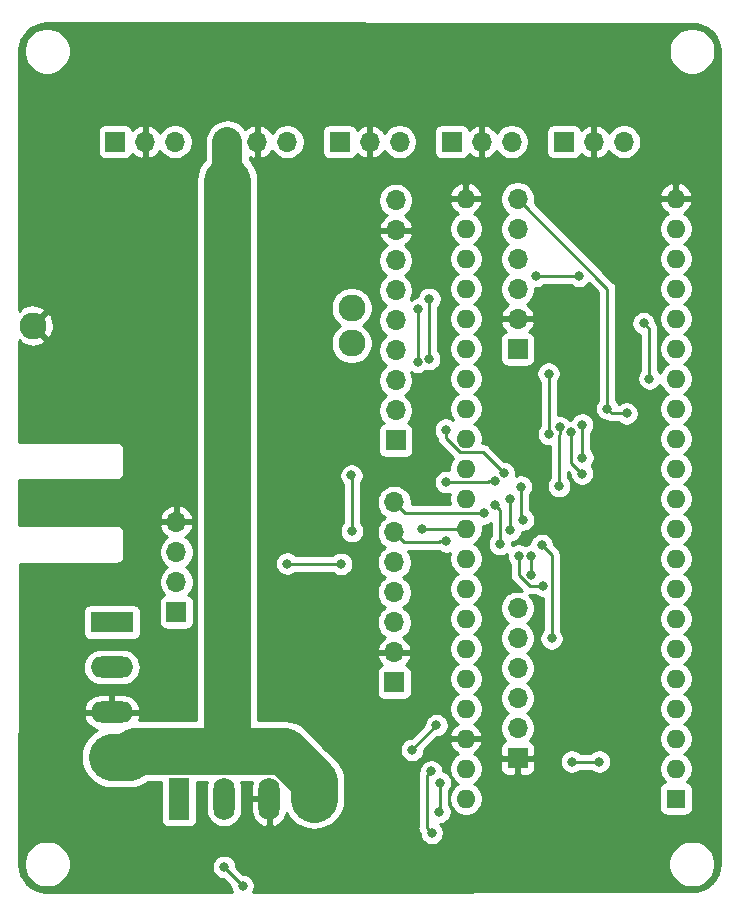
<source format=gbr>
G04 #@! TF.GenerationSoftware,KiCad,Pcbnew,(5.1.5)-3*
G04 #@! TF.CreationDate,2020-05-16T13:49:30+02:00*
G04 #@! TF.ProjectId,StepperClockMasterTinyK22,53746570-7065-4724-936c-6f636b4d6173,rev?*
G04 #@! TF.SameCoordinates,Original*
G04 #@! TF.FileFunction,Copper,L2,Bot*
G04 #@! TF.FilePolarity,Positive*
%FSLAX46Y46*%
G04 Gerber Fmt 4.6, Leading zero omitted, Abs format (unit mm)*
G04 Created by KiCad (PCBNEW (5.1.5)-3) date 2020-05-16 13:49:30*
%MOMM*%
%LPD*%
G04 APERTURE LIST*
%ADD10R,1.700000X1.700000*%
%ADD11O,1.700000X1.700000*%
%ADD12O,3.600000X1.800000*%
%ADD13R,3.600000X1.800000*%
%ADD14O,1.800000X3.600000*%
%ADD15R,1.800000X3.600000*%
%ADD16O,1.600000X1.600000*%
%ADD17R,1.600000X1.600000*%
%ADD18C,2.290000*%
%ADD19C,0.800000*%
%ADD20C,0.250000*%
%ADD21C,2.500000*%
%ADD22C,4.000000*%
%ADD23C,0.254000*%
G04 APERTURE END LIST*
D10*
X137580000Y-101490000D03*
D11*
X137580000Y-98950000D03*
X137580000Y-96410000D03*
X137580000Y-93870000D03*
X137580000Y-91330000D03*
X137580000Y-88790000D03*
D10*
X137580000Y-136130000D03*
D11*
X137580000Y-133590000D03*
X137580000Y-131050000D03*
X137580000Y-128510000D03*
X137580000Y-125970000D03*
X137580000Y-123430000D03*
D12*
X103240000Y-136050000D03*
X103240000Y-132240000D03*
X103240000Y-128430000D03*
D13*
X103240000Y-124620000D03*
D14*
X120350000Y-139560000D03*
X116540000Y-139560000D03*
X112730000Y-139560000D03*
D15*
X108920000Y-139560000D03*
D16*
X133210000Y-139560000D03*
X150990000Y-88760000D03*
X133210000Y-137020000D03*
X150990000Y-91300000D03*
X133210000Y-134480000D03*
X150990000Y-93840000D03*
X133210000Y-131940000D03*
X150990000Y-96380000D03*
X133210000Y-129400000D03*
X150990000Y-98920000D03*
X133210000Y-126860000D03*
X150990000Y-101460000D03*
X133210000Y-124320000D03*
X150990000Y-104000000D03*
X133210000Y-121780000D03*
X150990000Y-106540000D03*
X133210000Y-119240000D03*
X150990000Y-109080000D03*
X133210000Y-116700000D03*
X150990000Y-111620000D03*
X133210000Y-114160000D03*
X150990000Y-114160000D03*
X133210000Y-111620000D03*
X150990000Y-116700000D03*
X133210000Y-109080000D03*
X150990000Y-119240000D03*
X133210000Y-106540000D03*
X150990000Y-121780000D03*
X133210000Y-104000000D03*
X150990000Y-124320000D03*
X133210000Y-101460000D03*
X150990000Y-126860000D03*
X133210000Y-98920000D03*
X150990000Y-129400000D03*
X133210000Y-96380000D03*
X150990000Y-131940000D03*
X133210000Y-93840000D03*
X150990000Y-134480000D03*
X133210000Y-91300000D03*
X150990000Y-137020000D03*
X133210000Y-88760000D03*
D17*
X150990000Y-139560000D03*
D10*
X127130000Y-129720000D03*
D11*
X127130000Y-127180000D03*
X127130000Y-124640000D03*
X127130000Y-122100000D03*
X127130000Y-119560000D03*
X127130000Y-117020000D03*
X127130000Y-114480000D03*
D10*
X127260000Y-109230000D03*
D11*
X127260000Y-106690000D03*
X127260000Y-104150000D03*
X127260000Y-101610000D03*
X127260000Y-99070000D03*
X127260000Y-96530000D03*
X127260000Y-93990000D03*
X127260000Y-91450000D03*
X127260000Y-88910000D03*
D10*
X108700000Y-123760000D03*
D11*
X108700000Y-121220000D03*
X108700000Y-118680000D03*
X108700000Y-116140000D03*
D10*
X141500000Y-83950000D03*
D11*
X144040000Y-83950000D03*
X146580000Y-83950000D03*
D10*
X132000000Y-83950000D03*
D11*
X134540000Y-83950000D03*
X137080000Y-83950000D03*
D10*
X122510000Y-83950000D03*
D11*
X125050000Y-83950000D03*
X127590000Y-83950000D03*
D10*
X113010000Y-83950000D03*
D11*
X115550000Y-83950000D03*
X118090000Y-83950000D03*
D10*
X103510000Y-83950000D03*
D11*
X106050000Y-83950000D03*
X108590000Y-83950000D03*
D18*
X123530000Y-101010000D03*
X123530000Y-98010000D03*
X96530000Y-99510000D03*
D19*
X123550000Y-116920000D03*
X123520000Y-112200000D03*
X102470000Y-114470000D03*
X147520000Y-118370000D03*
X97650000Y-122910000D03*
X97460000Y-138180000D03*
X106810000Y-145930000D03*
X131480000Y-146140000D03*
X145590000Y-146260000D03*
X153700000Y-131060000D03*
X153780000Y-112700000D03*
X147120000Y-127350000D03*
X130110000Y-123210000D03*
X118940000Y-132150000D03*
X109040000Y-112500000D03*
X122340000Y-108810000D03*
X109820000Y-99110000D03*
X119300000Y-100680000D03*
X107480000Y-90430000D03*
X119490000Y-89140000D03*
X97100000Y-84320000D03*
X96440000Y-93400000D03*
X96750000Y-108510000D03*
X107200000Y-76060000D03*
X116750000Y-75750000D03*
X126300000Y-75790000D03*
X135730000Y-75630000D03*
X145280000Y-75830000D03*
X150410000Y-80490000D03*
X154170000Y-88590000D03*
X107360000Y-132110000D03*
X120980000Y-130350000D03*
X123760000Y-133010000D03*
X115020000Y-142580000D03*
X114950000Y-144770000D03*
X117240000Y-142650000D03*
X117040000Y-144960000D03*
X119130000Y-142650000D03*
X119000000Y-144960000D03*
X121180000Y-142710000D03*
X121250000Y-144930000D03*
X97450000Y-131990000D03*
X97450000Y-128280000D03*
X107320000Y-130270000D03*
X141190000Y-128470000D03*
X140790000Y-134230000D03*
X147390000Y-135070000D03*
X107320000Y-127940000D03*
X119880000Y-127120000D03*
X108220000Y-105600000D03*
X124110000Y-88100000D03*
X130350000Y-90190000D03*
X147420000Y-110840000D03*
X102670000Y-93560000D03*
X101720000Y-105340000D03*
X117170000Y-94300000D03*
X107180000Y-78770000D03*
X116800000Y-78800000D03*
X126340000Y-79120000D03*
X135760000Y-79170000D03*
X145250000Y-79240000D03*
X101330000Y-78120000D03*
X116340000Y-106270000D03*
X142930000Y-97450000D03*
X110940000Y-143040000D03*
X151450000Y-142300000D03*
X130720000Y-133350000D03*
X128650000Y-135430000D03*
X107390010Y-135559990D03*
X118022038Y-135757962D03*
X109730010Y-135559990D03*
X112460010Y-135559990D03*
X114960010Y-135559990D03*
X119302038Y-137037962D03*
X138030000Y-115950000D03*
X139630000Y-118090000D03*
X137860000Y-113150000D03*
X140460000Y-126000000D03*
X140214527Y-103584527D03*
X140260000Y-108710000D03*
X142180000Y-136430000D03*
X144490000Y-136430000D03*
X122650000Y-119690000D03*
X118070000Y-119670000D03*
X131550000Y-117790000D03*
X139180000Y-95310000D03*
X142780000Y-95310000D03*
X148260000Y-99300000D03*
X148740000Y-104000000D03*
X134730000Y-115410000D03*
X145177347Y-106537347D03*
X146825307Y-106939999D03*
X142120969Y-108519641D03*
X143040000Y-112040000D03*
X141200000Y-108130000D03*
X141110000Y-113100000D03*
X143060858Y-107900858D03*
X143080000Y-110690000D03*
X129490000Y-116730000D03*
X131000000Y-138210000D03*
X130970000Y-140690000D03*
X112740000Y-145350000D03*
X114300000Y-146950000D03*
X130275000Y-137260000D03*
X130317350Y-142457350D03*
X135702653Y-112692653D03*
X135690000Y-114685000D03*
X136090000Y-118010000D03*
X137687347Y-118982653D03*
X139710000Y-121530000D03*
X131540000Y-112760000D03*
X129130000Y-102580000D03*
X129130000Y-98150000D03*
X138750000Y-120610000D03*
X138750000Y-119020000D03*
X136927653Y-116837653D03*
X136904142Y-114174142D03*
X136409761Y-111985545D03*
X131510000Y-108330000D03*
X130099525Y-102335000D03*
X130110000Y-97240000D03*
D20*
X123550000Y-116920000D02*
X123550000Y-112230000D01*
X123550000Y-112230000D02*
X123520000Y-112200000D01*
X130720000Y-133350000D02*
X128650000Y-135420000D01*
X128650000Y-135420000D02*
X128650000Y-135430000D01*
D21*
X113010000Y-83950000D02*
X113010000Y-87300000D01*
D22*
X113010000Y-135160000D02*
X113050000Y-135200000D01*
X113010000Y-87300000D02*
X113010000Y-128580000D01*
X113010000Y-128580000D02*
X113010000Y-135160000D01*
X120350000Y-138085924D02*
X120350000Y-139560000D01*
X117824066Y-135559990D02*
X120350000Y-138085924D01*
X105204086Y-135559990D02*
X117824066Y-135559990D01*
X104714076Y-136050000D02*
X105204086Y-135559990D01*
X103240000Y-136050000D02*
X104714076Y-136050000D01*
D20*
X137860000Y-115780000D02*
X138030000Y-115950000D01*
X137860000Y-113150000D02*
X137860000Y-115780000D01*
X140460000Y-118920000D02*
X140460000Y-126000000D01*
X139630000Y-118090000D02*
X140460000Y-118920000D01*
X140214527Y-103584527D02*
X140214527Y-108664527D01*
X140214527Y-108664527D02*
X140260000Y-108710000D01*
X142180000Y-136430000D02*
X144490000Y-136430000D01*
X122084315Y-119690000D02*
X122064315Y-119670000D01*
X122650000Y-119690000D02*
X122084315Y-119690000D01*
X122064315Y-119670000D02*
X118070000Y-119670000D01*
X130904316Y-117869999D02*
X127979999Y-117869999D01*
X130984315Y-117790000D02*
X130904316Y-117869999D01*
X127979999Y-117869999D02*
X127130000Y-117020000D01*
X131550000Y-117790000D02*
X130984315Y-117790000D01*
X139180000Y-95310000D02*
X142780000Y-95310000D01*
X148260000Y-99300000D02*
X148740000Y-99780000D01*
X148740000Y-99780000D02*
X148740000Y-104000000D01*
X145577346Y-106937346D02*
X146822654Y-106937346D01*
X145177347Y-106537347D02*
X145577346Y-106937346D01*
X146822654Y-106937346D02*
X146825307Y-106939999D01*
X128060000Y-115410000D02*
X127130000Y-114480000D01*
X134730000Y-115410000D02*
X128060000Y-115410000D01*
X145177347Y-96387347D02*
X145177347Y-106537347D01*
X137580000Y-88790000D02*
X145177347Y-96387347D01*
X142120969Y-108519641D02*
X142120969Y-111120969D01*
X142120969Y-111120969D02*
X143040000Y-112040000D01*
X141110000Y-108785685D02*
X141110000Y-113100000D01*
X141200000Y-108130000D02*
X141200000Y-108695685D01*
X141200000Y-108695685D02*
X141110000Y-108785685D01*
X143060858Y-107900858D02*
X143060858Y-110670858D01*
X143060858Y-110670858D02*
X143080000Y-110690000D01*
X131435010Y-116700000D02*
X129520000Y-116700000D01*
X129520000Y-116700000D02*
X129490000Y-116730000D01*
X131435010Y-116700000D02*
X133210000Y-116700000D01*
X131000000Y-138210000D02*
X131000000Y-140660000D01*
X131000000Y-140660000D02*
X130970000Y-140690000D01*
X112740000Y-145350000D02*
X112740000Y-145390000D01*
X112740000Y-145390000D02*
X114300000Y-146950000D01*
X130275000Y-137260000D02*
X129875001Y-137659999D01*
X129875001Y-142015001D02*
X130317350Y-142457350D01*
X129875001Y-137659999D02*
X129875001Y-142015001D01*
X135500000Y-112490000D02*
X135702653Y-112692653D01*
X135690000Y-114685000D02*
X136090000Y-115085000D01*
X136090000Y-115085000D02*
X136090000Y-118010000D01*
X138596998Y-121530000D02*
X139710000Y-121530000D01*
X137687347Y-118982653D02*
X137687347Y-120620349D01*
X137687347Y-120620349D02*
X138596998Y-121530000D01*
X135069621Y-112760000D02*
X131540000Y-112760000D01*
X135702653Y-112692653D02*
X135136968Y-112692653D01*
X135136968Y-112692653D02*
X135069621Y-112760000D01*
X129130000Y-102580000D02*
X129130000Y-98150000D01*
X138750000Y-120610000D02*
X138750000Y-119020000D01*
X136927653Y-116837653D02*
X136927653Y-114197653D01*
X136927653Y-114197653D02*
X136904142Y-114174142D01*
X131510000Y-109045002D02*
X131510000Y-108330000D01*
X132669999Y-110205001D02*
X131510000Y-109045002D01*
X136409761Y-111985545D02*
X134629217Y-110205001D01*
X134629217Y-110205001D02*
X132669999Y-110205001D01*
X130099525Y-102335000D02*
X130099525Y-97250475D01*
X130099525Y-97250475D02*
X130110000Y-97240000D01*
D23*
G36*
X97684995Y-73934872D02*
G01*
X97686222Y-73934993D01*
X152310054Y-73945451D01*
X152799373Y-73984821D01*
X153233492Y-74107665D01*
X153635483Y-74312489D01*
X153990039Y-74591498D01*
X154283647Y-74934056D01*
X154505125Y-75327116D01*
X154646041Y-75755716D01*
X154704616Y-76232767D01*
X154705001Y-76264283D01*
X154705000Y-144986944D01*
X154657791Y-145486361D01*
X154524438Y-145933687D01*
X154306737Y-146346592D01*
X154012982Y-146709349D01*
X153654359Y-147008143D01*
X153244540Y-147231584D01*
X152799113Y-147371172D01*
X152303598Y-147425003D01*
X115217910Y-147438553D01*
X115295226Y-147251898D01*
X115335000Y-147051939D01*
X115335000Y-146848061D01*
X115295226Y-146648102D01*
X115217205Y-146459744D01*
X115103937Y-146290226D01*
X114959774Y-146146063D01*
X114790256Y-146032795D01*
X114601898Y-145954774D01*
X114401939Y-145915000D01*
X114339802Y-145915000D01*
X113775000Y-145350199D01*
X113775000Y-145248061D01*
X113735226Y-145048102D01*
X113675742Y-144904495D01*
X150355000Y-144904495D01*
X150355000Y-145295505D01*
X150431282Y-145679003D01*
X150580915Y-146040250D01*
X150798149Y-146365364D01*
X151074636Y-146641851D01*
X151399750Y-146859085D01*
X151760997Y-147008718D01*
X152144495Y-147085000D01*
X152535505Y-147085000D01*
X152919003Y-147008718D01*
X153280250Y-146859085D01*
X153605364Y-146641851D01*
X153881851Y-146365364D01*
X154099085Y-146040250D01*
X154248718Y-145679003D01*
X154325000Y-145295505D01*
X154325000Y-144904495D01*
X154248718Y-144520997D01*
X154099085Y-144159750D01*
X153881851Y-143834636D01*
X153605364Y-143558149D01*
X153280250Y-143340915D01*
X152919003Y-143191282D01*
X152535505Y-143115000D01*
X152144495Y-143115000D01*
X151760997Y-143191282D01*
X151399750Y-143340915D01*
X151074636Y-143558149D01*
X150798149Y-143834636D01*
X150580915Y-144159750D01*
X150431282Y-144520997D01*
X150355000Y-144904495D01*
X113675742Y-144904495D01*
X113657205Y-144859744D01*
X113543937Y-144690226D01*
X113399774Y-144546063D01*
X113230256Y-144432795D01*
X113041898Y-144354774D01*
X112841939Y-144315000D01*
X112638061Y-144315000D01*
X112438102Y-144354774D01*
X112249744Y-144432795D01*
X112080226Y-144546063D01*
X111936063Y-144690226D01*
X111822795Y-144859744D01*
X111744774Y-145048102D01*
X111705000Y-145248061D01*
X111705000Y-145451939D01*
X111744774Y-145651898D01*
X111822795Y-145840256D01*
X111936063Y-146009774D01*
X112080226Y-146153937D01*
X112249744Y-146267205D01*
X112438102Y-146345226D01*
X112638061Y-146385000D01*
X112660199Y-146385000D01*
X113265000Y-146989802D01*
X113265000Y-147051939D01*
X113304774Y-147251898D01*
X113382367Y-147439224D01*
X97658259Y-147444969D01*
X97190305Y-147390985D01*
X96768098Y-147255586D01*
X96380223Y-147040755D01*
X96041469Y-146754682D01*
X95764728Y-146408253D01*
X95560549Y-146014678D01*
X95436702Y-145588930D01*
X95395049Y-145114678D01*
X95395451Y-144904495D01*
X95765000Y-144904495D01*
X95765000Y-145295505D01*
X95841282Y-145679003D01*
X95990915Y-146040250D01*
X96208149Y-146365364D01*
X96484636Y-146641851D01*
X96809750Y-146859085D01*
X97170997Y-147008718D01*
X97554495Y-147085000D01*
X97945505Y-147085000D01*
X98329003Y-147008718D01*
X98690250Y-146859085D01*
X99015364Y-146641851D01*
X99291851Y-146365364D01*
X99509085Y-146040250D01*
X99658718Y-145679003D01*
X99735000Y-145295505D01*
X99735000Y-144904495D01*
X99658718Y-144520997D01*
X99509085Y-144159750D01*
X99291851Y-143834636D01*
X99015364Y-143558149D01*
X98690250Y-143340915D01*
X98329003Y-143191282D01*
X97945505Y-143115000D01*
X97554495Y-143115000D01*
X97170997Y-143191282D01*
X96809750Y-143340915D01*
X96484636Y-143558149D01*
X96208149Y-143834636D01*
X95990915Y-144159750D01*
X95841282Y-144520997D01*
X95765000Y-144904495D01*
X95395451Y-144904495D01*
X95412394Y-136050000D01*
X100592251Y-136050000D01*
X100643127Y-136566550D01*
X100793799Y-137063250D01*
X101038477Y-137521011D01*
X101367759Y-137922241D01*
X101768989Y-138251523D01*
X102226750Y-138496201D01*
X102723450Y-138646873D01*
X103110558Y-138685000D01*
X104584642Y-138685000D01*
X104714076Y-138697748D01*
X104843510Y-138685000D01*
X104843518Y-138685000D01*
X105230626Y-138646873D01*
X105727326Y-138496201D01*
X106185087Y-138251523D01*
X106253972Y-138194990D01*
X107381928Y-138194990D01*
X107381928Y-141360000D01*
X107394188Y-141484482D01*
X107430498Y-141604180D01*
X107489463Y-141714494D01*
X107568815Y-141811185D01*
X107665506Y-141890537D01*
X107775820Y-141949502D01*
X107895518Y-141985812D01*
X108020000Y-141998072D01*
X109820000Y-141998072D01*
X109944482Y-141985812D01*
X110064180Y-141949502D01*
X110174494Y-141890537D01*
X110271185Y-141811185D01*
X110350537Y-141714494D01*
X110409502Y-141604180D01*
X110445812Y-141484482D01*
X110458072Y-141360000D01*
X110458072Y-138194990D01*
X111266989Y-138194990D01*
X111217210Y-138359088D01*
X111195000Y-138584593D01*
X111195000Y-140535408D01*
X111217211Y-140760913D01*
X111304984Y-141050261D01*
X111447520Y-141316927D01*
X111639340Y-141550661D01*
X111873074Y-141742481D01*
X112139740Y-141885017D01*
X112429088Y-141972790D01*
X112730000Y-142002427D01*
X113030913Y-141972790D01*
X113320261Y-141885017D01*
X113586927Y-141742481D01*
X113820661Y-141550661D01*
X114012481Y-141316927D01*
X114155017Y-141050261D01*
X114242790Y-140760913D01*
X114265000Y-140535408D01*
X114265000Y-139687000D01*
X115005000Y-139687000D01*
X115005000Y-140587000D01*
X115059271Y-140884023D01*
X115170446Y-141164751D01*
X115334252Y-141418396D01*
X115544394Y-141635210D01*
X115792796Y-141806862D01*
X116069913Y-141926755D01*
X116175260Y-141951036D01*
X116413000Y-141830378D01*
X116413000Y-139687000D01*
X115005000Y-139687000D01*
X114265000Y-139687000D01*
X114265000Y-138584592D01*
X114242790Y-138359087D01*
X114193012Y-138194990D01*
X115075503Y-138194990D01*
X115059271Y-138235977D01*
X115005000Y-138533000D01*
X115005000Y-139433000D01*
X116413000Y-139433000D01*
X116413000Y-139413000D01*
X116667000Y-139413000D01*
X116667000Y-139433000D01*
X116687000Y-139433000D01*
X116687000Y-139687000D01*
X116667000Y-139687000D01*
X116667000Y-141830378D01*
X116904740Y-141951036D01*
X117010087Y-141926755D01*
X117287204Y-141806862D01*
X117535606Y-141635210D01*
X117745748Y-141418396D01*
X117909554Y-141164751D01*
X118020729Y-140884023D01*
X118033258Y-140815451D01*
X118148477Y-141031011D01*
X118477760Y-141432241D01*
X118878990Y-141761523D01*
X119336751Y-142006201D01*
X119833451Y-142156873D01*
X120350000Y-142207749D01*
X120866550Y-142156873D01*
X121363250Y-142006201D01*
X121821011Y-141761523D01*
X122222241Y-141432241D01*
X122551523Y-141031011D01*
X122796201Y-140573250D01*
X122946873Y-140076549D01*
X122985000Y-139689441D01*
X122985000Y-138215357D01*
X122997748Y-138085923D01*
X122985000Y-137956489D01*
X122985000Y-137956482D01*
X122955799Y-137659999D01*
X129111325Y-137659999D01*
X129115001Y-137697322D01*
X129115002Y-141977669D01*
X129111325Y-142015001D01*
X129125999Y-142163986D01*
X129169455Y-142307247D01*
X129240027Y-142439277D01*
X129282350Y-142490847D01*
X129282350Y-142559289D01*
X129322124Y-142759248D01*
X129400145Y-142947606D01*
X129513413Y-143117124D01*
X129657576Y-143261287D01*
X129827094Y-143374555D01*
X130015452Y-143452576D01*
X130215411Y-143492350D01*
X130419289Y-143492350D01*
X130619248Y-143452576D01*
X130807606Y-143374555D01*
X130977124Y-143261287D01*
X131121287Y-143117124D01*
X131234555Y-142947606D01*
X131312576Y-142759248D01*
X131352350Y-142559289D01*
X131352350Y-142355411D01*
X131312576Y-142155452D01*
X131234555Y-141967094D01*
X131121287Y-141797576D01*
X131048711Y-141725000D01*
X131071939Y-141725000D01*
X131271898Y-141685226D01*
X131460256Y-141607205D01*
X131629774Y-141493937D01*
X131773937Y-141349774D01*
X131887205Y-141180256D01*
X131965226Y-140991898D01*
X132005000Y-140791939D01*
X132005000Y-140588061D01*
X131965226Y-140388102D01*
X131887205Y-140199744D01*
X131773937Y-140030226D01*
X131760000Y-140016289D01*
X131760000Y-138913711D01*
X131803937Y-138869774D01*
X131917205Y-138700256D01*
X131995226Y-138511898D01*
X132035000Y-138311939D01*
X132035000Y-138108061D01*
X131995226Y-137908102D01*
X131917205Y-137719744D01*
X131803937Y-137550226D01*
X131659774Y-137406063D01*
X131490256Y-137292795D01*
X131310000Y-137218130D01*
X131310000Y-137158061D01*
X131270226Y-136958102D01*
X131237322Y-136878665D01*
X131775000Y-136878665D01*
X131775000Y-137161335D01*
X131830147Y-137438574D01*
X131938320Y-137699727D01*
X132095363Y-137934759D01*
X132295241Y-138134637D01*
X132527759Y-138290000D01*
X132295241Y-138445363D01*
X132095363Y-138645241D01*
X131938320Y-138880273D01*
X131830147Y-139141426D01*
X131775000Y-139418665D01*
X131775000Y-139701335D01*
X131830147Y-139978574D01*
X131938320Y-140239727D01*
X132095363Y-140474759D01*
X132295241Y-140674637D01*
X132530273Y-140831680D01*
X132791426Y-140939853D01*
X133068665Y-140995000D01*
X133351335Y-140995000D01*
X133628574Y-140939853D01*
X133889727Y-140831680D01*
X134124759Y-140674637D01*
X134324637Y-140474759D01*
X134481680Y-140239727D01*
X134589853Y-139978574D01*
X134645000Y-139701335D01*
X134645000Y-139418665D01*
X134589853Y-139141426D01*
X134481680Y-138880273D01*
X134324637Y-138645241D01*
X134124759Y-138445363D01*
X133892241Y-138290000D01*
X134124759Y-138134637D01*
X134324637Y-137934759D01*
X134481680Y-137699727D01*
X134589853Y-137438574D01*
X134645000Y-137161335D01*
X134645000Y-136980000D01*
X136091928Y-136980000D01*
X136104188Y-137104482D01*
X136140498Y-137224180D01*
X136199463Y-137334494D01*
X136278815Y-137431185D01*
X136375506Y-137510537D01*
X136485820Y-137569502D01*
X136605518Y-137605812D01*
X136730000Y-137618072D01*
X137294250Y-137615000D01*
X137453000Y-137456250D01*
X137453000Y-136257000D01*
X137707000Y-136257000D01*
X137707000Y-137456250D01*
X137865750Y-137615000D01*
X138430000Y-137618072D01*
X138554482Y-137605812D01*
X138674180Y-137569502D01*
X138784494Y-137510537D01*
X138881185Y-137431185D01*
X138960537Y-137334494D01*
X139019502Y-137224180D01*
X139055812Y-137104482D01*
X139068072Y-136980000D01*
X139065000Y-136415750D01*
X138977311Y-136328061D01*
X141145000Y-136328061D01*
X141145000Y-136531939D01*
X141184774Y-136731898D01*
X141262795Y-136920256D01*
X141376063Y-137089774D01*
X141520226Y-137233937D01*
X141689744Y-137347205D01*
X141878102Y-137425226D01*
X142078061Y-137465000D01*
X142281939Y-137465000D01*
X142481898Y-137425226D01*
X142670256Y-137347205D01*
X142839774Y-137233937D01*
X142883711Y-137190000D01*
X143786289Y-137190000D01*
X143830226Y-137233937D01*
X143999744Y-137347205D01*
X144188102Y-137425226D01*
X144388061Y-137465000D01*
X144591939Y-137465000D01*
X144791898Y-137425226D01*
X144980256Y-137347205D01*
X145149774Y-137233937D01*
X145293937Y-137089774D01*
X145407205Y-136920256D01*
X145485226Y-136731898D01*
X145525000Y-136531939D01*
X145525000Y-136328061D01*
X145485226Y-136128102D01*
X145407205Y-135939744D01*
X145293937Y-135770226D01*
X145149774Y-135626063D01*
X144980256Y-135512795D01*
X144791898Y-135434774D01*
X144591939Y-135395000D01*
X144388061Y-135395000D01*
X144188102Y-135434774D01*
X143999744Y-135512795D01*
X143830226Y-135626063D01*
X143786289Y-135670000D01*
X142883711Y-135670000D01*
X142839774Y-135626063D01*
X142670256Y-135512795D01*
X142481898Y-135434774D01*
X142281939Y-135395000D01*
X142078061Y-135395000D01*
X141878102Y-135434774D01*
X141689744Y-135512795D01*
X141520226Y-135626063D01*
X141376063Y-135770226D01*
X141262795Y-135939744D01*
X141184774Y-136128102D01*
X141145000Y-136328061D01*
X138977311Y-136328061D01*
X138906250Y-136257000D01*
X137707000Y-136257000D01*
X137453000Y-136257000D01*
X136253750Y-136257000D01*
X136095000Y-136415750D01*
X136091928Y-136980000D01*
X134645000Y-136980000D01*
X134645000Y-136878665D01*
X134589853Y-136601426D01*
X134481680Y-136340273D01*
X134324637Y-136105241D01*
X134124759Y-135905363D01*
X133889727Y-135748320D01*
X133879135Y-135743933D01*
X134065131Y-135632385D01*
X134273519Y-135443414D01*
X134441037Y-135217420D01*
X134561246Y-134963087D01*
X134601904Y-134829039D01*
X134479915Y-134607000D01*
X133337000Y-134607000D01*
X133337000Y-134627000D01*
X133083000Y-134627000D01*
X133083000Y-134607000D01*
X131940085Y-134607000D01*
X131818096Y-134829039D01*
X131858754Y-134963087D01*
X131978963Y-135217420D01*
X132146481Y-135443414D01*
X132354869Y-135632385D01*
X132540865Y-135743933D01*
X132530273Y-135748320D01*
X132295241Y-135905363D01*
X132095363Y-136105241D01*
X131938320Y-136340273D01*
X131830147Y-136601426D01*
X131775000Y-136878665D01*
X131237322Y-136878665D01*
X131192205Y-136769744D01*
X131078937Y-136600226D01*
X130934774Y-136456063D01*
X130765256Y-136342795D01*
X130576898Y-136264774D01*
X130376939Y-136225000D01*
X130173061Y-136225000D01*
X129973102Y-136264774D01*
X129784744Y-136342795D01*
X129615226Y-136456063D01*
X129471063Y-136600226D01*
X129357795Y-136769744D01*
X129279774Y-136958102D01*
X129240000Y-137158061D01*
X129240000Y-137235774D01*
X129184364Y-137339860D01*
X129169455Y-137367753D01*
X129125998Y-137511014D01*
X129115001Y-137622667D01*
X129115001Y-137622677D01*
X129111325Y-137659999D01*
X122955799Y-137659999D01*
X122946873Y-137569374D01*
X122946863Y-137569339D01*
X122796201Y-137072674D01*
X122734961Y-136958102D01*
X122551523Y-136614913D01*
X122222241Y-136213683D01*
X122121700Y-136131171D01*
X121318590Y-135328061D01*
X127615000Y-135328061D01*
X127615000Y-135531939D01*
X127654774Y-135731898D01*
X127732795Y-135920256D01*
X127846063Y-136089774D01*
X127990226Y-136233937D01*
X128159744Y-136347205D01*
X128348102Y-136425226D01*
X128548061Y-136465000D01*
X128751939Y-136465000D01*
X128951898Y-136425226D01*
X129140256Y-136347205D01*
X129309774Y-136233937D01*
X129453937Y-136089774D01*
X129567205Y-135920256D01*
X129645226Y-135731898D01*
X129685000Y-135531939D01*
X129685000Y-135459801D01*
X130759802Y-134385000D01*
X130821939Y-134385000D01*
X131021898Y-134345226D01*
X131210256Y-134267205D01*
X131379774Y-134153937D01*
X131523937Y-134009774D01*
X131637205Y-133840256D01*
X131715226Y-133651898D01*
X131755000Y-133451939D01*
X131755000Y-133248061D01*
X131715226Y-133048102D01*
X131637205Y-132859744D01*
X131523937Y-132690226D01*
X131379774Y-132546063D01*
X131210256Y-132432795D01*
X131021898Y-132354774D01*
X130821939Y-132315000D01*
X130618061Y-132315000D01*
X130418102Y-132354774D01*
X130229744Y-132432795D01*
X130060226Y-132546063D01*
X129916063Y-132690226D01*
X129802795Y-132859744D01*
X129724774Y-133048102D01*
X129685000Y-133248061D01*
X129685000Y-133310198D01*
X128600199Y-134395000D01*
X128548061Y-134395000D01*
X128348102Y-134434774D01*
X128159744Y-134512795D01*
X127990226Y-134626063D01*
X127846063Y-134770226D01*
X127732795Y-134939744D01*
X127654774Y-135128102D01*
X127615000Y-135328061D01*
X121318590Y-135328061D01*
X119778824Y-133788296D01*
X119696307Y-133687749D01*
X119295077Y-133358467D01*
X118837316Y-133113789D01*
X118340616Y-132963117D01*
X117953508Y-132924990D01*
X117953500Y-132924990D01*
X117824066Y-132912242D01*
X117694632Y-132924990D01*
X115645000Y-132924990D01*
X115645000Y-128870000D01*
X125641928Y-128870000D01*
X125641928Y-130570000D01*
X125654188Y-130694482D01*
X125690498Y-130814180D01*
X125749463Y-130924494D01*
X125828815Y-131021185D01*
X125925506Y-131100537D01*
X126035820Y-131159502D01*
X126155518Y-131195812D01*
X126280000Y-131208072D01*
X127980000Y-131208072D01*
X128104482Y-131195812D01*
X128224180Y-131159502D01*
X128334494Y-131100537D01*
X128431185Y-131021185D01*
X128510537Y-130924494D01*
X128569502Y-130814180D01*
X128605812Y-130694482D01*
X128618072Y-130570000D01*
X128618072Y-128870000D01*
X128605812Y-128745518D01*
X128569502Y-128625820D01*
X128510537Y-128515506D01*
X128431185Y-128418815D01*
X128334494Y-128339463D01*
X128224180Y-128280498D01*
X128143534Y-128256034D01*
X128227588Y-128180269D01*
X128401641Y-127946920D01*
X128526825Y-127684099D01*
X128571476Y-127536890D01*
X128450155Y-127307000D01*
X127257000Y-127307000D01*
X127257000Y-127327000D01*
X127003000Y-127327000D01*
X127003000Y-127307000D01*
X125809845Y-127307000D01*
X125688524Y-127536890D01*
X125733175Y-127684099D01*
X125858359Y-127946920D01*
X126032412Y-128180269D01*
X126116466Y-128256034D01*
X126035820Y-128280498D01*
X125925506Y-128339463D01*
X125828815Y-128418815D01*
X125749463Y-128515506D01*
X125690498Y-128625820D01*
X125654188Y-128745518D01*
X125641928Y-128870000D01*
X115645000Y-128870000D01*
X115645000Y-119568061D01*
X117035000Y-119568061D01*
X117035000Y-119771939D01*
X117074774Y-119971898D01*
X117152795Y-120160256D01*
X117266063Y-120329774D01*
X117410226Y-120473937D01*
X117579744Y-120587205D01*
X117768102Y-120665226D01*
X117968061Y-120705000D01*
X118171939Y-120705000D01*
X118371898Y-120665226D01*
X118560256Y-120587205D01*
X118729774Y-120473937D01*
X118773711Y-120430000D01*
X121905650Y-120430000D01*
X121935276Y-120438987D01*
X121990226Y-120493937D01*
X122159744Y-120607205D01*
X122348102Y-120685226D01*
X122548061Y-120725000D01*
X122751939Y-120725000D01*
X122951898Y-120685226D01*
X123140256Y-120607205D01*
X123309774Y-120493937D01*
X123453937Y-120349774D01*
X123567205Y-120180256D01*
X123645226Y-119991898D01*
X123685000Y-119791939D01*
X123685000Y-119588061D01*
X123645226Y-119388102D01*
X123567205Y-119199744D01*
X123453937Y-119030226D01*
X123309774Y-118886063D01*
X123140256Y-118772795D01*
X122951898Y-118694774D01*
X122751939Y-118655000D01*
X122548061Y-118655000D01*
X122348102Y-118694774D01*
X122159744Y-118772795D01*
X121990226Y-118886063D01*
X121966289Y-118910000D01*
X118773711Y-118910000D01*
X118729774Y-118866063D01*
X118560256Y-118752795D01*
X118371898Y-118674774D01*
X118171939Y-118635000D01*
X117968061Y-118635000D01*
X117768102Y-118674774D01*
X117579744Y-118752795D01*
X117410226Y-118866063D01*
X117266063Y-119010226D01*
X117152795Y-119179744D01*
X117074774Y-119368102D01*
X117035000Y-119568061D01*
X115645000Y-119568061D01*
X115645000Y-112098061D01*
X122485000Y-112098061D01*
X122485000Y-112301939D01*
X122524774Y-112501898D01*
X122602795Y-112690256D01*
X122716063Y-112859774D01*
X122790001Y-112933712D01*
X122790000Y-116216289D01*
X122746063Y-116260226D01*
X122632795Y-116429744D01*
X122554774Y-116618102D01*
X122515000Y-116818061D01*
X122515000Y-117021939D01*
X122554774Y-117221898D01*
X122632795Y-117410256D01*
X122746063Y-117579774D01*
X122890226Y-117723937D01*
X123059744Y-117837205D01*
X123248102Y-117915226D01*
X123448061Y-117955000D01*
X123651939Y-117955000D01*
X123851898Y-117915226D01*
X124040256Y-117837205D01*
X124209774Y-117723937D01*
X124353937Y-117579774D01*
X124467205Y-117410256D01*
X124545226Y-117221898D01*
X124585000Y-117021939D01*
X124585000Y-116818061D01*
X124545226Y-116618102D01*
X124467205Y-116429744D01*
X124353937Y-116260226D01*
X124310000Y-116216289D01*
X124310000Y-114333740D01*
X125645000Y-114333740D01*
X125645000Y-114626260D01*
X125702068Y-114913158D01*
X125814010Y-115183411D01*
X125976525Y-115426632D01*
X126183368Y-115633475D01*
X126357760Y-115750000D01*
X126183368Y-115866525D01*
X125976525Y-116073368D01*
X125814010Y-116316589D01*
X125702068Y-116586842D01*
X125645000Y-116873740D01*
X125645000Y-117166260D01*
X125702068Y-117453158D01*
X125814010Y-117723411D01*
X125976525Y-117966632D01*
X126183368Y-118173475D01*
X126357760Y-118290000D01*
X126183368Y-118406525D01*
X125976525Y-118613368D01*
X125814010Y-118856589D01*
X125702068Y-119126842D01*
X125645000Y-119413740D01*
X125645000Y-119706260D01*
X125702068Y-119993158D01*
X125814010Y-120263411D01*
X125976525Y-120506632D01*
X126183368Y-120713475D01*
X126357760Y-120830000D01*
X126183368Y-120946525D01*
X125976525Y-121153368D01*
X125814010Y-121396589D01*
X125702068Y-121666842D01*
X125645000Y-121953740D01*
X125645000Y-122246260D01*
X125702068Y-122533158D01*
X125814010Y-122803411D01*
X125976525Y-123046632D01*
X126183368Y-123253475D01*
X126357760Y-123370000D01*
X126183368Y-123486525D01*
X125976525Y-123693368D01*
X125814010Y-123936589D01*
X125702068Y-124206842D01*
X125645000Y-124493740D01*
X125645000Y-124786260D01*
X125702068Y-125073158D01*
X125814010Y-125343411D01*
X125976525Y-125586632D01*
X126183368Y-125793475D01*
X126365534Y-125915195D01*
X126248645Y-125984822D01*
X126032412Y-126179731D01*
X125858359Y-126413080D01*
X125733175Y-126675901D01*
X125688524Y-126823110D01*
X125809845Y-127053000D01*
X127003000Y-127053000D01*
X127003000Y-127033000D01*
X127257000Y-127033000D01*
X127257000Y-127053000D01*
X128450155Y-127053000D01*
X128571476Y-126823110D01*
X128526825Y-126675901D01*
X128401641Y-126413080D01*
X128227588Y-126179731D01*
X128011355Y-125984822D01*
X127894466Y-125915195D01*
X128076632Y-125793475D01*
X128283475Y-125586632D01*
X128445990Y-125343411D01*
X128557932Y-125073158D01*
X128615000Y-124786260D01*
X128615000Y-124493740D01*
X128557932Y-124206842D01*
X128445990Y-123936589D01*
X128283475Y-123693368D01*
X128076632Y-123486525D01*
X127902240Y-123370000D01*
X128076632Y-123253475D01*
X128283475Y-123046632D01*
X128445990Y-122803411D01*
X128557932Y-122533158D01*
X128615000Y-122246260D01*
X128615000Y-121953740D01*
X128557932Y-121666842D01*
X128445990Y-121396589D01*
X128283475Y-121153368D01*
X128076632Y-120946525D01*
X127902240Y-120830000D01*
X128076632Y-120713475D01*
X128283475Y-120506632D01*
X128445990Y-120263411D01*
X128557932Y-119993158D01*
X128615000Y-119706260D01*
X128615000Y-119413740D01*
X128557932Y-119126842D01*
X128445990Y-118856589D01*
X128294587Y-118629999D01*
X130866994Y-118629999D01*
X130904316Y-118633675D01*
X130941638Y-118629999D01*
X130941649Y-118629999D01*
X130943869Y-118629780D01*
X131059744Y-118707205D01*
X131248102Y-118785226D01*
X131448061Y-118825000D01*
X131651939Y-118825000D01*
X131844535Y-118786691D01*
X131830147Y-118821426D01*
X131775000Y-119098665D01*
X131775000Y-119381335D01*
X131830147Y-119658574D01*
X131938320Y-119919727D01*
X132095363Y-120154759D01*
X132295241Y-120354637D01*
X132527759Y-120510000D01*
X132295241Y-120665363D01*
X132095363Y-120865241D01*
X131938320Y-121100273D01*
X131830147Y-121361426D01*
X131775000Y-121638665D01*
X131775000Y-121921335D01*
X131830147Y-122198574D01*
X131938320Y-122459727D01*
X132095363Y-122694759D01*
X132295241Y-122894637D01*
X132527759Y-123050000D01*
X132295241Y-123205363D01*
X132095363Y-123405241D01*
X131938320Y-123640273D01*
X131830147Y-123901426D01*
X131775000Y-124178665D01*
X131775000Y-124461335D01*
X131830147Y-124738574D01*
X131938320Y-124999727D01*
X132095363Y-125234759D01*
X132295241Y-125434637D01*
X132527759Y-125590000D01*
X132295241Y-125745363D01*
X132095363Y-125945241D01*
X131938320Y-126180273D01*
X131830147Y-126441426D01*
X131775000Y-126718665D01*
X131775000Y-127001335D01*
X131830147Y-127278574D01*
X131938320Y-127539727D01*
X132095363Y-127774759D01*
X132295241Y-127974637D01*
X132527759Y-128130000D01*
X132295241Y-128285363D01*
X132095363Y-128485241D01*
X131938320Y-128720273D01*
X131830147Y-128981426D01*
X131775000Y-129258665D01*
X131775000Y-129541335D01*
X131830147Y-129818574D01*
X131938320Y-130079727D01*
X132095363Y-130314759D01*
X132295241Y-130514637D01*
X132527759Y-130670000D01*
X132295241Y-130825363D01*
X132095363Y-131025241D01*
X131938320Y-131260273D01*
X131830147Y-131521426D01*
X131775000Y-131798665D01*
X131775000Y-132081335D01*
X131830147Y-132358574D01*
X131938320Y-132619727D01*
X132095363Y-132854759D01*
X132295241Y-133054637D01*
X132530273Y-133211680D01*
X132540865Y-133216067D01*
X132354869Y-133327615D01*
X132146481Y-133516586D01*
X131978963Y-133742580D01*
X131858754Y-133996913D01*
X131818096Y-134130961D01*
X131940085Y-134353000D01*
X133083000Y-134353000D01*
X133083000Y-134333000D01*
X133337000Y-134333000D01*
X133337000Y-134353000D01*
X134479915Y-134353000D01*
X134601904Y-134130961D01*
X134561246Y-133996913D01*
X134441037Y-133742580D01*
X134273519Y-133516586D01*
X134065131Y-133327615D01*
X133879135Y-133216067D01*
X133889727Y-133211680D01*
X134124759Y-133054637D01*
X134324637Y-132854759D01*
X134481680Y-132619727D01*
X134589853Y-132358574D01*
X134645000Y-132081335D01*
X134645000Y-131798665D01*
X134589853Y-131521426D01*
X134481680Y-131260273D01*
X134324637Y-131025241D01*
X134124759Y-130825363D01*
X133892241Y-130670000D01*
X134124759Y-130514637D01*
X134324637Y-130314759D01*
X134481680Y-130079727D01*
X134589853Y-129818574D01*
X134645000Y-129541335D01*
X134645000Y-129258665D01*
X134589853Y-128981426D01*
X134481680Y-128720273D01*
X134324637Y-128485241D01*
X134124759Y-128285363D01*
X133892241Y-128130000D01*
X134124759Y-127974637D01*
X134324637Y-127774759D01*
X134481680Y-127539727D01*
X134589853Y-127278574D01*
X134645000Y-127001335D01*
X134645000Y-126718665D01*
X134589853Y-126441426D01*
X134481680Y-126180273D01*
X134324637Y-125945241D01*
X134124759Y-125745363D01*
X133892241Y-125590000D01*
X134124759Y-125434637D01*
X134324637Y-125234759D01*
X134481680Y-124999727D01*
X134589853Y-124738574D01*
X134645000Y-124461335D01*
X134645000Y-124178665D01*
X134589853Y-123901426D01*
X134481680Y-123640273D01*
X134324637Y-123405241D01*
X134124759Y-123205363D01*
X133892241Y-123050000D01*
X134124759Y-122894637D01*
X134324637Y-122694759D01*
X134481680Y-122459727D01*
X134589853Y-122198574D01*
X134645000Y-121921335D01*
X134645000Y-121638665D01*
X134589853Y-121361426D01*
X134481680Y-121100273D01*
X134324637Y-120865241D01*
X134124759Y-120665363D01*
X133892241Y-120510000D01*
X134124759Y-120354637D01*
X134324637Y-120154759D01*
X134481680Y-119919727D01*
X134589853Y-119658574D01*
X134645000Y-119381335D01*
X134645000Y-119098665D01*
X134589853Y-118821426D01*
X134481680Y-118560273D01*
X134324637Y-118325241D01*
X134124759Y-118125363D01*
X133892241Y-117970000D01*
X134124759Y-117814637D01*
X134324637Y-117614759D01*
X134481680Y-117379727D01*
X134589853Y-117118574D01*
X134645000Y-116841335D01*
X134645000Y-116558665D01*
X134622157Y-116443826D01*
X134628061Y-116445000D01*
X134831939Y-116445000D01*
X135031898Y-116405226D01*
X135220256Y-116327205D01*
X135330000Y-116253876D01*
X135330001Y-117306288D01*
X135286063Y-117350226D01*
X135172795Y-117519744D01*
X135094774Y-117708102D01*
X135055000Y-117908061D01*
X135055000Y-118111939D01*
X135094774Y-118311898D01*
X135172795Y-118500256D01*
X135286063Y-118669774D01*
X135430226Y-118813937D01*
X135599744Y-118927205D01*
X135788102Y-119005226D01*
X135988061Y-119045000D01*
X136191939Y-119045000D01*
X136391898Y-119005226D01*
X136580256Y-118927205D01*
X136652732Y-118878778D01*
X136652347Y-118880714D01*
X136652347Y-119084592D01*
X136692121Y-119284551D01*
X136770142Y-119472909D01*
X136883410Y-119642427D01*
X136927347Y-119686364D01*
X136927348Y-120583017D01*
X136923671Y-120620349D01*
X136927348Y-120657682D01*
X136932009Y-120705000D01*
X136938345Y-120769334D01*
X136981801Y-120912595D01*
X137052373Y-121044625D01*
X137123548Y-121131351D01*
X137147347Y-121160350D01*
X137176345Y-121184148D01*
X137989573Y-121997377D01*
X137726260Y-121945000D01*
X137433740Y-121945000D01*
X137146842Y-122002068D01*
X136876589Y-122114010D01*
X136633368Y-122276525D01*
X136426525Y-122483368D01*
X136264010Y-122726589D01*
X136152068Y-122996842D01*
X136095000Y-123283740D01*
X136095000Y-123576260D01*
X136152068Y-123863158D01*
X136264010Y-124133411D01*
X136426525Y-124376632D01*
X136633368Y-124583475D01*
X136807760Y-124700000D01*
X136633368Y-124816525D01*
X136426525Y-125023368D01*
X136264010Y-125266589D01*
X136152068Y-125536842D01*
X136095000Y-125823740D01*
X136095000Y-126116260D01*
X136152068Y-126403158D01*
X136264010Y-126673411D01*
X136426525Y-126916632D01*
X136633368Y-127123475D01*
X136807760Y-127240000D01*
X136633368Y-127356525D01*
X136426525Y-127563368D01*
X136264010Y-127806589D01*
X136152068Y-128076842D01*
X136095000Y-128363740D01*
X136095000Y-128656260D01*
X136152068Y-128943158D01*
X136264010Y-129213411D01*
X136426525Y-129456632D01*
X136633368Y-129663475D01*
X136807760Y-129780000D01*
X136633368Y-129896525D01*
X136426525Y-130103368D01*
X136264010Y-130346589D01*
X136152068Y-130616842D01*
X136095000Y-130903740D01*
X136095000Y-131196260D01*
X136152068Y-131483158D01*
X136264010Y-131753411D01*
X136426525Y-131996632D01*
X136633368Y-132203475D01*
X136807760Y-132320000D01*
X136633368Y-132436525D01*
X136426525Y-132643368D01*
X136264010Y-132886589D01*
X136152068Y-133156842D01*
X136095000Y-133443740D01*
X136095000Y-133736260D01*
X136152068Y-134023158D01*
X136264010Y-134293411D01*
X136426525Y-134536632D01*
X136558380Y-134668487D01*
X136485820Y-134690498D01*
X136375506Y-134749463D01*
X136278815Y-134828815D01*
X136199463Y-134925506D01*
X136140498Y-135035820D01*
X136104188Y-135155518D01*
X136091928Y-135280000D01*
X136095000Y-135844250D01*
X136253750Y-136003000D01*
X137453000Y-136003000D01*
X137453000Y-135983000D01*
X137707000Y-135983000D01*
X137707000Y-136003000D01*
X138906250Y-136003000D01*
X139065000Y-135844250D01*
X139068072Y-135280000D01*
X139055812Y-135155518D01*
X139019502Y-135035820D01*
X138960537Y-134925506D01*
X138881185Y-134828815D01*
X138784494Y-134749463D01*
X138674180Y-134690498D01*
X138601620Y-134668487D01*
X138733475Y-134536632D01*
X138895990Y-134293411D01*
X139007932Y-134023158D01*
X139065000Y-133736260D01*
X139065000Y-133443740D01*
X139007932Y-133156842D01*
X138895990Y-132886589D01*
X138733475Y-132643368D01*
X138526632Y-132436525D01*
X138352240Y-132320000D01*
X138526632Y-132203475D01*
X138733475Y-131996632D01*
X138895990Y-131753411D01*
X139007932Y-131483158D01*
X139065000Y-131196260D01*
X139065000Y-130903740D01*
X139007932Y-130616842D01*
X138895990Y-130346589D01*
X138733475Y-130103368D01*
X138526632Y-129896525D01*
X138352240Y-129780000D01*
X138526632Y-129663475D01*
X138733475Y-129456632D01*
X138895990Y-129213411D01*
X139007932Y-128943158D01*
X139065000Y-128656260D01*
X139065000Y-128363740D01*
X139007932Y-128076842D01*
X138895990Y-127806589D01*
X138733475Y-127563368D01*
X138526632Y-127356525D01*
X138352240Y-127240000D01*
X138526632Y-127123475D01*
X138733475Y-126916632D01*
X138895990Y-126673411D01*
X139007932Y-126403158D01*
X139065000Y-126116260D01*
X139065000Y-125823740D01*
X139007932Y-125536842D01*
X138895990Y-125266589D01*
X138733475Y-125023368D01*
X138526632Y-124816525D01*
X138352240Y-124700000D01*
X138526632Y-124583475D01*
X138733475Y-124376632D01*
X138895990Y-124133411D01*
X139007932Y-123863158D01*
X139065000Y-123576260D01*
X139065000Y-123283740D01*
X139007932Y-122996842D01*
X138895990Y-122726589D01*
X138733475Y-122483368D01*
X138537970Y-122287863D01*
X138559665Y-122290000D01*
X138559673Y-122290000D01*
X138596998Y-122293676D01*
X138634323Y-122290000D01*
X139006289Y-122290000D01*
X139050226Y-122333937D01*
X139219744Y-122447205D01*
X139408102Y-122525226D01*
X139608061Y-122565000D01*
X139700001Y-122565000D01*
X139700001Y-125296288D01*
X139656063Y-125340226D01*
X139542795Y-125509744D01*
X139464774Y-125698102D01*
X139425000Y-125898061D01*
X139425000Y-126101939D01*
X139464774Y-126301898D01*
X139542795Y-126490256D01*
X139656063Y-126659774D01*
X139800226Y-126803937D01*
X139969744Y-126917205D01*
X140158102Y-126995226D01*
X140358061Y-127035000D01*
X140561939Y-127035000D01*
X140761898Y-126995226D01*
X140950256Y-126917205D01*
X141119774Y-126803937D01*
X141263937Y-126659774D01*
X141377205Y-126490256D01*
X141455226Y-126301898D01*
X141495000Y-126101939D01*
X141495000Y-125898061D01*
X141455226Y-125698102D01*
X141377205Y-125509744D01*
X141263937Y-125340226D01*
X141220000Y-125296289D01*
X141220000Y-118957322D01*
X141223676Y-118919999D01*
X141220000Y-118882676D01*
X141220000Y-118882667D01*
X141209003Y-118771014D01*
X141165546Y-118627753D01*
X141094974Y-118495724D01*
X141000001Y-118379999D01*
X140971004Y-118356202D01*
X140665000Y-118050198D01*
X140665000Y-117988061D01*
X140625226Y-117788102D01*
X140547205Y-117599744D01*
X140433937Y-117430226D01*
X140289774Y-117286063D01*
X140120256Y-117172795D01*
X139931898Y-117094774D01*
X139731939Y-117055000D01*
X139528061Y-117055000D01*
X139328102Y-117094774D01*
X139139744Y-117172795D01*
X138970226Y-117286063D01*
X138826063Y-117430226D01*
X138712795Y-117599744D01*
X138634774Y-117788102D01*
X138595000Y-117988061D01*
X138595000Y-117995554D01*
X138448102Y-118024774D01*
X138259744Y-118102795D01*
X138246620Y-118111564D01*
X138177603Y-118065448D01*
X137989245Y-117987427D01*
X137789286Y-117947653D01*
X137585408Y-117947653D01*
X137385449Y-117987427D01*
X137197091Y-118065448D01*
X137124615Y-118113875D01*
X137125000Y-118111939D01*
X137125000Y-117908061D01*
X137114594Y-117855745D01*
X137229551Y-117832879D01*
X137417909Y-117754858D01*
X137587427Y-117641590D01*
X137731590Y-117497427D01*
X137844858Y-117327909D01*
X137922879Y-117139551D01*
X137953621Y-116985000D01*
X138131939Y-116985000D01*
X138331898Y-116945226D01*
X138520256Y-116867205D01*
X138689774Y-116753937D01*
X138833937Y-116609774D01*
X138947205Y-116440256D01*
X139025226Y-116251898D01*
X139065000Y-116051939D01*
X139065000Y-115848061D01*
X139025226Y-115648102D01*
X138947205Y-115459744D01*
X138833937Y-115290226D01*
X138689774Y-115146063D01*
X138620000Y-115099442D01*
X138620000Y-113853711D01*
X138663937Y-113809774D01*
X138777205Y-113640256D01*
X138855226Y-113451898D01*
X138895000Y-113251939D01*
X138895000Y-113048061D01*
X138855226Y-112848102D01*
X138777205Y-112659744D01*
X138663937Y-112490226D01*
X138519774Y-112346063D01*
X138350256Y-112232795D01*
X138161898Y-112154774D01*
X137961939Y-112115000D01*
X137758061Y-112115000D01*
X137558102Y-112154774D01*
X137419998Y-112211979D01*
X137444761Y-112087484D01*
X137444761Y-111883606D01*
X137404987Y-111683647D01*
X137326966Y-111495289D01*
X137213698Y-111325771D01*
X137069535Y-111181608D01*
X136900017Y-111068340D01*
X136711659Y-110990319D01*
X136511700Y-110950545D01*
X136449563Y-110950545D01*
X135193020Y-109694003D01*
X135169218Y-109665000D01*
X135053493Y-109570027D01*
X134921464Y-109499455D01*
X134778203Y-109455998D01*
X134666550Y-109445001D01*
X134666539Y-109445001D01*
X134629217Y-109441325D01*
X134600682Y-109444136D01*
X134645000Y-109221335D01*
X134645000Y-108938665D01*
X134589853Y-108661426D01*
X134481680Y-108400273D01*
X134324637Y-108165241D01*
X134124759Y-107965363D01*
X133892241Y-107810000D01*
X134124759Y-107654637D01*
X134324637Y-107454759D01*
X134481680Y-107219727D01*
X134589853Y-106958574D01*
X134645000Y-106681335D01*
X134645000Y-106398665D01*
X134589853Y-106121426D01*
X134481680Y-105860273D01*
X134324637Y-105625241D01*
X134124759Y-105425363D01*
X133892241Y-105270000D01*
X134124759Y-105114637D01*
X134324637Y-104914759D01*
X134481680Y-104679727D01*
X134589853Y-104418574D01*
X134645000Y-104141335D01*
X134645000Y-103858665D01*
X134589853Y-103581426D01*
X134548914Y-103482588D01*
X139179527Y-103482588D01*
X139179527Y-103686466D01*
X139219301Y-103886425D01*
X139297322Y-104074783D01*
X139410590Y-104244301D01*
X139454527Y-104288238D01*
X139454528Y-108052523D01*
X139342795Y-108219744D01*
X139264774Y-108408102D01*
X139225000Y-108608061D01*
X139225000Y-108811939D01*
X139264774Y-109011898D01*
X139342795Y-109200256D01*
X139456063Y-109369774D01*
X139600226Y-109513937D01*
X139769744Y-109627205D01*
X139958102Y-109705226D01*
X140158061Y-109745000D01*
X140350000Y-109745000D01*
X140350001Y-112396288D01*
X140306063Y-112440226D01*
X140192795Y-112609744D01*
X140114774Y-112798102D01*
X140075000Y-112998061D01*
X140075000Y-113201939D01*
X140114774Y-113401898D01*
X140192795Y-113590256D01*
X140306063Y-113759774D01*
X140450226Y-113903937D01*
X140619744Y-114017205D01*
X140808102Y-114095226D01*
X141008061Y-114135000D01*
X141211939Y-114135000D01*
X141411898Y-114095226D01*
X141600256Y-114017205D01*
X141769774Y-113903937D01*
X141913937Y-113759774D01*
X142027205Y-113590256D01*
X142105226Y-113401898D01*
X142145000Y-113201939D01*
X142145000Y-112998061D01*
X142105226Y-112798102D01*
X142027205Y-112609744D01*
X141913937Y-112440226D01*
X141870000Y-112396289D01*
X141870000Y-111944801D01*
X142005000Y-112079801D01*
X142005000Y-112141939D01*
X142044774Y-112341898D01*
X142122795Y-112530256D01*
X142236063Y-112699774D01*
X142380226Y-112843937D01*
X142549744Y-112957205D01*
X142738102Y-113035226D01*
X142938061Y-113075000D01*
X143141939Y-113075000D01*
X143341898Y-113035226D01*
X143530256Y-112957205D01*
X143699774Y-112843937D01*
X143843937Y-112699774D01*
X143957205Y-112530256D01*
X144035226Y-112341898D01*
X144075000Y-112141939D01*
X144075000Y-111938061D01*
X144035226Y-111738102D01*
X143957205Y-111549744D01*
X143847761Y-111385950D01*
X143883937Y-111349774D01*
X143997205Y-111180256D01*
X144075226Y-110991898D01*
X144115000Y-110791939D01*
X144115000Y-110588061D01*
X144075226Y-110388102D01*
X143997205Y-110199744D01*
X143883937Y-110030226D01*
X143820858Y-109967147D01*
X143820858Y-108604569D01*
X143864795Y-108560632D01*
X143978063Y-108391114D01*
X144056084Y-108202756D01*
X144095858Y-108002797D01*
X144095858Y-107798919D01*
X144056084Y-107598960D01*
X143978063Y-107410602D01*
X143864795Y-107241084D01*
X143720632Y-107096921D01*
X143551114Y-106983653D01*
X143362756Y-106905632D01*
X143162797Y-106865858D01*
X142958919Y-106865858D01*
X142758960Y-106905632D01*
X142570602Y-106983653D01*
X142401084Y-107096921D01*
X142256921Y-107241084D01*
X142143653Y-107410602D01*
X142112985Y-107484641D01*
X142019030Y-107484641D01*
X142014209Y-107485600D01*
X142003937Y-107470226D01*
X141859774Y-107326063D01*
X141690256Y-107212795D01*
X141501898Y-107134774D01*
X141301939Y-107095000D01*
X141098061Y-107095000D01*
X140974527Y-107119572D01*
X140974527Y-104288238D01*
X141018464Y-104244301D01*
X141131732Y-104074783D01*
X141209753Y-103886425D01*
X141249527Y-103686466D01*
X141249527Y-103482588D01*
X141209753Y-103282629D01*
X141131732Y-103094271D01*
X141018464Y-102924753D01*
X140874301Y-102780590D01*
X140704783Y-102667322D01*
X140516425Y-102589301D01*
X140316466Y-102549527D01*
X140112588Y-102549527D01*
X139912629Y-102589301D01*
X139724271Y-102667322D01*
X139554753Y-102780590D01*
X139410590Y-102924753D01*
X139297322Y-103094271D01*
X139219301Y-103282629D01*
X139179527Y-103482588D01*
X134548914Y-103482588D01*
X134481680Y-103320273D01*
X134324637Y-103085241D01*
X134124759Y-102885363D01*
X133892241Y-102730000D01*
X134124759Y-102574637D01*
X134324637Y-102374759D01*
X134481680Y-102139727D01*
X134589853Y-101878574D01*
X134645000Y-101601335D01*
X134645000Y-101318665D01*
X134589853Y-101041426D01*
X134481680Y-100780273D01*
X134387953Y-100640000D01*
X136091928Y-100640000D01*
X136091928Y-102340000D01*
X136104188Y-102464482D01*
X136140498Y-102584180D01*
X136199463Y-102694494D01*
X136278815Y-102791185D01*
X136375506Y-102870537D01*
X136485820Y-102929502D01*
X136605518Y-102965812D01*
X136730000Y-102978072D01*
X138430000Y-102978072D01*
X138554482Y-102965812D01*
X138674180Y-102929502D01*
X138784494Y-102870537D01*
X138881185Y-102791185D01*
X138960537Y-102694494D01*
X139019502Y-102584180D01*
X139055812Y-102464482D01*
X139068072Y-102340000D01*
X139068072Y-100640000D01*
X139055812Y-100515518D01*
X139019502Y-100395820D01*
X138960537Y-100285506D01*
X138881185Y-100188815D01*
X138784494Y-100109463D01*
X138674180Y-100050498D01*
X138593534Y-100026034D01*
X138677588Y-99950269D01*
X138851641Y-99716920D01*
X138976825Y-99454099D01*
X139021476Y-99306890D01*
X138900155Y-99077000D01*
X137707000Y-99077000D01*
X137707000Y-99097000D01*
X137453000Y-99097000D01*
X137453000Y-99077000D01*
X136259845Y-99077000D01*
X136138524Y-99306890D01*
X136183175Y-99454099D01*
X136308359Y-99716920D01*
X136482412Y-99950269D01*
X136566466Y-100026034D01*
X136485820Y-100050498D01*
X136375506Y-100109463D01*
X136278815Y-100188815D01*
X136199463Y-100285506D01*
X136140498Y-100395820D01*
X136104188Y-100515518D01*
X136091928Y-100640000D01*
X134387953Y-100640000D01*
X134324637Y-100545241D01*
X134124759Y-100345363D01*
X133892241Y-100190000D01*
X134124759Y-100034637D01*
X134324637Y-99834759D01*
X134481680Y-99599727D01*
X134589853Y-99338574D01*
X134645000Y-99061335D01*
X134645000Y-98778665D01*
X134589853Y-98501426D01*
X134481680Y-98240273D01*
X134324637Y-98005241D01*
X134124759Y-97805363D01*
X133892241Y-97650000D01*
X134124759Y-97494637D01*
X134324637Y-97294759D01*
X134481680Y-97059727D01*
X134589853Y-96798574D01*
X134645000Y-96521335D01*
X134645000Y-96238665D01*
X134589853Y-95961426D01*
X134481680Y-95700273D01*
X134324637Y-95465241D01*
X134124759Y-95265363D01*
X133892241Y-95110000D01*
X134124759Y-94954637D01*
X134324637Y-94754759D01*
X134481680Y-94519727D01*
X134589853Y-94258574D01*
X134645000Y-93981335D01*
X134645000Y-93698665D01*
X134589853Y-93421426D01*
X134481680Y-93160273D01*
X134324637Y-92925241D01*
X134124759Y-92725363D01*
X133892241Y-92570000D01*
X134124759Y-92414637D01*
X134324637Y-92214759D01*
X134481680Y-91979727D01*
X134589853Y-91718574D01*
X134645000Y-91441335D01*
X134645000Y-91158665D01*
X134589853Y-90881426D01*
X134481680Y-90620273D01*
X134324637Y-90385241D01*
X134124759Y-90185363D01*
X133889727Y-90028320D01*
X133879135Y-90023933D01*
X134065131Y-89912385D01*
X134273519Y-89723414D01*
X134441037Y-89497420D01*
X134561246Y-89243087D01*
X134601904Y-89109039D01*
X134479915Y-88887000D01*
X133337000Y-88887000D01*
X133337000Y-88907000D01*
X133083000Y-88907000D01*
X133083000Y-88887000D01*
X131940085Y-88887000D01*
X131818096Y-89109039D01*
X131858754Y-89243087D01*
X131978963Y-89497420D01*
X132146481Y-89723414D01*
X132354869Y-89912385D01*
X132540865Y-90023933D01*
X132530273Y-90028320D01*
X132295241Y-90185363D01*
X132095363Y-90385241D01*
X131938320Y-90620273D01*
X131830147Y-90881426D01*
X131775000Y-91158665D01*
X131775000Y-91441335D01*
X131830147Y-91718574D01*
X131938320Y-91979727D01*
X132095363Y-92214759D01*
X132295241Y-92414637D01*
X132527759Y-92570000D01*
X132295241Y-92725363D01*
X132095363Y-92925241D01*
X131938320Y-93160273D01*
X131830147Y-93421426D01*
X131775000Y-93698665D01*
X131775000Y-93981335D01*
X131830147Y-94258574D01*
X131938320Y-94519727D01*
X132095363Y-94754759D01*
X132295241Y-94954637D01*
X132527759Y-95110000D01*
X132295241Y-95265363D01*
X132095363Y-95465241D01*
X131938320Y-95700273D01*
X131830147Y-95961426D01*
X131775000Y-96238665D01*
X131775000Y-96521335D01*
X131830147Y-96798574D01*
X131938320Y-97059727D01*
X132095363Y-97294759D01*
X132295241Y-97494637D01*
X132527759Y-97650000D01*
X132295241Y-97805363D01*
X132095363Y-98005241D01*
X131938320Y-98240273D01*
X131830147Y-98501426D01*
X131775000Y-98778665D01*
X131775000Y-99061335D01*
X131830147Y-99338574D01*
X131938320Y-99599727D01*
X132095363Y-99834759D01*
X132295241Y-100034637D01*
X132527759Y-100190000D01*
X132295241Y-100345363D01*
X132095363Y-100545241D01*
X131938320Y-100780273D01*
X131830147Y-101041426D01*
X131775000Y-101318665D01*
X131775000Y-101601335D01*
X131830147Y-101878574D01*
X131938320Y-102139727D01*
X132095363Y-102374759D01*
X132295241Y-102574637D01*
X132527759Y-102730000D01*
X132295241Y-102885363D01*
X132095363Y-103085241D01*
X131938320Y-103320273D01*
X131830147Y-103581426D01*
X131775000Y-103858665D01*
X131775000Y-104141335D01*
X131830147Y-104418574D01*
X131938320Y-104679727D01*
X132095363Y-104914759D01*
X132295241Y-105114637D01*
X132527759Y-105270000D01*
X132295241Y-105425363D01*
X132095363Y-105625241D01*
X131938320Y-105860273D01*
X131830147Y-106121426D01*
X131775000Y-106398665D01*
X131775000Y-106681335D01*
X131830147Y-106958574D01*
X131938320Y-107219727D01*
X132095363Y-107454759D01*
X132160411Y-107519807D01*
X132000256Y-107412795D01*
X131811898Y-107334774D01*
X131611939Y-107295000D01*
X131408061Y-107295000D01*
X131208102Y-107334774D01*
X131019744Y-107412795D01*
X130850226Y-107526063D01*
X130706063Y-107670226D01*
X130592795Y-107839744D01*
X130514774Y-108028102D01*
X130475000Y-108228061D01*
X130475000Y-108431939D01*
X130514774Y-108631898D01*
X130592795Y-108820256D01*
X130706063Y-108989774D01*
X130747666Y-109031377D01*
X130746324Y-109045002D01*
X130750000Y-109082324D01*
X130750000Y-109082334D01*
X130760997Y-109193987D01*
X130793004Y-109299501D01*
X130804454Y-109337248D01*
X130875026Y-109469278D01*
X130893043Y-109491231D01*
X130969999Y-109585003D01*
X130999003Y-109608806D01*
X132095400Y-110705204D01*
X132095363Y-110705241D01*
X131938320Y-110940273D01*
X131830147Y-111201426D01*
X131775000Y-111478665D01*
X131775000Y-111751467D01*
X131641939Y-111725000D01*
X131438061Y-111725000D01*
X131238102Y-111764774D01*
X131049744Y-111842795D01*
X130880226Y-111956063D01*
X130736063Y-112100226D01*
X130622795Y-112269744D01*
X130544774Y-112458102D01*
X130505000Y-112658061D01*
X130505000Y-112861939D01*
X130544774Y-113061898D01*
X130622795Y-113250256D01*
X130736063Y-113419774D01*
X130880226Y-113563937D01*
X131049744Y-113677205D01*
X131238102Y-113755226D01*
X131438061Y-113795000D01*
X131641939Y-113795000D01*
X131826805Y-113758228D01*
X131775000Y-114018665D01*
X131775000Y-114301335D01*
X131830147Y-114578574D01*
X131859733Y-114650000D01*
X128610278Y-114650000D01*
X128615000Y-114626260D01*
X128615000Y-114333740D01*
X128557932Y-114046842D01*
X128445990Y-113776589D01*
X128283475Y-113533368D01*
X128076632Y-113326525D01*
X127833411Y-113164010D01*
X127563158Y-113052068D01*
X127276260Y-112995000D01*
X126983740Y-112995000D01*
X126696842Y-113052068D01*
X126426589Y-113164010D01*
X126183368Y-113326525D01*
X125976525Y-113533368D01*
X125814010Y-113776589D01*
X125702068Y-114046842D01*
X125645000Y-114333740D01*
X124310000Y-114333740D01*
X124310000Y-112873711D01*
X124323937Y-112859774D01*
X124437205Y-112690256D01*
X124515226Y-112501898D01*
X124555000Y-112301939D01*
X124555000Y-112098061D01*
X124515226Y-111898102D01*
X124437205Y-111709744D01*
X124323937Y-111540226D01*
X124179774Y-111396063D01*
X124010256Y-111282795D01*
X123821898Y-111204774D01*
X123621939Y-111165000D01*
X123418061Y-111165000D01*
X123218102Y-111204774D01*
X123029744Y-111282795D01*
X122860226Y-111396063D01*
X122716063Y-111540226D01*
X122602795Y-111709744D01*
X122524774Y-111898102D01*
X122485000Y-112098061D01*
X115645000Y-112098061D01*
X115645000Y-108380000D01*
X125771928Y-108380000D01*
X125771928Y-110080000D01*
X125784188Y-110204482D01*
X125820498Y-110324180D01*
X125879463Y-110434494D01*
X125958815Y-110531185D01*
X126055506Y-110610537D01*
X126165820Y-110669502D01*
X126285518Y-110705812D01*
X126410000Y-110718072D01*
X128110000Y-110718072D01*
X128234482Y-110705812D01*
X128354180Y-110669502D01*
X128464494Y-110610537D01*
X128561185Y-110531185D01*
X128640537Y-110434494D01*
X128699502Y-110324180D01*
X128735812Y-110204482D01*
X128748072Y-110080000D01*
X128748072Y-108380000D01*
X128735812Y-108255518D01*
X128699502Y-108135820D01*
X128640537Y-108025506D01*
X128561185Y-107928815D01*
X128464494Y-107849463D01*
X128354180Y-107790498D01*
X128281620Y-107768487D01*
X128413475Y-107636632D01*
X128575990Y-107393411D01*
X128687932Y-107123158D01*
X128745000Y-106836260D01*
X128745000Y-106543740D01*
X128687932Y-106256842D01*
X128575990Y-105986589D01*
X128413475Y-105743368D01*
X128206632Y-105536525D01*
X128032240Y-105420000D01*
X128206632Y-105303475D01*
X128413475Y-105096632D01*
X128575990Y-104853411D01*
X128687932Y-104583158D01*
X128745000Y-104296260D01*
X128745000Y-104003740D01*
X128687932Y-103716842D01*
X128580582Y-103457674D01*
X128639744Y-103497205D01*
X128828102Y-103575226D01*
X129028061Y-103615000D01*
X129231939Y-103615000D01*
X129431898Y-103575226D01*
X129620256Y-103497205D01*
X129789774Y-103383937D01*
X129835877Y-103337834D01*
X129997586Y-103370000D01*
X130201464Y-103370000D01*
X130401423Y-103330226D01*
X130589781Y-103252205D01*
X130759299Y-103138937D01*
X130903462Y-102994774D01*
X131016730Y-102825256D01*
X131094751Y-102636898D01*
X131134525Y-102436939D01*
X131134525Y-102233061D01*
X131094751Y-102033102D01*
X131016730Y-101844744D01*
X130903462Y-101675226D01*
X130859525Y-101631289D01*
X130859525Y-97954186D01*
X130913937Y-97899774D01*
X131027205Y-97730256D01*
X131105226Y-97541898D01*
X131145000Y-97341939D01*
X131145000Y-97138061D01*
X131105226Y-96938102D01*
X131027205Y-96749744D01*
X130913937Y-96580226D01*
X130769774Y-96436063D01*
X130600256Y-96322795D01*
X130411898Y-96244774D01*
X130211939Y-96205000D01*
X130008061Y-96205000D01*
X129808102Y-96244774D01*
X129619744Y-96322795D01*
X129450226Y-96436063D01*
X129306063Y-96580226D01*
X129192795Y-96749744D01*
X129114774Y-96938102D01*
X129079587Y-97115000D01*
X129028061Y-97115000D01*
X128828102Y-97154774D01*
X128639744Y-97232795D01*
X128525312Y-97309256D01*
X128575990Y-97233411D01*
X128687932Y-96963158D01*
X128745000Y-96676260D01*
X128745000Y-96383740D01*
X128687932Y-96096842D01*
X128575990Y-95826589D01*
X128413475Y-95583368D01*
X128206632Y-95376525D01*
X128032240Y-95260000D01*
X128206632Y-95143475D01*
X128413475Y-94936632D01*
X128575990Y-94693411D01*
X128687932Y-94423158D01*
X128745000Y-94136260D01*
X128745000Y-93843740D01*
X128687932Y-93556842D01*
X128575990Y-93286589D01*
X128413475Y-93043368D01*
X128206632Y-92836525D01*
X128024466Y-92714805D01*
X128141355Y-92645178D01*
X128357588Y-92450269D01*
X128531641Y-92216920D01*
X128656825Y-91954099D01*
X128701476Y-91806890D01*
X128580155Y-91577000D01*
X127387000Y-91577000D01*
X127387000Y-91597000D01*
X127133000Y-91597000D01*
X127133000Y-91577000D01*
X125939845Y-91577000D01*
X125818524Y-91806890D01*
X125863175Y-91954099D01*
X125988359Y-92216920D01*
X126162412Y-92450269D01*
X126378645Y-92645178D01*
X126495534Y-92714805D01*
X126313368Y-92836525D01*
X126106525Y-93043368D01*
X125944010Y-93286589D01*
X125832068Y-93556842D01*
X125775000Y-93843740D01*
X125775000Y-94136260D01*
X125832068Y-94423158D01*
X125944010Y-94693411D01*
X126106525Y-94936632D01*
X126313368Y-95143475D01*
X126487760Y-95260000D01*
X126313368Y-95376525D01*
X126106525Y-95583368D01*
X125944010Y-95826589D01*
X125832068Y-96096842D01*
X125775000Y-96383740D01*
X125775000Y-96676260D01*
X125832068Y-96963158D01*
X125944010Y-97233411D01*
X126106525Y-97476632D01*
X126313368Y-97683475D01*
X126487760Y-97800000D01*
X126313368Y-97916525D01*
X126106525Y-98123368D01*
X125944010Y-98366589D01*
X125832068Y-98636842D01*
X125775000Y-98923740D01*
X125775000Y-99216260D01*
X125832068Y-99503158D01*
X125944010Y-99773411D01*
X126106525Y-100016632D01*
X126313368Y-100223475D01*
X126487760Y-100340000D01*
X126313368Y-100456525D01*
X126106525Y-100663368D01*
X125944010Y-100906589D01*
X125832068Y-101176842D01*
X125775000Y-101463740D01*
X125775000Y-101756260D01*
X125832068Y-102043158D01*
X125944010Y-102313411D01*
X126106525Y-102556632D01*
X126313368Y-102763475D01*
X126487760Y-102880000D01*
X126313368Y-102996525D01*
X126106525Y-103203368D01*
X125944010Y-103446589D01*
X125832068Y-103716842D01*
X125775000Y-104003740D01*
X125775000Y-104296260D01*
X125832068Y-104583158D01*
X125944010Y-104853411D01*
X126106525Y-105096632D01*
X126313368Y-105303475D01*
X126487760Y-105420000D01*
X126313368Y-105536525D01*
X126106525Y-105743368D01*
X125944010Y-105986589D01*
X125832068Y-106256842D01*
X125775000Y-106543740D01*
X125775000Y-106836260D01*
X125832068Y-107123158D01*
X125944010Y-107393411D01*
X126106525Y-107636632D01*
X126238380Y-107768487D01*
X126165820Y-107790498D01*
X126055506Y-107849463D01*
X125958815Y-107928815D01*
X125879463Y-108025506D01*
X125820498Y-108135820D01*
X125784188Y-108255518D01*
X125771928Y-108380000D01*
X115645000Y-108380000D01*
X115645000Y-97834685D01*
X121750000Y-97834685D01*
X121750000Y-98185315D01*
X121818404Y-98529207D01*
X121952584Y-98853146D01*
X122147383Y-99144684D01*
X122395316Y-99392617D01*
X122570992Y-99510000D01*
X122395316Y-99627383D01*
X122147383Y-99875316D01*
X121952584Y-100166854D01*
X121818404Y-100490793D01*
X121750000Y-100834685D01*
X121750000Y-101185315D01*
X121818404Y-101529207D01*
X121952584Y-101853146D01*
X122147383Y-102144684D01*
X122395316Y-102392617D01*
X122686854Y-102587416D01*
X123010793Y-102721596D01*
X123354685Y-102790000D01*
X123705315Y-102790000D01*
X124049207Y-102721596D01*
X124373146Y-102587416D01*
X124664684Y-102392617D01*
X124912617Y-102144684D01*
X125107416Y-101853146D01*
X125241596Y-101529207D01*
X125310000Y-101185315D01*
X125310000Y-100834685D01*
X125241596Y-100490793D01*
X125107416Y-100166854D01*
X124912617Y-99875316D01*
X124664684Y-99627383D01*
X124489008Y-99510000D01*
X124664684Y-99392617D01*
X124912617Y-99144684D01*
X125107416Y-98853146D01*
X125241596Y-98529207D01*
X125310000Y-98185315D01*
X125310000Y-97834685D01*
X125241596Y-97490793D01*
X125107416Y-97166854D01*
X124912617Y-96875316D01*
X124664684Y-96627383D01*
X124373146Y-96432584D01*
X124049207Y-96298404D01*
X123705315Y-96230000D01*
X123354685Y-96230000D01*
X123010793Y-96298404D01*
X122686854Y-96432584D01*
X122395316Y-96627383D01*
X122147383Y-96875316D01*
X121952584Y-97166854D01*
X121818404Y-97490793D01*
X121750000Y-97834685D01*
X115645000Y-97834685D01*
X115645000Y-88763740D01*
X125775000Y-88763740D01*
X125775000Y-89056260D01*
X125832068Y-89343158D01*
X125944010Y-89613411D01*
X126106525Y-89856632D01*
X126313368Y-90063475D01*
X126495534Y-90185195D01*
X126378645Y-90254822D01*
X126162412Y-90449731D01*
X125988359Y-90683080D01*
X125863175Y-90945901D01*
X125818524Y-91093110D01*
X125939845Y-91323000D01*
X127133000Y-91323000D01*
X127133000Y-91303000D01*
X127387000Y-91303000D01*
X127387000Y-91323000D01*
X128580155Y-91323000D01*
X128701476Y-91093110D01*
X128656825Y-90945901D01*
X128531641Y-90683080D01*
X128357588Y-90449731D01*
X128141355Y-90254822D01*
X128024466Y-90185195D01*
X128206632Y-90063475D01*
X128413475Y-89856632D01*
X128575990Y-89613411D01*
X128687932Y-89343158D01*
X128745000Y-89056260D01*
X128745000Y-88763740D01*
X128721131Y-88643740D01*
X136095000Y-88643740D01*
X136095000Y-88936260D01*
X136152068Y-89223158D01*
X136264010Y-89493411D01*
X136426525Y-89736632D01*
X136633368Y-89943475D01*
X136807760Y-90060000D01*
X136633368Y-90176525D01*
X136426525Y-90383368D01*
X136264010Y-90626589D01*
X136152068Y-90896842D01*
X136095000Y-91183740D01*
X136095000Y-91476260D01*
X136152068Y-91763158D01*
X136264010Y-92033411D01*
X136426525Y-92276632D01*
X136633368Y-92483475D01*
X136807760Y-92600000D01*
X136633368Y-92716525D01*
X136426525Y-92923368D01*
X136264010Y-93166589D01*
X136152068Y-93436842D01*
X136095000Y-93723740D01*
X136095000Y-94016260D01*
X136152068Y-94303158D01*
X136264010Y-94573411D01*
X136426525Y-94816632D01*
X136633368Y-95023475D01*
X136807760Y-95140000D01*
X136633368Y-95256525D01*
X136426525Y-95463368D01*
X136264010Y-95706589D01*
X136152068Y-95976842D01*
X136095000Y-96263740D01*
X136095000Y-96556260D01*
X136152068Y-96843158D01*
X136264010Y-97113411D01*
X136426525Y-97356632D01*
X136633368Y-97563475D01*
X136815534Y-97685195D01*
X136698645Y-97754822D01*
X136482412Y-97949731D01*
X136308359Y-98183080D01*
X136183175Y-98445901D01*
X136138524Y-98593110D01*
X136259845Y-98823000D01*
X137453000Y-98823000D01*
X137453000Y-98803000D01*
X137707000Y-98803000D01*
X137707000Y-98823000D01*
X138900155Y-98823000D01*
X139021476Y-98593110D01*
X138976825Y-98445901D01*
X138851641Y-98183080D01*
X138677588Y-97949731D01*
X138461355Y-97754822D01*
X138344466Y-97685195D01*
X138526632Y-97563475D01*
X138733475Y-97356632D01*
X138895990Y-97113411D01*
X139007932Y-96843158D01*
X139065000Y-96556260D01*
X139065000Y-96342402D01*
X139078061Y-96345000D01*
X139281939Y-96345000D01*
X139481898Y-96305226D01*
X139670256Y-96227205D01*
X139839774Y-96113937D01*
X139883711Y-96070000D01*
X142076289Y-96070000D01*
X142120226Y-96113937D01*
X142289744Y-96227205D01*
X142478102Y-96305226D01*
X142678061Y-96345000D01*
X142881939Y-96345000D01*
X143081898Y-96305226D01*
X143270256Y-96227205D01*
X143439774Y-96113937D01*
X143583937Y-95969774D01*
X143624406Y-95909208D01*
X144417347Y-96702149D01*
X144417348Y-105833635D01*
X144373410Y-105877573D01*
X144260142Y-106047091D01*
X144182121Y-106235449D01*
X144142347Y-106435408D01*
X144142347Y-106639286D01*
X144182121Y-106839245D01*
X144260142Y-107027603D01*
X144373410Y-107197121D01*
X144517573Y-107341284D01*
X144687091Y-107454552D01*
X144875449Y-107532573D01*
X145075408Y-107572347D01*
X145153121Y-107572347D01*
X145285099Y-107642892D01*
X145428360Y-107686349D01*
X145540013Y-107697346D01*
X145540023Y-107697346D01*
X145577345Y-107701022D01*
X145614668Y-107697346D01*
X146118943Y-107697346D01*
X146165533Y-107743936D01*
X146335051Y-107857204D01*
X146523409Y-107935225D01*
X146723368Y-107974999D01*
X146927246Y-107974999D01*
X147127205Y-107935225D01*
X147315563Y-107857204D01*
X147485081Y-107743936D01*
X147629244Y-107599773D01*
X147742512Y-107430255D01*
X147820533Y-107241897D01*
X147860307Y-107041938D01*
X147860307Y-106838060D01*
X147820533Y-106638101D01*
X147742512Y-106449743D01*
X147629244Y-106280225D01*
X147485081Y-106136062D01*
X147315563Y-106022794D01*
X147127205Y-105944773D01*
X146927246Y-105904999D01*
X146723368Y-105904999D01*
X146523409Y-105944773D01*
X146335051Y-106022794D01*
X146165533Y-106136062D01*
X146141401Y-106160194D01*
X146094552Y-106047091D01*
X145981284Y-105877573D01*
X145937347Y-105833636D01*
X145937347Y-99198061D01*
X147225000Y-99198061D01*
X147225000Y-99401939D01*
X147264774Y-99601898D01*
X147342795Y-99790256D01*
X147456063Y-99959774D01*
X147600226Y-100103937D01*
X147769744Y-100217205D01*
X147958102Y-100295226D01*
X147980000Y-100299582D01*
X147980001Y-103296288D01*
X147936063Y-103340226D01*
X147822795Y-103509744D01*
X147744774Y-103698102D01*
X147705000Y-103898061D01*
X147705000Y-104101939D01*
X147744774Y-104301898D01*
X147822795Y-104490256D01*
X147936063Y-104659774D01*
X148080226Y-104803937D01*
X148249744Y-104917205D01*
X148438102Y-104995226D01*
X148638061Y-105035000D01*
X148841939Y-105035000D01*
X149041898Y-104995226D01*
X149230256Y-104917205D01*
X149399774Y-104803937D01*
X149543937Y-104659774D01*
X149646484Y-104506300D01*
X149718320Y-104679727D01*
X149875363Y-104914759D01*
X150075241Y-105114637D01*
X150307759Y-105270000D01*
X150075241Y-105425363D01*
X149875363Y-105625241D01*
X149718320Y-105860273D01*
X149610147Y-106121426D01*
X149555000Y-106398665D01*
X149555000Y-106681335D01*
X149610147Y-106958574D01*
X149718320Y-107219727D01*
X149875363Y-107454759D01*
X150075241Y-107654637D01*
X150307759Y-107810000D01*
X150075241Y-107965363D01*
X149875363Y-108165241D01*
X149718320Y-108400273D01*
X149610147Y-108661426D01*
X149555000Y-108938665D01*
X149555000Y-109221335D01*
X149610147Y-109498574D01*
X149718320Y-109759727D01*
X149875363Y-109994759D01*
X150075241Y-110194637D01*
X150307759Y-110350000D01*
X150075241Y-110505363D01*
X149875363Y-110705241D01*
X149718320Y-110940273D01*
X149610147Y-111201426D01*
X149555000Y-111478665D01*
X149555000Y-111761335D01*
X149610147Y-112038574D01*
X149718320Y-112299727D01*
X149875363Y-112534759D01*
X150075241Y-112734637D01*
X150307759Y-112890000D01*
X150075241Y-113045363D01*
X149875363Y-113245241D01*
X149718320Y-113480273D01*
X149610147Y-113741426D01*
X149555000Y-114018665D01*
X149555000Y-114301335D01*
X149610147Y-114578574D01*
X149718320Y-114839727D01*
X149875363Y-115074759D01*
X150075241Y-115274637D01*
X150307759Y-115430000D01*
X150075241Y-115585363D01*
X149875363Y-115785241D01*
X149718320Y-116020273D01*
X149610147Y-116281426D01*
X149555000Y-116558665D01*
X149555000Y-116841335D01*
X149610147Y-117118574D01*
X149718320Y-117379727D01*
X149875363Y-117614759D01*
X150075241Y-117814637D01*
X150307759Y-117970000D01*
X150075241Y-118125363D01*
X149875363Y-118325241D01*
X149718320Y-118560273D01*
X149610147Y-118821426D01*
X149555000Y-119098665D01*
X149555000Y-119381335D01*
X149610147Y-119658574D01*
X149718320Y-119919727D01*
X149875363Y-120154759D01*
X150075241Y-120354637D01*
X150307759Y-120510000D01*
X150075241Y-120665363D01*
X149875363Y-120865241D01*
X149718320Y-121100273D01*
X149610147Y-121361426D01*
X149555000Y-121638665D01*
X149555000Y-121921335D01*
X149610147Y-122198574D01*
X149718320Y-122459727D01*
X149875363Y-122694759D01*
X150075241Y-122894637D01*
X150307759Y-123050000D01*
X150075241Y-123205363D01*
X149875363Y-123405241D01*
X149718320Y-123640273D01*
X149610147Y-123901426D01*
X149555000Y-124178665D01*
X149555000Y-124461335D01*
X149610147Y-124738574D01*
X149718320Y-124999727D01*
X149875363Y-125234759D01*
X150075241Y-125434637D01*
X150307759Y-125590000D01*
X150075241Y-125745363D01*
X149875363Y-125945241D01*
X149718320Y-126180273D01*
X149610147Y-126441426D01*
X149555000Y-126718665D01*
X149555000Y-127001335D01*
X149610147Y-127278574D01*
X149718320Y-127539727D01*
X149875363Y-127774759D01*
X150075241Y-127974637D01*
X150307759Y-128130000D01*
X150075241Y-128285363D01*
X149875363Y-128485241D01*
X149718320Y-128720273D01*
X149610147Y-128981426D01*
X149555000Y-129258665D01*
X149555000Y-129541335D01*
X149610147Y-129818574D01*
X149718320Y-130079727D01*
X149875363Y-130314759D01*
X150075241Y-130514637D01*
X150307759Y-130670000D01*
X150075241Y-130825363D01*
X149875363Y-131025241D01*
X149718320Y-131260273D01*
X149610147Y-131521426D01*
X149555000Y-131798665D01*
X149555000Y-132081335D01*
X149610147Y-132358574D01*
X149718320Y-132619727D01*
X149875363Y-132854759D01*
X150075241Y-133054637D01*
X150307759Y-133210000D01*
X150075241Y-133365363D01*
X149875363Y-133565241D01*
X149718320Y-133800273D01*
X149610147Y-134061426D01*
X149555000Y-134338665D01*
X149555000Y-134621335D01*
X149610147Y-134898574D01*
X149718320Y-135159727D01*
X149875363Y-135394759D01*
X150075241Y-135594637D01*
X150307759Y-135750000D01*
X150075241Y-135905363D01*
X149875363Y-136105241D01*
X149718320Y-136340273D01*
X149610147Y-136601426D01*
X149555000Y-136878665D01*
X149555000Y-137161335D01*
X149610147Y-137438574D01*
X149718320Y-137699727D01*
X149875363Y-137934759D01*
X150073961Y-138133357D01*
X150065518Y-138134188D01*
X149945820Y-138170498D01*
X149835506Y-138229463D01*
X149738815Y-138308815D01*
X149659463Y-138405506D01*
X149600498Y-138515820D01*
X149564188Y-138635518D01*
X149551928Y-138760000D01*
X149551928Y-140360000D01*
X149564188Y-140484482D01*
X149600498Y-140604180D01*
X149659463Y-140714494D01*
X149738815Y-140811185D01*
X149835506Y-140890537D01*
X149945820Y-140949502D01*
X150065518Y-140985812D01*
X150190000Y-140998072D01*
X151790000Y-140998072D01*
X151914482Y-140985812D01*
X152034180Y-140949502D01*
X152144494Y-140890537D01*
X152241185Y-140811185D01*
X152320537Y-140714494D01*
X152379502Y-140604180D01*
X152415812Y-140484482D01*
X152428072Y-140360000D01*
X152428072Y-138760000D01*
X152415812Y-138635518D01*
X152379502Y-138515820D01*
X152320537Y-138405506D01*
X152241185Y-138308815D01*
X152144494Y-138229463D01*
X152034180Y-138170498D01*
X151914482Y-138134188D01*
X151906039Y-138133357D01*
X152104637Y-137934759D01*
X152261680Y-137699727D01*
X152369853Y-137438574D01*
X152425000Y-137161335D01*
X152425000Y-136878665D01*
X152369853Y-136601426D01*
X152261680Y-136340273D01*
X152104637Y-136105241D01*
X151904759Y-135905363D01*
X151672241Y-135750000D01*
X151904759Y-135594637D01*
X152104637Y-135394759D01*
X152261680Y-135159727D01*
X152369853Y-134898574D01*
X152425000Y-134621335D01*
X152425000Y-134338665D01*
X152369853Y-134061426D01*
X152261680Y-133800273D01*
X152104637Y-133565241D01*
X151904759Y-133365363D01*
X151672241Y-133210000D01*
X151904759Y-133054637D01*
X152104637Y-132854759D01*
X152261680Y-132619727D01*
X152369853Y-132358574D01*
X152425000Y-132081335D01*
X152425000Y-131798665D01*
X152369853Y-131521426D01*
X152261680Y-131260273D01*
X152104637Y-131025241D01*
X151904759Y-130825363D01*
X151672241Y-130670000D01*
X151904759Y-130514637D01*
X152104637Y-130314759D01*
X152261680Y-130079727D01*
X152369853Y-129818574D01*
X152425000Y-129541335D01*
X152425000Y-129258665D01*
X152369853Y-128981426D01*
X152261680Y-128720273D01*
X152104637Y-128485241D01*
X151904759Y-128285363D01*
X151672241Y-128130000D01*
X151904759Y-127974637D01*
X152104637Y-127774759D01*
X152261680Y-127539727D01*
X152369853Y-127278574D01*
X152425000Y-127001335D01*
X152425000Y-126718665D01*
X152369853Y-126441426D01*
X152261680Y-126180273D01*
X152104637Y-125945241D01*
X151904759Y-125745363D01*
X151672241Y-125590000D01*
X151904759Y-125434637D01*
X152104637Y-125234759D01*
X152261680Y-124999727D01*
X152369853Y-124738574D01*
X152425000Y-124461335D01*
X152425000Y-124178665D01*
X152369853Y-123901426D01*
X152261680Y-123640273D01*
X152104637Y-123405241D01*
X151904759Y-123205363D01*
X151672241Y-123050000D01*
X151904759Y-122894637D01*
X152104637Y-122694759D01*
X152261680Y-122459727D01*
X152369853Y-122198574D01*
X152425000Y-121921335D01*
X152425000Y-121638665D01*
X152369853Y-121361426D01*
X152261680Y-121100273D01*
X152104637Y-120865241D01*
X151904759Y-120665363D01*
X151672241Y-120510000D01*
X151904759Y-120354637D01*
X152104637Y-120154759D01*
X152261680Y-119919727D01*
X152369853Y-119658574D01*
X152425000Y-119381335D01*
X152425000Y-119098665D01*
X152369853Y-118821426D01*
X152261680Y-118560273D01*
X152104637Y-118325241D01*
X151904759Y-118125363D01*
X151672241Y-117970000D01*
X151904759Y-117814637D01*
X152104637Y-117614759D01*
X152261680Y-117379727D01*
X152369853Y-117118574D01*
X152425000Y-116841335D01*
X152425000Y-116558665D01*
X152369853Y-116281426D01*
X152261680Y-116020273D01*
X152104637Y-115785241D01*
X151904759Y-115585363D01*
X151672241Y-115430000D01*
X151904759Y-115274637D01*
X152104637Y-115074759D01*
X152261680Y-114839727D01*
X152369853Y-114578574D01*
X152425000Y-114301335D01*
X152425000Y-114018665D01*
X152369853Y-113741426D01*
X152261680Y-113480273D01*
X152104637Y-113245241D01*
X151904759Y-113045363D01*
X151672241Y-112890000D01*
X151904759Y-112734637D01*
X152104637Y-112534759D01*
X152261680Y-112299727D01*
X152369853Y-112038574D01*
X152425000Y-111761335D01*
X152425000Y-111478665D01*
X152369853Y-111201426D01*
X152261680Y-110940273D01*
X152104637Y-110705241D01*
X151904759Y-110505363D01*
X151672241Y-110350000D01*
X151904759Y-110194637D01*
X152104637Y-109994759D01*
X152261680Y-109759727D01*
X152369853Y-109498574D01*
X152425000Y-109221335D01*
X152425000Y-108938665D01*
X152369853Y-108661426D01*
X152261680Y-108400273D01*
X152104637Y-108165241D01*
X151904759Y-107965363D01*
X151672241Y-107810000D01*
X151904759Y-107654637D01*
X152104637Y-107454759D01*
X152261680Y-107219727D01*
X152369853Y-106958574D01*
X152425000Y-106681335D01*
X152425000Y-106398665D01*
X152369853Y-106121426D01*
X152261680Y-105860273D01*
X152104637Y-105625241D01*
X151904759Y-105425363D01*
X151672241Y-105270000D01*
X151904759Y-105114637D01*
X152104637Y-104914759D01*
X152261680Y-104679727D01*
X152369853Y-104418574D01*
X152425000Y-104141335D01*
X152425000Y-103858665D01*
X152369853Y-103581426D01*
X152261680Y-103320273D01*
X152104637Y-103085241D01*
X151904759Y-102885363D01*
X151672241Y-102730000D01*
X151904759Y-102574637D01*
X152104637Y-102374759D01*
X152261680Y-102139727D01*
X152369853Y-101878574D01*
X152425000Y-101601335D01*
X152425000Y-101318665D01*
X152369853Y-101041426D01*
X152261680Y-100780273D01*
X152104637Y-100545241D01*
X151904759Y-100345363D01*
X151672241Y-100190000D01*
X151904759Y-100034637D01*
X152104637Y-99834759D01*
X152261680Y-99599727D01*
X152369853Y-99338574D01*
X152425000Y-99061335D01*
X152425000Y-98778665D01*
X152369853Y-98501426D01*
X152261680Y-98240273D01*
X152104637Y-98005241D01*
X151904759Y-97805363D01*
X151672241Y-97650000D01*
X151904759Y-97494637D01*
X152104637Y-97294759D01*
X152261680Y-97059727D01*
X152369853Y-96798574D01*
X152425000Y-96521335D01*
X152425000Y-96238665D01*
X152369853Y-95961426D01*
X152261680Y-95700273D01*
X152104637Y-95465241D01*
X151904759Y-95265363D01*
X151672241Y-95110000D01*
X151904759Y-94954637D01*
X152104637Y-94754759D01*
X152261680Y-94519727D01*
X152369853Y-94258574D01*
X152425000Y-93981335D01*
X152425000Y-93698665D01*
X152369853Y-93421426D01*
X152261680Y-93160273D01*
X152104637Y-92925241D01*
X151904759Y-92725363D01*
X151672241Y-92570000D01*
X151904759Y-92414637D01*
X152104637Y-92214759D01*
X152261680Y-91979727D01*
X152369853Y-91718574D01*
X152425000Y-91441335D01*
X152425000Y-91158665D01*
X152369853Y-90881426D01*
X152261680Y-90620273D01*
X152104637Y-90385241D01*
X151904759Y-90185363D01*
X151669727Y-90028320D01*
X151659135Y-90023933D01*
X151845131Y-89912385D01*
X152053519Y-89723414D01*
X152221037Y-89497420D01*
X152341246Y-89243087D01*
X152381904Y-89109039D01*
X152259915Y-88887000D01*
X151117000Y-88887000D01*
X151117000Y-88907000D01*
X150863000Y-88907000D01*
X150863000Y-88887000D01*
X149720085Y-88887000D01*
X149598096Y-89109039D01*
X149638754Y-89243087D01*
X149758963Y-89497420D01*
X149926481Y-89723414D01*
X150134869Y-89912385D01*
X150320865Y-90023933D01*
X150310273Y-90028320D01*
X150075241Y-90185363D01*
X149875363Y-90385241D01*
X149718320Y-90620273D01*
X149610147Y-90881426D01*
X149555000Y-91158665D01*
X149555000Y-91441335D01*
X149610147Y-91718574D01*
X149718320Y-91979727D01*
X149875363Y-92214759D01*
X150075241Y-92414637D01*
X150307759Y-92570000D01*
X150075241Y-92725363D01*
X149875363Y-92925241D01*
X149718320Y-93160273D01*
X149610147Y-93421426D01*
X149555000Y-93698665D01*
X149555000Y-93981335D01*
X149610147Y-94258574D01*
X149718320Y-94519727D01*
X149875363Y-94754759D01*
X150075241Y-94954637D01*
X150307759Y-95110000D01*
X150075241Y-95265363D01*
X149875363Y-95465241D01*
X149718320Y-95700273D01*
X149610147Y-95961426D01*
X149555000Y-96238665D01*
X149555000Y-96521335D01*
X149610147Y-96798574D01*
X149718320Y-97059727D01*
X149875363Y-97294759D01*
X150075241Y-97494637D01*
X150307759Y-97650000D01*
X150075241Y-97805363D01*
X149875363Y-98005241D01*
X149718320Y-98240273D01*
X149610147Y-98501426D01*
X149555000Y-98778665D01*
X149555000Y-99061335D01*
X149610147Y-99338574D01*
X149718320Y-99599727D01*
X149875363Y-99834759D01*
X150075241Y-100034637D01*
X150307759Y-100190000D01*
X150075241Y-100345363D01*
X149875363Y-100545241D01*
X149718320Y-100780273D01*
X149610147Y-101041426D01*
X149555000Y-101318665D01*
X149555000Y-101601335D01*
X149610147Y-101878574D01*
X149718320Y-102139727D01*
X149875363Y-102374759D01*
X150075241Y-102574637D01*
X150307759Y-102730000D01*
X150075241Y-102885363D01*
X149875363Y-103085241D01*
X149718320Y-103320273D01*
X149646484Y-103493700D01*
X149543937Y-103340226D01*
X149500000Y-103296289D01*
X149500000Y-99817333D01*
X149503677Y-99780000D01*
X149489003Y-99631014D01*
X149445546Y-99487753D01*
X149374974Y-99355724D01*
X149334897Y-99306890D01*
X149295000Y-99258275D01*
X149295000Y-99198061D01*
X149255226Y-98998102D01*
X149177205Y-98809744D01*
X149063937Y-98640226D01*
X148919774Y-98496063D01*
X148750256Y-98382795D01*
X148561898Y-98304774D01*
X148361939Y-98265000D01*
X148158061Y-98265000D01*
X147958102Y-98304774D01*
X147769744Y-98382795D01*
X147600226Y-98496063D01*
X147456063Y-98640226D01*
X147342795Y-98809744D01*
X147264774Y-98998102D01*
X147225000Y-99198061D01*
X145937347Y-99198061D01*
X145937347Y-96424669D01*
X145941023Y-96387346D01*
X145937347Y-96350023D01*
X145937347Y-96350014D01*
X145926350Y-96238361D01*
X145882893Y-96095100D01*
X145812321Y-95963071D01*
X145717348Y-95847346D01*
X145688351Y-95823549D01*
X139021209Y-89156408D01*
X139065000Y-88936260D01*
X139065000Y-88643740D01*
X139018698Y-88410961D01*
X149598096Y-88410961D01*
X149720085Y-88633000D01*
X150863000Y-88633000D01*
X150863000Y-87489376D01*
X151117000Y-87489376D01*
X151117000Y-88633000D01*
X152259915Y-88633000D01*
X152381904Y-88410961D01*
X152341246Y-88276913D01*
X152221037Y-88022580D01*
X152053519Y-87796586D01*
X151845131Y-87607615D01*
X151603881Y-87462930D01*
X151339040Y-87368091D01*
X151117000Y-87489376D01*
X150863000Y-87489376D01*
X150640960Y-87368091D01*
X150376119Y-87462930D01*
X150134869Y-87607615D01*
X149926481Y-87796586D01*
X149758963Y-88022580D01*
X149638754Y-88276913D01*
X149598096Y-88410961D01*
X139018698Y-88410961D01*
X139007932Y-88356842D01*
X138895990Y-88086589D01*
X138733475Y-87843368D01*
X138526632Y-87636525D01*
X138283411Y-87474010D01*
X138013158Y-87362068D01*
X137726260Y-87305000D01*
X137433740Y-87305000D01*
X137146842Y-87362068D01*
X136876589Y-87474010D01*
X136633368Y-87636525D01*
X136426525Y-87843368D01*
X136264010Y-88086589D01*
X136152068Y-88356842D01*
X136095000Y-88643740D01*
X128721131Y-88643740D01*
X128687932Y-88476842D01*
X128660644Y-88410961D01*
X131818096Y-88410961D01*
X131940085Y-88633000D01*
X133083000Y-88633000D01*
X133083000Y-87489376D01*
X133337000Y-87489376D01*
X133337000Y-88633000D01*
X134479915Y-88633000D01*
X134601904Y-88410961D01*
X134561246Y-88276913D01*
X134441037Y-88022580D01*
X134273519Y-87796586D01*
X134065131Y-87607615D01*
X133823881Y-87462930D01*
X133559040Y-87368091D01*
X133337000Y-87489376D01*
X133083000Y-87489376D01*
X132860960Y-87368091D01*
X132596119Y-87462930D01*
X132354869Y-87607615D01*
X132146481Y-87796586D01*
X131978963Y-88022580D01*
X131858754Y-88276913D01*
X131818096Y-88410961D01*
X128660644Y-88410961D01*
X128575990Y-88206589D01*
X128413475Y-87963368D01*
X128206632Y-87756525D01*
X127963411Y-87594010D01*
X127693158Y-87482068D01*
X127406260Y-87425000D01*
X127113740Y-87425000D01*
X126826842Y-87482068D01*
X126556589Y-87594010D01*
X126313368Y-87756525D01*
X126106525Y-87963368D01*
X125944010Y-88206589D01*
X125832068Y-88476842D01*
X125775000Y-88763740D01*
X115645000Y-88763740D01*
X115645000Y-87170558D01*
X115606873Y-86783450D01*
X115456201Y-86286750D01*
X115211523Y-85828989D01*
X114895000Y-85443306D01*
X114895000Y-85274950D01*
X115045901Y-85346825D01*
X115193110Y-85391476D01*
X115423000Y-85270155D01*
X115423000Y-84077000D01*
X115403000Y-84077000D01*
X115403000Y-83823000D01*
X115423000Y-83823000D01*
X115423000Y-82629845D01*
X115677000Y-82629845D01*
X115677000Y-83823000D01*
X115697000Y-83823000D01*
X115697000Y-84077000D01*
X115677000Y-84077000D01*
X115677000Y-85270155D01*
X115906890Y-85391476D01*
X116054099Y-85346825D01*
X116316920Y-85221641D01*
X116550269Y-85047588D01*
X116745178Y-84831355D01*
X116814805Y-84714466D01*
X116936525Y-84896632D01*
X117143368Y-85103475D01*
X117386589Y-85265990D01*
X117656842Y-85377932D01*
X117943740Y-85435000D01*
X118236260Y-85435000D01*
X118523158Y-85377932D01*
X118793411Y-85265990D01*
X119036632Y-85103475D01*
X119243475Y-84896632D01*
X119405990Y-84653411D01*
X119517932Y-84383158D01*
X119575000Y-84096260D01*
X119575000Y-83803740D01*
X119517932Y-83516842D01*
X119405990Y-83246589D01*
X119308043Y-83100000D01*
X121021928Y-83100000D01*
X121021928Y-84800000D01*
X121034188Y-84924482D01*
X121070498Y-85044180D01*
X121129463Y-85154494D01*
X121208815Y-85251185D01*
X121305506Y-85330537D01*
X121415820Y-85389502D01*
X121535518Y-85425812D01*
X121660000Y-85438072D01*
X123360000Y-85438072D01*
X123484482Y-85425812D01*
X123604180Y-85389502D01*
X123714494Y-85330537D01*
X123811185Y-85251185D01*
X123890537Y-85154494D01*
X123949502Y-85044180D01*
X123973966Y-84963534D01*
X124049731Y-85047588D01*
X124283080Y-85221641D01*
X124545901Y-85346825D01*
X124693110Y-85391476D01*
X124923000Y-85270155D01*
X124923000Y-84077000D01*
X124903000Y-84077000D01*
X124903000Y-83823000D01*
X124923000Y-83823000D01*
X124923000Y-82629845D01*
X125177000Y-82629845D01*
X125177000Y-83823000D01*
X125197000Y-83823000D01*
X125197000Y-84077000D01*
X125177000Y-84077000D01*
X125177000Y-85270155D01*
X125406890Y-85391476D01*
X125554099Y-85346825D01*
X125816920Y-85221641D01*
X126050269Y-85047588D01*
X126245178Y-84831355D01*
X126314805Y-84714466D01*
X126436525Y-84896632D01*
X126643368Y-85103475D01*
X126886589Y-85265990D01*
X127156842Y-85377932D01*
X127443740Y-85435000D01*
X127736260Y-85435000D01*
X128023158Y-85377932D01*
X128293411Y-85265990D01*
X128536632Y-85103475D01*
X128743475Y-84896632D01*
X128905990Y-84653411D01*
X129017932Y-84383158D01*
X129075000Y-84096260D01*
X129075000Y-83803740D01*
X129017932Y-83516842D01*
X128905990Y-83246589D01*
X128808043Y-83100000D01*
X130511928Y-83100000D01*
X130511928Y-84800000D01*
X130524188Y-84924482D01*
X130560498Y-85044180D01*
X130619463Y-85154494D01*
X130698815Y-85251185D01*
X130795506Y-85330537D01*
X130905820Y-85389502D01*
X131025518Y-85425812D01*
X131150000Y-85438072D01*
X132850000Y-85438072D01*
X132974482Y-85425812D01*
X133094180Y-85389502D01*
X133204494Y-85330537D01*
X133301185Y-85251185D01*
X133380537Y-85154494D01*
X133439502Y-85044180D01*
X133463966Y-84963534D01*
X133539731Y-85047588D01*
X133773080Y-85221641D01*
X134035901Y-85346825D01*
X134183110Y-85391476D01*
X134413000Y-85270155D01*
X134413000Y-84077000D01*
X134393000Y-84077000D01*
X134393000Y-83823000D01*
X134413000Y-83823000D01*
X134413000Y-82629845D01*
X134667000Y-82629845D01*
X134667000Y-83823000D01*
X134687000Y-83823000D01*
X134687000Y-84077000D01*
X134667000Y-84077000D01*
X134667000Y-85270155D01*
X134896890Y-85391476D01*
X135044099Y-85346825D01*
X135306920Y-85221641D01*
X135540269Y-85047588D01*
X135735178Y-84831355D01*
X135804805Y-84714466D01*
X135926525Y-84896632D01*
X136133368Y-85103475D01*
X136376589Y-85265990D01*
X136646842Y-85377932D01*
X136933740Y-85435000D01*
X137226260Y-85435000D01*
X137513158Y-85377932D01*
X137783411Y-85265990D01*
X138026632Y-85103475D01*
X138233475Y-84896632D01*
X138395990Y-84653411D01*
X138507932Y-84383158D01*
X138565000Y-84096260D01*
X138565000Y-83803740D01*
X138507932Y-83516842D01*
X138395990Y-83246589D01*
X138298043Y-83100000D01*
X140011928Y-83100000D01*
X140011928Y-84800000D01*
X140024188Y-84924482D01*
X140060498Y-85044180D01*
X140119463Y-85154494D01*
X140198815Y-85251185D01*
X140295506Y-85330537D01*
X140405820Y-85389502D01*
X140525518Y-85425812D01*
X140650000Y-85438072D01*
X142350000Y-85438072D01*
X142474482Y-85425812D01*
X142594180Y-85389502D01*
X142704494Y-85330537D01*
X142801185Y-85251185D01*
X142880537Y-85154494D01*
X142939502Y-85044180D01*
X142963966Y-84963534D01*
X143039731Y-85047588D01*
X143273080Y-85221641D01*
X143535901Y-85346825D01*
X143683110Y-85391476D01*
X143913000Y-85270155D01*
X143913000Y-84077000D01*
X143893000Y-84077000D01*
X143893000Y-83823000D01*
X143913000Y-83823000D01*
X143913000Y-82629845D01*
X144167000Y-82629845D01*
X144167000Y-83823000D01*
X144187000Y-83823000D01*
X144187000Y-84077000D01*
X144167000Y-84077000D01*
X144167000Y-85270155D01*
X144396890Y-85391476D01*
X144544099Y-85346825D01*
X144806920Y-85221641D01*
X145040269Y-85047588D01*
X145235178Y-84831355D01*
X145304805Y-84714466D01*
X145426525Y-84896632D01*
X145633368Y-85103475D01*
X145876589Y-85265990D01*
X146146842Y-85377932D01*
X146433740Y-85435000D01*
X146726260Y-85435000D01*
X147013158Y-85377932D01*
X147283411Y-85265990D01*
X147526632Y-85103475D01*
X147733475Y-84896632D01*
X147895990Y-84653411D01*
X148007932Y-84383158D01*
X148065000Y-84096260D01*
X148065000Y-83803740D01*
X148007932Y-83516842D01*
X147895990Y-83246589D01*
X147733475Y-83003368D01*
X147526632Y-82796525D01*
X147283411Y-82634010D01*
X147013158Y-82522068D01*
X146726260Y-82465000D01*
X146433740Y-82465000D01*
X146146842Y-82522068D01*
X145876589Y-82634010D01*
X145633368Y-82796525D01*
X145426525Y-83003368D01*
X145304805Y-83185534D01*
X145235178Y-83068645D01*
X145040269Y-82852412D01*
X144806920Y-82678359D01*
X144544099Y-82553175D01*
X144396890Y-82508524D01*
X144167000Y-82629845D01*
X143913000Y-82629845D01*
X143683110Y-82508524D01*
X143535901Y-82553175D01*
X143273080Y-82678359D01*
X143039731Y-82852412D01*
X142963966Y-82936466D01*
X142939502Y-82855820D01*
X142880537Y-82745506D01*
X142801185Y-82648815D01*
X142704494Y-82569463D01*
X142594180Y-82510498D01*
X142474482Y-82474188D01*
X142350000Y-82461928D01*
X140650000Y-82461928D01*
X140525518Y-82474188D01*
X140405820Y-82510498D01*
X140295506Y-82569463D01*
X140198815Y-82648815D01*
X140119463Y-82745506D01*
X140060498Y-82855820D01*
X140024188Y-82975518D01*
X140011928Y-83100000D01*
X138298043Y-83100000D01*
X138233475Y-83003368D01*
X138026632Y-82796525D01*
X137783411Y-82634010D01*
X137513158Y-82522068D01*
X137226260Y-82465000D01*
X136933740Y-82465000D01*
X136646842Y-82522068D01*
X136376589Y-82634010D01*
X136133368Y-82796525D01*
X135926525Y-83003368D01*
X135804805Y-83185534D01*
X135735178Y-83068645D01*
X135540269Y-82852412D01*
X135306920Y-82678359D01*
X135044099Y-82553175D01*
X134896890Y-82508524D01*
X134667000Y-82629845D01*
X134413000Y-82629845D01*
X134183110Y-82508524D01*
X134035901Y-82553175D01*
X133773080Y-82678359D01*
X133539731Y-82852412D01*
X133463966Y-82936466D01*
X133439502Y-82855820D01*
X133380537Y-82745506D01*
X133301185Y-82648815D01*
X133204494Y-82569463D01*
X133094180Y-82510498D01*
X132974482Y-82474188D01*
X132850000Y-82461928D01*
X131150000Y-82461928D01*
X131025518Y-82474188D01*
X130905820Y-82510498D01*
X130795506Y-82569463D01*
X130698815Y-82648815D01*
X130619463Y-82745506D01*
X130560498Y-82855820D01*
X130524188Y-82975518D01*
X130511928Y-83100000D01*
X128808043Y-83100000D01*
X128743475Y-83003368D01*
X128536632Y-82796525D01*
X128293411Y-82634010D01*
X128023158Y-82522068D01*
X127736260Y-82465000D01*
X127443740Y-82465000D01*
X127156842Y-82522068D01*
X126886589Y-82634010D01*
X126643368Y-82796525D01*
X126436525Y-83003368D01*
X126314805Y-83185534D01*
X126245178Y-83068645D01*
X126050269Y-82852412D01*
X125816920Y-82678359D01*
X125554099Y-82553175D01*
X125406890Y-82508524D01*
X125177000Y-82629845D01*
X124923000Y-82629845D01*
X124693110Y-82508524D01*
X124545901Y-82553175D01*
X124283080Y-82678359D01*
X124049731Y-82852412D01*
X123973966Y-82936466D01*
X123949502Y-82855820D01*
X123890537Y-82745506D01*
X123811185Y-82648815D01*
X123714494Y-82569463D01*
X123604180Y-82510498D01*
X123484482Y-82474188D01*
X123360000Y-82461928D01*
X121660000Y-82461928D01*
X121535518Y-82474188D01*
X121415820Y-82510498D01*
X121305506Y-82569463D01*
X121208815Y-82648815D01*
X121129463Y-82745506D01*
X121070498Y-82855820D01*
X121034188Y-82975518D01*
X121021928Y-83100000D01*
X119308043Y-83100000D01*
X119243475Y-83003368D01*
X119036632Y-82796525D01*
X118793411Y-82634010D01*
X118523158Y-82522068D01*
X118236260Y-82465000D01*
X117943740Y-82465000D01*
X117656842Y-82522068D01*
X117386589Y-82634010D01*
X117143368Y-82796525D01*
X116936525Y-83003368D01*
X116814805Y-83185534D01*
X116745178Y-83068645D01*
X116550269Y-82852412D01*
X116316920Y-82678359D01*
X116054099Y-82553175D01*
X115906890Y-82508524D01*
X115677000Y-82629845D01*
X115423000Y-82629845D01*
X115193110Y-82508524D01*
X115045901Y-82553175D01*
X114783080Y-82678359D01*
X114549731Y-82852412D01*
X114548694Y-82853562D01*
X114349345Y-82610655D01*
X114062317Y-82375097D01*
X113734847Y-82200061D01*
X113379523Y-82092275D01*
X113010000Y-82055880D01*
X112640476Y-82092275D01*
X112285152Y-82200061D01*
X111957683Y-82375097D01*
X111670655Y-82610655D01*
X111435097Y-82897683D01*
X111260061Y-83225153D01*
X111152275Y-83580477D01*
X111125000Y-83857404D01*
X111125000Y-85443305D01*
X110808477Y-85828990D01*
X110563799Y-86286751D01*
X110413127Y-86783451D01*
X110375000Y-87170559D01*
X110375001Y-128450549D01*
X110375000Y-128450559D01*
X110375001Y-132924990D01*
X105513779Y-132924990D01*
X105606755Y-132710087D01*
X105631036Y-132604740D01*
X105510378Y-132367000D01*
X103367000Y-132367000D01*
X103367000Y-132387000D01*
X103113000Y-132387000D01*
X103113000Y-132367000D01*
X100969622Y-132367000D01*
X100848964Y-132604740D01*
X100873245Y-132710087D01*
X100993138Y-132987204D01*
X101164790Y-133235606D01*
X101381604Y-133445748D01*
X101635249Y-133609554D01*
X101915977Y-133720729D01*
X101984549Y-133733258D01*
X101768989Y-133848477D01*
X101367759Y-134177759D01*
X101038477Y-134578989D01*
X100793799Y-135036750D01*
X100643127Y-135533450D01*
X100592251Y-136050000D01*
X95412394Y-136050000D01*
X95420382Y-131875260D01*
X100848964Y-131875260D01*
X100969622Y-132113000D01*
X103113000Y-132113000D01*
X103113000Y-130705000D01*
X103367000Y-130705000D01*
X103367000Y-132113000D01*
X105510378Y-132113000D01*
X105631036Y-131875260D01*
X105606755Y-131769913D01*
X105486862Y-131492796D01*
X105315210Y-131244394D01*
X105098396Y-131034252D01*
X104844751Y-130870446D01*
X104564023Y-130759271D01*
X104267000Y-130705000D01*
X103367000Y-130705000D01*
X103113000Y-130705000D01*
X102213000Y-130705000D01*
X101915977Y-130759271D01*
X101635249Y-130870446D01*
X101381604Y-131034252D01*
X101164790Y-131244394D01*
X100993138Y-131492796D01*
X100873245Y-131769913D01*
X100848964Y-131875260D01*
X95420382Y-131875260D01*
X95426975Y-128430000D01*
X100797573Y-128430000D01*
X100827210Y-128730913D01*
X100914983Y-129020261D01*
X101057519Y-129286927D01*
X101249339Y-129520661D01*
X101483073Y-129712481D01*
X101749739Y-129855017D01*
X102039087Y-129942790D01*
X102264592Y-129965000D01*
X104215408Y-129965000D01*
X104440913Y-129942790D01*
X104730261Y-129855017D01*
X104996927Y-129712481D01*
X105230661Y-129520661D01*
X105422481Y-129286927D01*
X105565017Y-129020261D01*
X105652790Y-128730913D01*
X105682427Y-128430000D01*
X105652790Y-128129087D01*
X105565017Y-127839739D01*
X105422481Y-127573073D01*
X105230661Y-127339339D01*
X104996927Y-127147519D01*
X104730261Y-127004983D01*
X104440913Y-126917210D01*
X104215408Y-126895000D01*
X102264592Y-126895000D01*
X102039087Y-126917210D01*
X101749739Y-127004983D01*
X101483073Y-127147519D01*
X101249339Y-127339339D01*
X101057519Y-127573073D01*
X100914983Y-127839739D01*
X100827210Y-128129087D01*
X100797573Y-128430000D01*
X95426975Y-128430000D01*
X95435987Y-123720000D01*
X100801928Y-123720000D01*
X100801928Y-125520000D01*
X100814188Y-125644482D01*
X100850498Y-125764180D01*
X100909463Y-125874494D01*
X100988815Y-125971185D01*
X101085506Y-126050537D01*
X101195820Y-126109502D01*
X101315518Y-126145812D01*
X101440000Y-126158072D01*
X105040000Y-126158072D01*
X105164482Y-126145812D01*
X105284180Y-126109502D01*
X105394494Y-126050537D01*
X105491185Y-125971185D01*
X105570537Y-125874494D01*
X105629502Y-125764180D01*
X105665812Y-125644482D01*
X105678072Y-125520000D01*
X105678072Y-123720000D01*
X105665812Y-123595518D01*
X105629502Y-123475820D01*
X105570537Y-123365506D01*
X105491185Y-123268815D01*
X105394494Y-123189463D01*
X105284180Y-123130498D01*
X105164482Y-123094188D01*
X105040000Y-123081928D01*
X101440000Y-123081928D01*
X101315518Y-123094188D01*
X101195820Y-123130498D01*
X101085506Y-123189463D01*
X100988815Y-123268815D01*
X100909463Y-123365506D01*
X100850498Y-123475820D01*
X100814188Y-123595518D01*
X100801928Y-123720000D01*
X95435987Y-123720000D01*
X95437537Y-122910000D01*
X107211928Y-122910000D01*
X107211928Y-124610000D01*
X107224188Y-124734482D01*
X107260498Y-124854180D01*
X107319463Y-124964494D01*
X107398815Y-125061185D01*
X107495506Y-125140537D01*
X107605820Y-125199502D01*
X107725518Y-125235812D01*
X107850000Y-125248072D01*
X109550000Y-125248072D01*
X109674482Y-125235812D01*
X109794180Y-125199502D01*
X109904494Y-125140537D01*
X110001185Y-125061185D01*
X110080537Y-124964494D01*
X110139502Y-124854180D01*
X110175812Y-124734482D01*
X110188072Y-124610000D01*
X110188072Y-122910000D01*
X110175812Y-122785518D01*
X110139502Y-122665820D01*
X110080537Y-122555506D01*
X110001185Y-122458815D01*
X109904494Y-122379463D01*
X109794180Y-122320498D01*
X109721620Y-122298487D01*
X109853475Y-122166632D01*
X110015990Y-121923411D01*
X110127932Y-121653158D01*
X110185000Y-121366260D01*
X110185000Y-121073740D01*
X110127932Y-120786842D01*
X110015990Y-120516589D01*
X109853475Y-120273368D01*
X109646632Y-120066525D01*
X109472240Y-119950000D01*
X109646632Y-119833475D01*
X109853475Y-119626632D01*
X110015990Y-119383411D01*
X110127932Y-119113158D01*
X110185000Y-118826260D01*
X110185000Y-118533740D01*
X110127932Y-118246842D01*
X110015990Y-117976589D01*
X109853475Y-117733368D01*
X109646632Y-117526525D01*
X109464466Y-117404805D01*
X109581355Y-117335178D01*
X109797588Y-117140269D01*
X109971641Y-116906920D01*
X110096825Y-116644099D01*
X110141476Y-116496890D01*
X110020155Y-116267000D01*
X108827000Y-116267000D01*
X108827000Y-116287000D01*
X108573000Y-116287000D01*
X108573000Y-116267000D01*
X107379845Y-116267000D01*
X107258524Y-116496890D01*
X107303175Y-116644099D01*
X107428359Y-116906920D01*
X107602412Y-117140269D01*
X107818645Y-117335178D01*
X107935534Y-117404805D01*
X107753368Y-117526525D01*
X107546525Y-117733368D01*
X107384010Y-117976589D01*
X107272068Y-118246842D01*
X107215000Y-118533740D01*
X107215000Y-118826260D01*
X107272068Y-119113158D01*
X107384010Y-119383411D01*
X107546525Y-119626632D01*
X107753368Y-119833475D01*
X107927760Y-119950000D01*
X107753368Y-120066525D01*
X107546525Y-120273368D01*
X107384010Y-120516589D01*
X107272068Y-120786842D01*
X107215000Y-121073740D01*
X107215000Y-121366260D01*
X107272068Y-121653158D01*
X107384010Y-121923411D01*
X107546525Y-122166632D01*
X107678380Y-122298487D01*
X107605820Y-122320498D01*
X107495506Y-122379463D01*
X107398815Y-122458815D01*
X107319463Y-122555506D01*
X107260498Y-122665820D01*
X107224188Y-122785518D01*
X107211928Y-122910000D01*
X95437537Y-122910000D01*
X95443690Y-119695000D01*
X103566353Y-119695000D01*
X103600000Y-119698314D01*
X103633647Y-119695000D01*
X103734283Y-119685088D01*
X103863406Y-119645919D01*
X103982407Y-119582312D01*
X104086711Y-119496711D01*
X104172312Y-119392407D01*
X104235919Y-119273406D01*
X104275088Y-119144283D01*
X104288314Y-119010000D01*
X104285000Y-118976353D01*
X104285000Y-117083647D01*
X104288314Y-117050000D01*
X104275088Y-116915717D01*
X104235919Y-116786594D01*
X104172312Y-116667593D01*
X104086711Y-116563289D01*
X103982407Y-116477688D01*
X103863406Y-116414081D01*
X103734283Y-116374912D01*
X103633647Y-116365000D01*
X103600000Y-116361686D01*
X103566353Y-116365000D01*
X95415000Y-116365000D01*
X95415000Y-115783110D01*
X107258524Y-115783110D01*
X107379845Y-116013000D01*
X108573000Y-116013000D01*
X108573000Y-114819186D01*
X108827000Y-114819186D01*
X108827000Y-116013000D01*
X110020155Y-116013000D01*
X110141476Y-115783110D01*
X110096825Y-115635901D01*
X109971641Y-115373080D01*
X109797588Y-115139731D01*
X109581355Y-114944822D01*
X109331252Y-114795843D01*
X109056891Y-114698519D01*
X108827000Y-114819186D01*
X108573000Y-114819186D01*
X108343109Y-114698519D01*
X108068748Y-114795843D01*
X107818645Y-114944822D01*
X107602412Y-115139731D01*
X107428359Y-115373080D01*
X107303175Y-115635901D01*
X107258524Y-115783110D01*
X95415000Y-115783110D01*
X95415000Y-112625000D01*
X103576353Y-112625000D01*
X103610000Y-112628314D01*
X103643647Y-112625000D01*
X103744283Y-112615088D01*
X103873406Y-112575919D01*
X103992407Y-112512312D01*
X104096711Y-112426711D01*
X104182312Y-112322407D01*
X104245919Y-112203406D01*
X104285088Y-112074283D01*
X104298314Y-111940000D01*
X104295000Y-111906353D01*
X104295000Y-110073647D01*
X104298314Y-110040000D01*
X104285088Y-109905717D01*
X104245919Y-109776594D01*
X104182312Y-109657593D01*
X104096711Y-109553289D01*
X103992407Y-109467688D01*
X103873406Y-109404081D01*
X103744283Y-109364912D01*
X103643647Y-109355000D01*
X103610000Y-109351686D01*
X103576353Y-109355000D01*
X95394720Y-109355000D01*
X95391238Y-100828369D01*
X95470820Y-100748787D01*
X95584078Y-101028015D01*
X95898403Y-101183387D01*
X96237000Y-101274452D01*
X96586858Y-101297709D01*
X96934530Y-101252267D01*
X97266657Y-101139870D01*
X97475922Y-101028015D01*
X97589181Y-100748786D01*
X96530000Y-99689605D01*
X96515858Y-99703748D01*
X96336253Y-99524143D01*
X96350395Y-99510000D01*
X96709605Y-99510000D01*
X97768786Y-100569181D01*
X98048015Y-100455922D01*
X98203387Y-100141597D01*
X98294452Y-99803000D01*
X98317709Y-99453142D01*
X98272267Y-99105470D01*
X98159870Y-98773343D01*
X98048015Y-98564078D01*
X97768786Y-98450819D01*
X96709605Y-99510000D01*
X96350395Y-99510000D01*
X96336253Y-99495858D01*
X96515858Y-99316253D01*
X96530000Y-99330395D01*
X97589181Y-98271214D01*
X97475922Y-97991985D01*
X97161597Y-97836613D01*
X96823000Y-97745548D01*
X96473142Y-97722291D01*
X96125470Y-97767733D01*
X95793343Y-97880130D01*
X95584078Y-97991985D01*
X95470820Y-98271213D01*
X95390160Y-98190553D01*
X95383998Y-83100000D01*
X102021928Y-83100000D01*
X102021928Y-84800000D01*
X102034188Y-84924482D01*
X102070498Y-85044180D01*
X102129463Y-85154494D01*
X102208815Y-85251185D01*
X102305506Y-85330537D01*
X102415820Y-85389502D01*
X102535518Y-85425812D01*
X102660000Y-85438072D01*
X104360000Y-85438072D01*
X104484482Y-85425812D01*
X104604180Y-85389502D01*
X104714494Y-85330537D01*
X104811185Y-85251185D01*
X104890537Y-85154494D01*
X104949502Y-85044180D01*
X104973966Y-84963534D01*
X105049731Y-85047588D01*
X105283080Y-85221641D01*
X105545901Y-85346825D01*
X105693110Y-85391476D01*
X105923000Y-85270155D01*
X105923000Y-84077000D01*
X105903000Y-84077000D01*
X105903000Y-83823000D01*
X105923000Y-83823000D01*
X105923000Y-82629845D01*
X106177000Y-82629845D01*
X106177000Y-83823000D01*
X106197000Y-83823000D01*
X106197000Y-84077000D01*
X106177000Y-84077000D01*
X106177000Y-85270155D01*
X106406890Y-85391476D01*
X106554099Y-85346825D01*
X106816920Y-85221641D01*
X107050269Y-85047588D01*
X107245178Y-84831355D01*
X107314805Y-84714466D01*
X107436525Y-84896632D01*
X107643368Y-85103475D01*
X107886589Y-85265990D01*
X108156842Y-85377932D01*
X108443740Y-85435000D01*
X108736260Y-85435000D01*
X109023158Y-85377932D01*
X109293411Y-85265990D01*
X109536632Y-85103475D01*
X109743475Y-84896632D01*
X109905990Y-84653411D01*
X110017932Y-84383158D01*
X110075000Y-84096260D01*
X110075000Y-83803740D01*
X110017932Y-83516842D01*
X109905990Y-83246589D01*
X109743475Y-83003368D01*
X109536632Y-82796525D01*
X109293411Y-82634010D01*
X109023158Y-82522068D01*
X108736260Y-82465000D01*
X108443740Y-82465000D01*
X108156842Y-82522068D01*
X107886589Y-82634010D01*
X107643368Y-82796525D01*
X107436525Y-83003368D01*
X107314805Y-83185534D01*
X107245178Y-83068645D01*
X107050269Y-82852412D01*
X106816920Y-82678359D01*
X106554099Y-82553175D01*
X106406890Y-82508524D01*
X106177000Y-82629845D01*
X105923000Y-82629845D01*
X105693110Y-82508524D01*
X105545901Y-82553175D01*
X105283080Y-82678359D01*
X105049731Y-82852412D01*
X104973966Y-82936466D01*
X104949502Y-82855820D01*
X104890537Y-82745506D01*
X104811185Y-82648815D01*
X104714494Y-82569463D01*
X104604180Y-82510498D01*
X104484482Y-82474188D01*
X104360000Y-82461928D01*
X102660000Y-82461928D01*
X102535518Y-82474188D01*
X102415820Y-82510498D01*
X102305506Y-82569463D01*
X102208815Y-82648815D01*
X102129463Y-82745506D01*
X102070498Y-82855820D01*
X102034188Y-82975518D01*
X102021928Y-83100000D01*
X95383998Y-83100000D01*
X95381205Y-76262613D01*
X95398277Y-76084495D01*
X95765000Y-76084495D01*
X95765000Y-76475505D01*
X95841282Y-76859003D01*
X95990915Y-77220250D01*
X96208149Y-77545364D01*
X96484636Y-77821851D01*
X96809750Y-78039085D01*
X97170997Y-78188718D01*
X97554495Y-78265000D01*
X97945505Y-78265000D01*
X98329003Y-78188718D01*
X98690250Y-78039085D01*
X99015364Y-77821851D01*
X99291851Y-77545364D01*
X99509085Y-77220250D01*
X99658718Y-76859003D01*
X99735000Y-76475505D01*
X99735000Y-76084495D01*
X150365000Y-76084495D01*
X150365000Y-76475505D01*
X150441282Y-76859003D01*
X150590915Y-77220250D01*
X150808149Y-77545364D01*
X151084636Y-77821851D01*
X151409750Y-78039085D01*
X151770997Y-78188718D01*
X152154495Y-78265000D01*
X152545505Y-78265000D01*
X152929003Y-78188718D01*
X153290250Y-78039085D01*
X153615364Y-77821851D01*
X153891851Y-77545364D01*
X154109085Y-77220250D01*
X154258718Y-76859003D01*
X154335000Y-76475505D01*
X154335000Y-76084495D01*
X154258718Y-75700997D01*
X154109085Y-75339750D01*
X153891851Y-75014636D01*
X153615364Y-74738149D01*
X153290250Y-74520915D01*
X152929003Y-74371282D01*
X152545505Y-74295000D01*
X152154495Y-74295000D01*
X151770997Y-74371282D01*
X151409750Y-74520915D01*
X151084636Y-74738149D01*
X150808149Y-75014636D01*
X150590915Y-75339750D01*
X150441282Y-75700997D01*
X150365000Y-76084495D01*
X99735000Y-76084495D01*
X99658718Y-75700997D01*
X99509085Y-75339750D01*
X99291851Y-75014636D01*
X99015364Y-74738149D01*
X98690250Y-74520915D01*
X98329003Y-74371282D01*
X97945505Y-74295000D01*
X97554495Y-74295000D01*
X97170997Y-74371282D01*
X96809750Y-74520915D01*
X96484636Y-74738149D01*
X96208149Y-75014636D01*
X95990915Y-75339750D01*
X95841282Y-75700997D01*
X95765000Y-76084495D01*
X95398277Y-76084495D01*
X95427035Y-75784454D01*
X95555032Y-75357133D01*
X95763591Y-74962815D01*
X96044771Y-74616512D01*
X96387856Y-74331422D01*
X96779782Y-74118400D01*
X97205627Y-73985559D01*
X97678194Y-73934846D01*
X97684995Y-73934872D01*
G37*
X97684995Y-73934872D02*
X97686222Y-73934993D01*
X152310054Y-73945451D01*
X152799373Y-73984821D01*
X153233492Y-74107665D01*
X153635483Y-74312489D01*
X153990039Y-74591498D01*
X154283647Y-74934056D01*
X154505125Y-75327116D01*
X154646041Y-75755716D01*
X154704616Y-76232767D01*
X154705001Y-76264283D01*
X154705000Y-144986944D01*
X154657791Y-145486361D01*
X154524438Y-145933687D01*
X154306737Y-146346592D01*
X154012982Y-146709349D01*
X153654359Y-147008143D01*
X153244540Y-147231584D01*
X152799113Y-147371172D01*
X152303598Y-147425003D01*
X115217910Y-147438553D01*
X115295226Y-147251898D01*
X115335000Y-147051939D01*
X115335000Y-146848061D01*
X115295226Y-146648102D01*
X115217205Y-146459744D01*
X115103937Y-146290226D01*
X114959774Y-146146063D01*
X114790256Y-146032795D01*
X114601898Y-145954774D01*
X114401939Y-145915000D01*
X114339802Y-145915000D01*
X113775000Y-145350199D01*
X113775000Y-145248061D01*
X113735226Y-145048102D01*
X113675742Y-144904495D01*
X150355000Y-144904495D01*
X150355000Y-145295505D01*
X150431282Y-145679003D01*
X150580915Y-146040250D01*
X150798149Y-146365364D01*
X151074636Y-146641851D01*
X151399750Y-146859085D01*
X151760997Y-147008718D01*
X152144495Y-147085000D01*
X152535505Y-147085000D01*
X152919003Y-147008718D01*
X153280250Y-146859085D01*
X153605364Y-146641851D01*
X153881851Y-146365364D01*
X154099085Y-146040250D01*
X154248718Y-145679003D01*
X154325000Y-145295505D01*
X154325000Y-144904495D01*
X154248718Y-144520997D01*
X154099085Y-144159750D01*
X153881851Y-143834636D01*
X153605364Y-143558149D01*
X153280250Y-143340915D01*
X152919003Y-143191282D01*
X152535505Y-143115000D01*
X152144495Y-143115000D01*
X151760997Y-143191282D01*
X151399750Y-143340915D01*
X151074636Y-143558149D01*
X150798149Y-143834636D01*
X150580915Y-144159750D01*
X150431282Y-144520997D01*
X150355000Y-144904495D01*
X113675742Y-144904495D01*
X113657205Y-144859744D01*
X113543937Y-144690226D01*
X113399774Y-144546063D01*
X113230256Y-144432795D01*
X113041898Y-144354774D01*
X112841939Y-144315000D01*
X112638061Y-144315000D01*
X112438102Y-144354774D01*
X112249744Y-144432795D01*
X112080226Y-144546063D01*
X111936063Y-144690226D01*
X111822795Y-144859744D01*
X111744774Y-145048102D01*
X111705000Y-145248061D01*
X111705000Y-145451939D01*
X111744774Y-145651898D01*
X111822795Y-145840256D01*
X111936063Y-146009774D01*
X112080226Y-146153937D01*
X112249744Y-146267205D01*
X112438102Y-146345226D01*
X112638061Y-146385000D01*
X112660199Y-146385000D01*
X113265000Y-146989802D01*
X113265000Y-147051939D01*
X113304774Y-147251898D01*
X113382367Y-147439224D01*
X97658259Y-147444969D01*
X97190305Y-147390985D01*
X96768098Y-147255586D01*
X96380223Y-147040755D01*
X96041469Y-146754682D01*
X95764728Y-146408253D01*
X95560549Y-146014678D01*
X95436702Y-145588930D01*
X95395049Y-145114678D01*
X95395451Y-144904495D01*
X95765000Y-144904495D01*
X95765000Y-145295505D01*
X95841282Y-145679003D01*
X95990915Y-146040250D01*
X96208149Y-146365364D01*
X96484636Y-146641851D01*
X96809750Y-146859085D01*
X97170997Y-147008718D01*
X97554495Y-147085000D01*
X97945505Y-147085000D01*
X98329003Y-147008718D01*
X98690250Y-146859085D01*
X99015364Y-146641851D01*
X99291851Y-146365364D01*
X99509085Y-146040250D01*
X99658718Y-145679003D01*
X99735000Y-145295505D01*
X99735000Y-144904495D01*
X99658718Y-144520997D01*
X99509085Y-144159750D01*
X99291851Y-143834636D01*
X99015364Y-143558149D01*
X98690250Y-143340915D01*
X98329003Y-143191282D01*
X97945505Y-143115000D01*
X97554495Y-143115000D01*
X97170997Y-143191282D01*
X96809750Y-143340915D01*
X96484636Y-143558149D01*
X96208149Y-143834636D01*
X95990915Y-144159750D01*
X95841282Y-144520997D01*
X95765000Y-144904495D01*
X95395451Y-144904495D01*
X95412394Y-136050000D01*
X100592251Y-136050000D01*
X100643127Y-136566550D01*
X100793799Y-137063250D01*
X101038477Y-137521011D01*
X101367759Y-137922241D01*
X101768989Y-138251523D01*
X102226750Y-138496201D01*
X102723450Y-138646873D01*
X103110558Y-138685000D01*
X104584642Y-138685000D01*
X104714076Y-138697748D01*
X104843510Y-138685000D01*
X104843518Y-138685000D01*
X105230626Y-138646873D01*
X105727326Y-138496201D01*
X106185087Y-138251523D01*
X106253972Y-138194990D01*
X107381928Y-138194990D01*
X107381928Y-141360000D01*
X107394188Y-141484482D01*
X107430498Y-141604180D01*
X107489463Y-141714494D01*
X107568815Y-141811185D01*
X107665506Y-141890537D01*
X107775820Y-141949502D01*
X107895518Y-141985812D01*
X108020000Y-141998072D01*
X109820000Y-141998072D01*
X109944482Y-141985812D01*
X110064180Y-141949502D01*
X110174494Y-141890537D01*
X110271185Y-141811185D01*
X110350537Y-141714494D01*
X110409502Y-141604180D01*
X110445812Y-141484482D01*
X110458072Y-141360000D01*
X110458072Y-138194990D01*
X111266989Y-138194990D01*
X111217210Y-138359088D01*
X111195000Y-138584593D01*
X111195000Y-140535408D01*
X111217211Y-140760913D01*
X111304984Y-141050261D01*
X111447520Y-141316927D01*
X111639340Y-141550661D01*
X111873074Y-141742481D01*
X112139740Y-141885017D01*
X112429088Y-141972790D01*
X112730000Y-142002427D01*
X113030913Y-141972790D01*
X113320261Y-141885017D01*
X113586927Y-141742481D01*
X113820661Y-141550661D01*
X114012481Y-141316927D01*
X114155017Y-141050261D01*
X114242790Y-140760913D01*
X114265000Y-140535408D01*
X114265000Y-139687000D01*
X115005000Y-139687000D01*
X115005000Y-140587000D01*
X115059271Y-140884023D01*
X115170446Y-141164751D01*
X115334252Y-141418396D01*
X115544394Y-141635210D01*
X115792796Y-141806862D01*
X116069913Y-141926755D01*
X116175260Y-141951036D01*
X116413000Y-141830378D01*
X116413000Y-139687000D01*
X115005000Y-139687000D01*
X114265000Y-139687000D01*
X114265000Y-138584592D01*
X114242790Y-138359087D01*
X114193012Y-138194990D01*
X115075503Y-138194990D01*
X115059271Y-138235977D01*
X115005000Y-138533000D01*
X115005000Y-139433000D01*
X116413000Y-139433000D01*
X116413000Y-139413000D01*
X116667000Y-139413000D01*
X116667000Y-139433000D01*
X116687000Y-139433000D01*
X116687000Y-139687000D01*
X116667000Y-139687000D01*
X116667000Y-141830378D01*
X116904740Y-141951036D01*
X117010087Y-141926755D01*
X117287204Y-141806862D01*
X117535606Y-141635210D01*
X117745748Y-141418396D01*
X117909554Y-141164751D01*
X118020729Y-140884023D01*
X118033258Y-140815451D01*
X118148477Y-141031011D01*
X118477760Y-141432241D01*
X118878990Y-141761523D01*
X119336751Y-142006201D01*
X119833451Y-142156873D01*
X120350000Y-142207749D01*
X120866550Y-142156873D01*
X121363250Y-142006201D01*
X121821011Y-141761523D01*
X122222241Y-141432241D01*
X122551523Y-141031011D01*
X122796201Y-140573250D01*
X122946873Y-140076549D01*
X122985000Y-139689441D01*
X122985000Y-138215357D01*
X122997748Y-138085923D01*
X122985000Y-137956489D01*
X122985000Y-137956482D01*
X122955799Y-137659999D01*
X129111325Y-137659999D01*
X129115001Y-137697322D01*
X129115002Y-141977669D01*
X129111325Y-142015001D01*
X129125999Y-142163986D01*
X129169455Y-142307247D01*
X129240027Y-142439277D01*
X129282350Y-142490847D01*
X129282350Y-142559289D01*
X129322124Y-142759248D01*
X129400145Y-142947606D01*
X129513413Y-143117124D01*
X129657576Y-143261287D01*
X129827094Y-143374555D01*
X130015452Y-143452576D01*
X130215411Y-143492350D01*
X130419289Y-143492350D01*
X130619248Y-143452576D01*
X130807606Y-143374555D01*
X130977124Y-143261287D01*
X131121287Y-143117124D01*
X131234555Y-142947606D01*
X131312576Y-142759248D01*
X131352350Y-142559289D01*
X131352350Y-142355411D01*
X131312576Y-142155452D01*
X131234555Y-141967094D01*
X131121287Y-141797576D01*
X131048711Y-141725000D01*
X131071939Y-141725000D01*
X131271898Y-141685226D01*
X131460256Y-141607205D01*
X131629774Y-141493937D01*
X131773937Y-141349774D01*
X131887205Y-141180256D01*
X131965226Y-140991898D01*
X132005000Y-140791939D01*
X132005000Y-140588061D01*
X131965226Y-140388102D01*
X131887205Y-140199744D01*
X131773937Y-140030226D01*
X131760000Y-140016289D01*
X131760000Y-138913711D01*
X131803937Y-138869774D01*
X131917205Y-138700256D01*
X131995226Y-138511898D01*
X132035000Y-138311939D01*
X132035000Y-138108061D01*
X131995226Y-137908102D01*
X131917205Y-137719744D01*
X131803937Y-137550226D01*
X131659774Y-137406063D01*
X131490256Y-137292795D01*
X131310000Y-137218130D01*
X131310000Y-137158061D01*
X131270226Y-136958102D01*
X131237322Y-136878665D01*
X131775000Y-136878665D01*
X131775000Y-137161335D01*
X131830147Y-137438574D01*
X131938320Y-137699727D01*
X132095363Y-137934759D01*
X132295241Y-138134637D01*
X132527759Y-138290000D01*
X132295241Y-138445363D01*
X132095363Y-138645241D01*
X131938320Y-138880273D01*
X131830147Y-139141426D01*
X131775000Y-139418665D01*
X131775000Y-139701335D01*
X131830147Y-139978574D01*
X131938320Y-140239727D01*
X132095363Y-140474759D01*
X132295241Y-140674637D01*
X132530273Y-140831680D01*
X132791426Y-140939853D01*
X133068665Y-140995000D01*
X133351335Y-140995000D01*
X133628574Y-140939853D01*
X133889727Y-140831680D01*
X134124759Y-140674637D01*
X134324637Y-140474759D01*
X134481680Y-140239727D01*
X134589853Y-139978574D01*
X134645000Y-139701335D01*
X134645000Y-139418665D01*
X134589853Y-139141426D01*
X134481680Y-138880273D01*
X134324637Y-138645241D01*
X134124759Y-138445363D01*
X133892241Y-138290000D01*
X134124759Y-138134637D01*
X134324637Y-137934759D01*
X134481680Y-137699727D01*
X134589853Y-137438574D01*
X134645000Y-137161335D01*
X134645000Y-136980000D01*
X136091928Y-136980000D01*
X136104188Y-137104482D01*
X136140498Y-137224180D01*
X136199463Y-137334494D01*
X136278815Y-137431185D01*
X136375506Y-137510537D01*
X136485820Y-137569502D01*
X136605518Y-137605812D01*
X136730000Y-137618072D01*
X137294250Y-137615000D01*
X137453000Y-137456250D01*
X137453000Y-136257000D01*
X137707000Y-136257000D01*
X137707000Y-137456250D01*
X137865750Y-137615000D01*
X138430000Y-137618072D01*
X138554482Y-137605812D01*
X138674180Y-137569502D01*
X138784494Y-137510537D01*
X138881185Y-137431185D01*
X138960537Y-137334494D01*
X139019502Y-137224180D01*
X139055812Y-137104482D01*
X139068072Y-136980000D01*
X139065000Y-136415750D01*
X138977311Y-136328061D01*
X141145000Y-136328061D01*
X141145000Y-136531939D01*
X141184774Y-136731898D01*
X141262795Y-136920256D01*
X141376063Y-137089774D01*
X141520226Y-137233937D01*
X141689744Y-137347205D01*
X141878102Y-137425226D01*
X142078061Y-137465000D01*
X142281939Y-137465000D01*
X142481898Y-137425226D01*
X142670256Y-137347205D01*
X142839774Y-137233937D01*
X142883711Y-137190000D01*
X143786289Y-137190000D01*
X143830226Y-137233937D01*
X143999744Y-137347205D01*
X144188102Y-137425226D01*
X144388061Y-137465000D01*
X144591939Y-137465000D01*
X144791898Y-137425226D01*
X144980256Y-137347205D01*
X145149774Y-137233937D01*
X145293937Y-137089774D01*
X145407205Y-136920256D01*
X145485226Y-136731898D01*
X145525000Y-136531939D01*
X145525000Y-136328061D01*
X145485226Y-136128102D01*
X145407205Y-135939744D01*
X145293937Y-135770226D01*
X145149774Y-135626063D01*
X144980256Y-135512795D01*
X144791898Y-135434774D01*
X144591939Y-135395000D01*
X144388061Y-135395000D01*
X144188102Y-135434774D01*
X143999744Y-135512795D01*
X143830226Y-135626063D01*
X143786289Y-135670000D01*
X142883711Y-135670000D01*
X142839774Y-135626063D01*
X142670256Y-135512795D01*
X142481898Y-135434774D01*
X142281939Y-135395000D01*
X142078061Y-135395000D01*
X141878102Y-135434774D01*
X141689744Y-135512795D01*
X141520226Y-135626063D01*
X141376063Y-135770226D01*
X141262795Y-135939744D01*
X141184774Y-136128102D01*
X141145000Y-136328061D01*
X138977311Y-136328061D01*
X138906250Y-136257000D01*
X137707000Y-136257000D01*
X137453000Y-136257000D01*
X136253750Y-136257000D01*
X136095000Y-136415750D01*
X136091928Y-136980000D01*
X134645000Y-136980000D01*
X134645000Y-136878665D01*
X134589853Y-136601426D01*
X134481680Y-136340273D01*
X134324637Y-136105241D01*
X134124759Y-135905363D01*
X133889727Y-135748320D01*
X133879135Y-135743933D01*
X134065131Y-135632385D01*
X134273519Y-135443414D01*
X134441037Y-135217420D01*
X134561246Y-134963087D01*
X134601904Y-134829039D01*
X134479915Y-134607000D01*
X133337000Y-134607000D01*
X133337000Y-134627000D01*
X133083000Y-134627000D01*
X133083000Y-134607000D01*
X131940085Y-134607000D01*
X131818096Y-134829039D01*
X131858754Y-134963087D01*
X131978963Y-135217420D01*
X132146481Y-135443414D01*
X132354869Y-135632385D01*
X132540865Y-135743933D01*
X132530273Y-135748320D01*
X132295241Y-135905363D01*
X132095363Y-136105241D01*
X131938320Y-136340273D01*
X131830147Y-136601426D01*
X131775000Y-136878665D01*
X131237322Y-136878665D01*
X131192205Y-136769744D01*
X131078937Y-136600226D01*
X130934774Y-136456063D01*
X130765256Y-136342795D01*
X130576898Y-136264774D01*
X130376939Y-136225000D01*
X130173061Y-136225000D01*
X129973102Y-136264774D01*
X129784744Y-136342795D01*
X129615226Y-136456063D01*
X129471063Y-136600226D01*
X129357795Y-136769744D01*
X129279774Y-136958102D01*
X129240000Y-137158061D01*
X129240000Y-137235774D01*
X129184364Y-137339860D01*
X129169455Y-137367753D01*
X129125998Y-137511014D01*
X129115001Y-137622667D01*
X129115001Y-137622677D01*
X129111325Y-137659999D01*
X122955799Y-137659999D01*
X122946873Y-137569374D01*
X122946863Y-137569339D01*
X122796201Y-137072674D01*
X122734961Y-136958102D01*
X122551523Y-136614913D01*
X122222241Y-136213683D01*
X122121700Y-136131171D01*
X121318590Y-135328061D01*
X127615000Y-135328061D01*
X127615000Y-135531939D01*
X127654774Y-135731898D01*
X127732795Y-135920256D01*
X127846063Y-136089774D01*
X127990226Y-136233937D01*
X128159744Y-136347205D01*
X128348102Y-136425226D01*
X128548061Y-136465000D01*
X128751939Y-136465000D01*
X128951898Y-136425226D01*
X129140256Y-136347205D01*
X129309774Y-136233937D01*
X129453937Y-136089774D01*
X129567205Y-135920256D01*
X129645226Y-135731898D01*
X129685000Y-135531939D01*
X129685000Y-135459801D01*
X130759802Y-134385000D01*
X130821939Y-134385000D01*
X131021898Y-134345226D01*
X131210256Y-134267205D01*
X131379774Y-134153937D01*
X131523937Y-134009774D01*
X131637205Y-133840256D01*
X131715226Y-133651898D01*
X131755000Y-133451939D01*
X131755000Y-133248061D01*
X131715226Y-133048102D01*
X131637205Y-132859744D01*
X131523937Y-132690226D01*
X131379774Y-132546063D01*
X131210256Y-132432795D01*
X131021898Y-132354774D01*
X130821939Y-132315000D01*
X130618061Y-132315000D01*
X130418102Y-132354774D01*
X130229744Y-132432795D01*
X130060226Y-132546063D01*
X129916063Y-132690226D01*
X129802795Y-132859744D01*
X129724774Y-133048102D01*
X129685000Y-133248061D01*
X129685000Y-133310198D01*
X128600199Y-134395000D01*
X128548061Y-134395000D01*
X128348102Y-134434774D01*
X128159744Y-134512795D01*
X127990226Y-134626063D01*
X127846063Y-134770226D01*
X127732795Y-134939744D01*
X127654774Y-135128102D01*
X127615000Y-135328061D01*
X121318590Y-135328061D01*
X119778824Y-133788296D01*
X119696307Y-133687749D01*
X119295077Y-133358467D01*
X118837316Y-133113789D01*
X118340616Y-132963117D01*
X117953508Y-132924990D01*
X117953500Y-132924990D01*
X117824066Y-132912242D01*
X117694632Y-132924990D01*
X115645000Y-132924990D01*
X115645000Y-128870000D01*
X125641928Y-128870000D01*
X125641928Y-130570000D01*
X125654188Y-130694482D01*
X125690498Y-130814180D01*
X125749463Y-130924494D01*
X125828815Y-131021185D01*
X125925506Y-131100537D01*
X126035820Y-131159502D01*
X126155518Y-131195812D01*
X126280000Y-131208072D01*
X127980000Y-131208072D01*
X128104482Y-131195812D01*
X128224180Y-131159502D01*
X128334494Y-131100537D01*
X128431185Y-131021185D01*
X128510537Y-130924494D01*
X128569502Y-130814180D01*
X128605812Y-130694482D01*
X128618072Y-130570000D01*
X128618072Y-128870000D01*
X128605812Y-128745518D01*
X128569502Y-128625820D01*
X128510537Y-128515506D01*
X128431185Y-128418815D01*
X128334494Y-128339463D01*
X128224180Y-128280498D01*
X128143534Y-128256034D01*
X128227588Y-128180269D01*
X128401641Y-127946920D01*
X128526825Y-127684099D01*
X128571476Y-127536890D01*
X128450155Y-127307000D01*
X127257000Y-127307000D01*
X127257000Y-127327000D01*
X127003000Y-127327000D01*
X127003000Y-127307000D01*
X125809845Y-127307000D01*
X125688524Y-127536890D01*
X125733175Y-127684099D01*
X125858359Y-127946920D01*
X126032412Y-128180269D01*
X126116466Y-128256034D01*
X126035820Y-128280498D01*
X125925506Y-128339463D01*
X125828815Y-128418815D01*
X125749463Y-128515506D01*
X125690498Y-128625820D01*
X125654188Y-128745518D01*
X125641928Y-128870000D01*
X115645000Y-128870000D01*
X115645000Y-119568061D01*
X117035000Y-119568061D01*
X117035000Y-119771939D01*
X117074774Y-119971898D01*
X117152795Y-120160256D01*
X117266063Y-120329774D01*
X117410226Y-120473937D01*
X117579744Y-120587205D01*
X117768102Y-120665226D01*
X117968061Y-120705000D01*
X118171939Y-120705000D01*
X118371898Y-120665226D01*
X118560256Y-120587205D01*
X118729774Y-120473937D01*
X118773711Y-120430000D01*
X121905650Y-120430000D01*
X121935276Y-120438987D01*
X121990226Y-120493937D01*
X122159744Y-120607205D01*
X122348102Y-120685226D01*
X122548061Y-120725000D01*
X122751939Y-120725000D01*
X122951898Y-120685226D01*
X123140256Y-120607205D01*
X123309774Y-120493937D01*
X123453937Y-120349774D01*
X123567205Y-120180256D01*
X123645226Y-119991898D01*
X123685000Y-119791939D01*
X123685000Y-119588061D01*
X123645226Y-119388102D01*
X123567205Y-119199744D01*
X123453937Y-119030226D01*
X123309774Y-118886063D01*
X123140256Y-118772795D01*
X122951898Y-118694774D01*
X122751939Y-118655000D01*
X122548061Y-118655000D01*
X122348102Y-118694774D01*
X122159744Y-118772795D01*
X121990226Y-118886063D01*
X121966289Y-118910000D01*
X118773711Y-118910000D01*
X118729774Y-118866063D01*
X118560256Y-118752795D01*
X118371898Y-118674774D01*
X118171939Y-118635000D01*
X117968061Y-118635000D01*
X117768102Y-118674774D01*
X117579744Y-118752795D01*
X117410226Y-118866063D01*
X117266063Y-119010226D01*
X117152795Y-119179744D01*
X117074774Y-119368102D01*
X117035000Y-119568061D01*
X115645000Y-119568061D01*
X115645000Y-112098061D01*
X122485000Y-112098061D01*
X122485000Y-112301939D01*
X122524774Y-112501898D01*
X122602795Y-112690256D01*
X122716063Y-112859774D01*
X122790001Y-112933712D01*
X122790000Y-116216289D01*
X122746063Y-116260226D01*
X122632795Y-116429744D01*
X122554774Y-116618102D01*
X122515000Y-116818061D01*
X122515000Y-117021939D01*
X122554774Y-117221898D01*
X122632795Y-117410256D01*
X122746063Y-117579774D01*
X122890226Y-117723937D01*
X123059744Y-117837205D01*
X123248102Y-117915226D01*
X123448061Y-117955000D01*
X123651939Y-117955000D01*
X123851898Y-117915226D01*
X124040256Y-117837205D01*
X124209774Y-117723937D01*
X124353937Y-117579774D01*
X124467205Y-117410256D01*
X124545226Y-117221898D01*
X124585000Y-117021939D01*
X124585000Y-116818061D01*
X124545226Y-116618102D01*
X124467205Y-116429744D01*
X124353937Y-116260226D01*
X124310000Y-116216289D01*
X124310000Y-114333740D01*
X125645000Y-114333740D01*
X125645000Y-114626260D01*
X125702068Y-114913158D01*
X125814010Y-115183411D01*
X125976525Y-115426632D01*
X126183368Y-115633475D01*
X126357760Y-115750000D01*
X126183368Y-115866525D01*
X125976525Y-116073368D01*
X125814010Y-116316589D01*
X125702068Y-116586842D01*
X125645000Y-116873740D01*
X125645000Y-117166260D01*
X125702068Y-117453158D01*
X125814010Y-117723411D01*
X125976525Y-117966632D01*
X126183368Y-118173475D01*
X126357760Y-118290000D01*
X126183368Y-118406525D01*
X125976525Y-118613368D01*
X125814010Y-118856589D01*
X125702068Y-119126842D01*
X125645000Y-119413740D01*
X125645000Y-119706260D01*
X125702068Y-119993158D01*
X125814010Y-120263411D01*
X125976525Y-120506632D01*
X126183368Y-120713475D01*
X126357760Y-120830000D01*
X126183368Y-120946525D01*
X125976525Y-121153368D01*
X125814010Y-121396589D01*
X125702068Y-121666842D01*
X125645000Y-121953740D01*
X125645000Y-122246260D01*
X125702068Y-122533158D01*
X125814010Y-122803411D01*
X125976525Y-123046632D01*
X126183368Y-123253475D01*
X126357760Y-123370000D01*
X126183368Y-123486525D01*
X125976525Y-123693368D01*
X125814010Y-123936589D01*
X125702068Y-124206842D01*
X125645000Y-124493740D01*
X125645000Y-124786260D01*
X125702068Y-125073158D01*
X125814010Y-125343411D01*
X125976525Y-125586632D01*
X126183368Y-125793475D01*
X126365534Y-125915195D01*
X126248645Y-125984822D01*
X126032412Y-126179731D01*
X125858359Y-126413080D01*
X125733175Y-126675901D01*
X125688524Y-126823110D01*
X125809845Y-127053000D01*
X127003000Y-127053000D01*
X127003000Y-127033000D01*
X127257000Y-127033000D01*
X127257000Y-127053000D01*
X128450155Y-127053000D01*
X128571476Y-126823110D01*
X128526825Y-126675901D01*
X128401641Y-126413080D01*
X128227588Y-126179731D01*
X128011355Y-125984822D01*
X127894466Y-125915195D01*
X128076632Y-125793475D01*
X128283475Y-125586632D01*
X128445990Y-125343411D01*
X128557932Y-125073158D01*
X128615000Y-124786260D01*
X128615000Y-124493740D01*
X128557932Y-124206842D01*
X128445990Y-123936589D01*
X128283475Y-123693368D01*
X128076632Y-123486525D01*
X127902240Y-123370000D01*
X128076632Y-123253475D01*
X128283475Y-123046632D01*
X128445990Y-122803411D01*
X128557932Y-122533158D01*
X128615000Y-122246260D01*
X128615000Y-121953740D01*
X128557932Y-121666842D01*
X128445990Y-121396589D01*
X128283475Y-121153368D01*
X128076632Y-120946525D01*
X127902240Y-120830000D01*
X128076632Y-120713475D01*
X128283475Y-120506632D01*
X128445990Y-120263411D01*
X128557932Y-119993158D01*
X128615000Y-119706260D01*
X128615000Y-119413740D01*
X128557932Y-119126842D01*
X128445990Y-118856589D01*
X128294587Y-118629999D01*
X130866994Y-118629999D01*
X130904316Y-118633675D01*
X130941638Y-118629999D01*
X130941649Y-118629999D01*
X130943869Y-118629780D01*
X131059744Y-118707205D01*
X131248102Y-118785226D01*
X131448061Y-118825000D01*
X131651939Y-118825000D01*
X131844535Y-118786691D01*
X131830147Y-118821426D01*
X131775000Y-119098665D01*
X131775000Y-119381335D01*
X131830147Y-119658574D01*
X131938320Y-119919727D01*
X132095363Y-120154759D01*
X132295241Y-120354637D01*
X132527759Y-120510000D01*
X132295241Y-120665363D01*
X132095363Y-120865241D01*
X131938320Y-121100273D01*
X131830147Y-121361426D01*
X131775000Y-121638665D01*
X131775000Y-121921335D01*
X131830147Y-122198574D01*
X131938320Y-122459727D01*
X132095363Y-122694759D01*
X132295241Y-122894637D01*
X132527759Y-123050000D01*
X132295241Y-123205363D01*
X132095363Y-123405241D01*
X131938320Y-123640273D01*
X131830147Y-123901426D01*
X131775000Y-124178665D01*
X131775000Y-124461335D01*
X131830147Y-124738574D01*
X131938320Y-124999727D01*
X132095363Y-125234759D01*
X132295241Y-125434637D01*
X132527759Y-125590000D01*
X132295241Y-125745363D01*
X132095363Y-125945241D01*
X131938320Y-126180273D01*
X131830147Y-126441426D01*
X131775000Y-126718665D01*
X131775000Y-127001335D01*
X131830147Y-127278574D01*
X131938320Y-127539727D01*
X132095363Y-127774759D01*
X132295241Y-127974637D01*
X132527759Y-128130000D01*
X132295241Y-128285363D01*
X132095363Y-128485241D01*
X131938320Y-128720273D01*
X131830147Y-128981426D01*
X131775000Y-129258665D01*
X131775000Y-129541335D01*
X131830147Y-129818574D01*
X131938320Y-130079727D01*
X132095363Y-130314759D01*
X132295241Y-130514637D01*
X132527759Y-130670000D01*
X132295241Y-130825363D01*
X132095363Y-131025241D01*
X131938320Y-131260273D01*
X131830147Y-131521426D01*
X131775000Y-131798665D01*
X131775000Y-132081335D01*
X131830147Y-132358574D01*
X131938320Y-132619727D01*
X132095363Y-132854759D01*
X132295241Y-133054637D01*
X132530273Y-133211680D01*
X132540865Y-133216067D01*
X132354869Y-133327615D01*
X132146481Y-133516586D01*
X131978963Y-133742580D01*
X131858754Y-133996913D01*
X131818096Y-134130961D01*
X131940085Y-134353000D01*
X133083000Y-134353000D01*
X133083000Y-134333000D01*
X133337000Y-134333000D01*
X133337000Y-134353000D01*
X134479915Y-134353000D01*
X134601904Y-134130961D01*
X134561246Y-133996913D01*
X134441037Y-133742580D01*
X134273519Y-133516586D01*
X134065131Y-133327615D01*
X133879135Y-133216067D01*
X133889727Y-133211680D01*
X134124759Y-133054637D01*
X134324637Y-132854759D01*
X134481680Y-132619727D01*
X134589853Y-132358574D01*
X134645000Y-132081335D01*
X134645000Y-131798665D01*
X134589853Y-131521426D01*
X134481680Y-131260273D01*
X134324637Y-131025241D01*
X134124759Y-130825363D01*
X133892241Y-130670000D01*
X134124759Y-130514637D01*
X134324637Y-130314759D01*
X134481680Y-130079727D01*
X134589853Y-129818574D01*
X134645000Y-129541335D01*
X134645000Y-129258665D01*
X134589853Y-128981426D01*
X134481680Y-128720273D01*
X134324637Y-128485241D01*
X134124759Y-128285363D01*
X133892241Y-128130000D01*
X134124759Y-127974637D01*
X134324637Y-127774759D01*
X134481680Y-127539727D01*
X134589853Y-127278574D01*
X134645000Y-127001335D01*
X134645000Y-126718665D01*
X134589853Y-126441426D01*
X134481680Y-126180273D01*
X134324637Y-125945241D01*
X134124759Y-125745363D01*
X133892241Y-125590000D01*
X134124759Y-125434637D01*
X134324637Y-125234759D01*
X134481680Y-124999727D01*
X134589853Y-124738574D01*
X134645000Y-124461335D01*
X134645000Y-124178665D01*
X134589853Y-123901426D01*
X134481680Y-123640273D01*
X134324637Y-123405241D01*
X134124759Y-123205363D01*
X133892241Y-123050000D01*
X134124759Y-122894637D01*
X134324637Y-122694759D01*
X134481680Y-122459727D01*
X134589853Y-122198574D01*
X134645000Y-121921335D01*
X134645000Y-121638665D01*
X134589853Y-121361426D01*
X134481680Y-121100273D01*
X134324637Y-120865241D01*
X134124759Y-120665363D01*
X133892241Y-120510000D01*
X134124759Y-120354637D01*
X134324637Y-120154759D01*
X134481680Y-119919727D01*
X134589853Y-119658574D01*
X134645000Y-119381335D01*
X134645000Y-119098665D01*
X134589853Y-118821426D01*
X134481680Y-118560273D01*
X134324637Y-118325241D01*
X134124759Y-118125363D01*
X133892241Y-117970000D01*
X134124759Y-117814637D01*
X134324637Y-117614759D01*
X134481680Y-117379727D01*
X134589853Y-117118574D01*
X134645000Y-116841335D01*
X134645000Y-116558665D01*
X134622157Y-116443826D01*
X134628061Y-116445000D01*
X134831939Y-116445000D01*
X135031898Y-116405226D01*
X135220256Y-116327205D01*
X135330000Y-116253876D01*
X135330001Y-117306288D01*
X135286063Y-117350226D01*
X135172795Y-117519744D01*
X135094774Y-117708102D01*
X135055000Y-117908061D01*
X135055000Y-118111939D01*
X135094774Y-118311898D01*
X135172795Y-118500256D01*
X135286063Y-118669774D01*
X135430226Y-118813937D01*
X135599744Y-118927205D01*
X135788102Y-119005226D01*
X135988061Y-119045000D01*
X136191939Y-119045000D01*
X136391898Y-119005226D01*
X136580256Y-118927205D01*
X136652732Y-118878778D01*
X136652347Y-118880714D01*
X136652347Y-119084592D01*
X136692121Y-119284551D01*
X136770142Y-119472909D01*
X136883410Y-119642427D01*
X136927347Y-119686364D01*
X136927348Y-120583017D01*
X136923671Y-120620349D01*
X136927348Y-120657682D01*
X136932009Y-120705000D01*
X136938345Y-120769334D01*
X136981801Y-120912595D01*
X137052373Y-121044625D01*
X137123548Y-121131351D01*
X137147347Y-121160350D01*
X137176345Y-121184148D01*
X137989573Y-121997377D01*
X137726260Y-121945000D01*
X137433740Y-121945000D01*
X137146842Y-122002068D01*
X136876589Y-122114010D01*
X136633368Y-122276525D01*
X136426525Y-122483368D01*
X136264010Y-122726589D01*
X136152068Y-122996842D01*
X136095000Y-123283740D01*
X136095000Y-123576260D01*
X136152068Y-123863158D01*
X136264010Y-124133411D01*
X136426525Y-124376632D01*
X136633368Y-124583475D01*
X136807760Y-124700000D01*
X136633368Y-124816525D01*
X136426525Y-125023368D01*
X136264010Y-125266589D01*
X136152068Y-125536842D01*
X136095000Y-125823740D01*
X136095000Y-126116260D01*
X136152068Y-126403158D01*
X136264010Y-126673411D01*
X136426525Y-126916632D01*
X136633368Y-127123475D01*
X136807760Y-127240000D01*
X136633368Y-127356525D01*
X136426525Y-127563368D01*
X136264010Y-127806589D01*
X136152068Y-128076842D01*
X136095000Y-128363740D01*
X136095000Y-128656260D01*
X136152068Y-128943158D01*
X136264010Y-129213411D01*
X136426525Y-129456632D01*
X136633368Y-129663475D01*
X136807760Y-129780000D01*
X136633368Y-129896525D01*
X136426525Y-130103368D01*
X136264010Y-130346589D01*
X136152068Y-130616842D01*
X136095000Y-130903740D01*
X136095000Y-131196260D01*
X136152068Y-131483158D01*
X136264010Y-131753411D01*
X136426525Y-131996632D01*
X136633368Y-132203475D01*
X136807760Y-132320000D01*
X136633368Y-132436525D01*
X136426525Y-132643368D01*
X136264010Y-132886589D01*
X136152068Y-133156842D01*
X136095000Y-133443740D01*
X136095000Y-133736260D01*
X136152068Y-134023158D01*
X136264010Y-134293411D01*
X136426525Y-134536632D01*
X136558380Y-134668487D01*
X136485820Y-134690498D01*
X136375506Y-134749463D01*
X136278815Y-134828815D01*
X136199463Y-134925506D01*
X136140498Y-135035820D01*
X136104188Y-135155518D01*
X136091928Y-135280000D01*
X136095000Y-135844250D01*
X136253750Y-136003000D01*
X137453000Y-136003000D01*
X137453000Y-135983000D01*
X137707000Y-135983000D01*
X137707000Y-136003000D01*
X138906250Y-136003000D01*
X139065000Y-135844250D01*
X139068072Y-135280000D01*
X139055812Y-135155518D01*
X139019502Y-135035820D01*
X138960537Y-134925506D01*
X138881185Y-134828815D01*
X138784494Y-134749463D01*
X138674180Y-134690498D01*
X138601620Y-134668487D01*
X138733475Y-134536632D01*
X138895990Y-134293411D01*
X139007932Y-134023158D01*
X139065000Y-133736260D01*
X139065000Y-133443740D01*
X139007932Y-133156842D01*
X138895990Y-132886589D01*
X138733475Y-132643368D01*
X138526632Y-132436525D01*
X138352240Y-132320000D01*
X138526632Y-132203475D01*
X138733475Y-131996632D01*
X138895990Y-131753411D01*
X139007932Y-131483158D01*
X139065000Y-131196260D01*
X139065000Y-130903740D01*
X139007932Y-130616842D01*
X138895990Y-130346589D01*
X138733475Y-130103368D01*
X138526632Y-129896525D01*
X138352240Y-129780000D01*
X138526632Y-129663475D01*
X138733475Y-129456632D01*
X138895990Y-129213411D01*
X139007932Y-128943158D01*
X139065000Y-128656260D01*
X139065000Y-128363740D01*
X139007932Y-128076842D01*
X138895990Y-127806589D01*
X138733475Y-127563368D01*
X138526632Y-127356525D01*
X138352240Y-127240000D01*
X138526632Y-127123475D01*
X138733475Y-126916632D01*
X138895990Y-126673411D01*
X139007932Y-126403158D01*
X139065000Y-126116260D01*
X139065000Y-125823740D01*
X139007932Y-125536842D01*
X138895990Y-125266589D01*
X138733475Y-125023368D01*
X138526632Y-124816525D01*
X138352240Y-124700000D01*
X138526632Y-124583475D01*
X138733475Y-124376632D01*
X138895990Y-124133411D01*
X139007932Y-123863158D01*
X139065000Y-123576260D01*
X139065000Y-123283740D01*
X139007932Y-122996842D01*
X138895990Y-122726589D01*
X138733475Y-122483368D01*
X138537970Y-122287863D01*
X138559665Y-122290000D01*
X138559673Y-122290000D01*
X138596998Y-122293676D01*
X138634323Y-122290000D01*
X139006289Y-122290000D01*
X139050226Y-122333937D01*
X139219744Y-122447205D01*
X139408102Y-122525226D01*
X139608061Y-122565000D01*
X139700001Y-122565000D01*
X139700001Y-125296288D01*
X139656063Y-125340226D01*
X139542795Y-125509744D01*
X139464774Y-125698102D01*
X139425000Y-125898061D01*
X139425000Y-126101939D01*
X139464774Y-126301898D01*
X139542795Y-126490256D01*
X139656063Y-126659774D01*
X139800226Y-126803937D01*
X139969744Y-126917205D01*
X140158102Y-126995226D01*
X140358061Y-127035000D01*
X140561939Y-127035000D01*
X140761898Y-126995226D01*
X140950256Y-126917205D01*
X141119774Y-126803937D01*
X141263937Y-126659774D01*
X141377205Y-126490256D01*
X141455226Y-126301898D01*
X141495000Y-126101939D01*
X141495000Y-125898061D01*
X141455226Y-125698102D01*
X141377205Y-125509744D01*
X141263937Y-125340226D01*
X141220000Y-125296289D01*
X141220000Y-118957322D01*
X141223676Y-118919999D01*
X141220000Y-118882676D01*
X141220000Y-118882667D01*
X141209003Y-118771014D01*
X141165546Y-118627753D01*
X141094974Y-118495724D01*
X141000001Y-118379999D01*
X140971004Y-118356202D01*
X140665000Y-118050198D01*
X140665000Y-117988061D01*
X140625226Y-117788102D01*
X140547205Y-117599744D01*
X140433937Y-117430226D01*
X140289774Y-117286063D01*
X140120256Y-117172795D01*
X139931898Y-117094774D01*
X139731939Y-117055000D01*
X139528061Y-117055000D01*
X139328102Y-117094774D01*
X139139744Y-117172795D01*
X138970226Y-117286063D01*
X138826063Y-117430226D01*
X138712795Y-117599744D01*
X138634774Y-117788102D01*
X138595000Y-117988061D01*
X138595000Y-117995554D01*
X138448102Y-118024774D01*
X138259744Y-118102795D01*
X138246620Y-118111564D01*
X138177603Y-118065448D01*
X137989245Y-117987427D01*
X137789286Y-117947653D01*
X137585408Y-117947653D01*
X137385449Y-117987427D01*
X137197091Y-118065448D01*
X137124615Y-118113875D01*
X137125000Y-118111939D01*
X137125000Y-117908061D01*
X137114594Y-117855745D01*
X137229551Y-117832879D01*
X137417909Y-117754858D01*
X137587427Y-117641590D01*
X137731590Y-117497427D01*
X137844858Y-117327909D01*
X137922879Y-117139551D01*
X137953621Y-116985000D01*
X138131939Y-116985000D01*
X138331898Y-116945226D01*
X138520256Y-116867205D01*
X138689774Y-116753937D01*
X138833937Y-116609774D01*
X138947205Y-116440256D01*
X139025226Y-116251898D01*
X139065000Y-116051939D01*
X139065000Y-115848061D01*
X139025226Y-115648102D01*
X138947205Y-115459744D01*
X138833937Y-115290226D01*
X138689774Y-115146063D01*
X138620000Y-115099442D01*
X138620000Y-113853711D01*
X138663937Y-113809774D01*
X138777205Y-113640256D01*
X138855226Y-113451898D01*
X138895000Y-113251939D01*
X138895000Y-113048061D01*
X138855226Y-112848102D01*
X138777205Y-112659744D01*
X138663937Y-112490226D01*
X138519774Y-112346063D01*
X138350256Y-112232795D01*
X138161898Y-112154774D01*
X137961939Y-112115000D01*
X137758061Y-112115000D01*
X137558102Y-112154774D01*
X137419998Y-112211979D01*
X137444761Y-112087484D01*
X137444761Y-111883606D01*
X137404987Y-111683647D01*
X137326966Y-111495289D01*
X137213698Y-111325771D01*
X137069535Y-111181608D01*
X136900017Y-111068340D01*
X136711659Y-110990319D01*
X136511700Y-110950545D01*
X136449563Y-110950545D01*
X135193020Y-109694003D01*
X135169218Y-109665000D01*
X135053493Y-109570027D01*
X134921464Y-109499455D01*
X134778203Y-109455998D01*
X134666550Y-109445001D01*
X134666539Y-109445001D01*
X134629217Y-109441325D01*
X134600682Y-109444136D01*
X134645000Y-109221335D01*
X134645000Y-108938665D01*
X134589853Y-108661426D01*
X134481680Y-108400273D01*
X134324637Y-108165241D01*
X134124759Y-107965363D01*
X133892241Y-107810000D01*
X134124759Y-107654637D01*
X134324637Y-107454759D01*
X134481680Y-107219727D01*
X134589853Y-106958574D01*
X134645000Y-106681335D01*
X134645000Y-106398665D01*
X134589853Y-106121426D01*
X134481680Y-105860273D01*
X134324637Y-105625241D01*
X134124759Y-105425363D01*
X133892241Y-105270000D01*
X134124759Y-105114637D01*
X134324637Y-104914759D01*
X134481680Y-104679727D01*
X134589853Y-104418574D01*
X134645000Y-104141335D01*
X134645000Y-103858665D01*
X134589853Y-103581426D01*
X134548914Y-103482588D01*
X139179527Y-103482588D01*
X139179527Y-103686466D01*
X139219301Y-103886425D01*
X139297322Y-104074783D01*
X139410590Y-104244301D01*
X139454527Y-104288238D01*
X139454528Y-108052523D01*
X139342795Y-108219744D01*
X139264774Y-108408102D01*
X139225000Y-108608061D01*
X139225000Y-108811939D01*
X139264774Y-109011898D01*
X139342795Y-109200256D01*
X139456063Y-109369774D01*
X139600226Y-109513937D01*
X139769744Y-109627205D01*
X139958102Y-109705226D01*
X140158061Y-109745000D01*
X140350000Y-109745000D01*
X140350001Y-112396288D01*
X140306063Y-112440226D01*
X140192795Y-112609744D01*
X140114774Y-112798102D01*
X140075000Y-112998061D01*
X140075000Y-113201939D01*
X140114774Y-113401898D01*
X140192795Y-113590256D01*
X140306063Y-113759774D01*
X140450226Y-113903937D01*
X140619744Y-114017205D01*
X140808102Y-114095226D01*
X141008061Y-114135000D01*
X141211939Y-114135000D01*
X141411898Y-114095226D01*
X141600256Y-114017205D01*
X141769774Y-113903937D01*
X141913937Y-113759774D01*
X142027205Y-113590256D01*
X142105226Y-113401898D01*
X142145000Y-113201939D01*
X142145000Y-112998061D01*
X142105226Y-112798102D01*
X142027205Y-112609744D01*
X141913937Y-112440226D01*
X141870000Y-112396289D01*
X141870000Y-111944801D01*
X142005000Y-112079801D01*
X142005000Y-112141939D01*
X142044774Y-112341898D01*
X142122795Y-112530256D01*
X142236063Y-112699774D01*
X142380226Y-112843937D01*
X142549744Y-112957205D01*
X142738102Y-113035226D01*
X142938061Y-113075000D01*
X143141939Y-113075000D01*
X143341898Y-113035226D01*
X143530256Y-112957205D01*
X143699774Y-112843937D01*
X143843937Y-112699774D01*
X143957205Y-112530256D01*
X144035226Y-112341898D01*
X144075000Y-112141939D01*
X144075000Y-111938061D01*
X144035226Y-111738102D01*
X143957205Y-111549744D01*
X143847761Y-111385950D01*
X143883937Y-111349774D01*
X143997205Y-111180256D01*
X144075226Y-110991898D01*
X144115000Y-110791939D01*
X144115000Y-110588061D01*
X144075226Y-110388102D01*
X143997205Y-110199744D01*
X143883937Y-110030226D01*
X143820858Y-109967147D01*
X143820858Y-108604569D01*
X143864795Y-108560632D01*
X143978063Y-108391114D01*
X144056084Y-108202756D01*
X144095858Y-108002797D01*
X144095858Y-107798919D01*
X144056084Y-107598960D01*
X143978063Y-107410602D01*
X143864795Y-107241084D01*
X143720632Y-107096921D01*
X143551114Y-106983653D01*
X143362756Y-106905632D01*
X143162797Y-106865858D01*
X142958919Y-106865858D01*
X142758960Y-106905632D01*
X142570602Y-106983653D01*
X142401084Y-107096921D01*
X142256921Y-107241084D01*
X142143653Y-107410602D01*
X142112985Y-107484641D01*
X142019030Y-107484641D01*
X142014209Y-107485600D01*
X142003937Y-107470226D01*
X141859774Y-107326063D01*
X141690256Y-107212795D01*
X141501898Y-107134774D01*
X141301939Y-107095000D01*
X141098061Y-107095000D01*
X140974527Y-107119572D01*
X140974527Y-104288238D01*
X141018464Y-104244301D01*
X141131732Y-104074783D01*
X141209753Y-103886425D01*
X141249527Y-103686466D01*
X141249527Y-103482588D01*
X141209753Y-103282629D01*
X141131732Y-103094271D01*
X141018464Y-102924753D01*
X140874301Y-102780590D01*
X140704783Y-102667322D01*
X140516425Y-102589301D01*
X140316466Y-102549527D01*
X140112588Y-102549527D01*
X139912629Y-102589301D01*
X139724271Y-102667322D01*
X139554753Y-102780590D01*
X139410590Y-102924753D01*
X139297322Y-103094271D01*
X139219301Y-103282629D01*
X139179527Y-103482588D01*
X134548914Y-103482588D01*
X134481680Y-103320273D01*
X134324637Y-103085241D01*
X134124759Y-102885363D01*
X133892241Y-102730000D01*
X134124759Y-102574637D01*
X134324637Y-102374759D01*
X134481680Y-102139727D01*
X134589853Y-101878574D01*
X134645000Y-101601335D01*
X134645000Y-101318665D01*
X134589853Y-101041426D01*
X134481680Y-100780273D01*
X134387953Y-100640000D01*
X136091928Y-100640000D01*
X136091928Y-102340000D01*
X136104188Y-102464482D01*
X136140498Y-102584180D01*
X136199463Y-102694494D01*
X136278815Y-102791185D01*
X136375506Y-102870537D01*
X136485820Y-102929502D01*
X136605518Y-102965812D01*
X136730000Y-102978072D01*
X138430000Y-102978072D01*
X138554482Y-102965812D01*
X138674180Y-102929502D01*
X138784494Y-102870537D01*
X138881185Y-102791185D01*
X138960537Y-102694494D01*
X139019502Y-102584180D01*
X139055812Y-102464482D01*
X139068072Y-102340000D01*
X139068072Y-100640000D01*
X139055812Y-100515518D01*
X139019502Y-100395820D01*
X138960537Y-100285506D01*
X138881185Y-100188815D01*
X138784494Y-100109463D01*
X138674180Y-100050498D01*
X138593534Y-100026034D01*
X138677588Y-99950269D01*
X138851641Y-99716920D01*
X138976825Y-99454099D01*
X139021476Y-99306890D01*
X138900155Y-99077000D01*
X137707000Y-99077000D01*
X137707000Y-99097000D01*
X137453000Y-99097000D01*
X137453000Y-99077000D01*
X136259845Y-99077000D01*
X136138524Y-99306890D01*
X136183175Y-99454099D01*
X136308359Y-99716920D01*
X136482412Y-99950269D01*
X136566466Y-100026034D01*
X136485820Y-100050498D01*
X136375506Y-100109463D01*
X136278815Y-100188815D01*
X136199463Y-100285506D01*
X136140498Y-100395820D01*
X136104188Y-100515518D01*
X136091928Y-100640000D01*
X134387953Y-100640000D01*
X134324637Y-100545241D01*
X134124759Y-100345363D01*
X133892241Y-100190000D01*
X134124759Y-100034637D01*
X134324637Y-99834759D01*
X134481680Y-99599727D01*
X134589853Y-99338574D01*
X134645000Y-99061335D01*
X134645000Y-98778665D01*
X134589853Y-98501426D01*
X134481680Y-98240273D01*
X134324637Y-98005241D01*
X134124759Y-97805363D01*
X133892241Y-97650000D01*
X134124759Y-97494637D01*
X134324637Y-97294759D01*
X134481680Y-97059727D01*
X134589853Y-96798574D01*
X134645000Y-96521335D01*
X134645000Y-96238665D01*
X134589853Y-95961426D01*
X134481680Y-95700273D01*
X134324637Y-95465241D01*
X134124759Y-95265363D01*
X133892241Y-95110000D01*
X134124759Y-94954637D01*
X134324637Y-94754759D01*
X134481680Y-94519727D01*
X134589853Y-94258574D01*
X134645000Y-93981335D01*
X134645000Y-93698665D01*
X134589853Y-93421426D01*
X134481680Y-93160273D01*
X134324637Y-92925241D01*
X134124759Y-92725363D01*
X133892241Y-92570000D01*
X134124759Y-92414637D01*
X134324637Y-92214759D01*
X134481680Y-91979727D01*
X134589853Y-91718574D01*
X134645000Y-91441335D01*
X134645000Y-91158665D01*
X134589853Y-90881426D01*
X134481680Y-90620273D01*
X134324637Y-90385241D01*
X134124759Y-90185363D01*
X133889727Y-90028320D01*
X133879135Y-90023933D01*
X134065131Y-89912385D01*
X134273519Y-89723414D01*
X134441037Y-89497420D01*
X134561246Y-89243087D01*
X134601904Y-89109039D01*
X134479915Y-88887000D01*
X133337000Y-88887000D01*
X133337000Y-88907000D01*
X133083000Y-88907000D01*
X133083000Y-88887000D01*
X131940085Y-88887000D01*
X131818096Y-89109039D01*
X131858754Y-89243087D01*
X131978963Y-89497420D01*
X132146481Y-89723414D01*
X132354869Y-89912385D01*
X132540865Y-90023933D01*
X132530273Y-90028320D01*
X132295241Y-90185363D01*
X132095363Y-90385241D01*
X131938320Y-90620273D01*
X131830147Y-90881426D01*
X131775000Y-91158665D01*
X131775000Y-91441335D01*
X131830147Y-91718574D01*
X131938320Y-91979727D01*
X132095363Y-92214759D01*
X132295241Y-92414637D01*
X132527759Y-92570000D01*
X132295241Y-92725363D01*
X132095363Y-92925241D01*
X131938320Y-93160273D01*
X131830147Y-93421426D01*
X131775000Y-93698665D01*
X131775000Y-93981335D01*
X131830147Y-94258574D01*
X131938320Y-94519727D01*
X132095363Y-94754759D01*
X132295241Y-94954637D01*
X132527759Y-95110000D01*
X132295241Y-95265363D01*
X132095363Y-95465241D01*
X131938320Y-95700273D01*
X131830147Y-95961426D01*
X131775000Y-96238665D01*
X131775000Y-96521335D01*
X131830147Y-96798574D01*
X131938320Y-97059727D01*
X132095363Y-97294759D01*
X132295241Y-97494637D01*
X132527759Y-97650000D01*
X132295241Y-97805363D01*
X132095363Y-98005241D01*
X131938320Y-98240273D01*
X131830147Y-98501426D01*
X131775000Y-98778665D01*
X131775000Y-99061335D01*
X131830147Y-99338574D01*
X131938320Y-99599727D01*
X132095363Y-99834759D01*
X132295241Y-100034637D01*
X132527759Y-100190000D01*
X132295241Y-100345363D01*
X132095363Y-100545241D01*
X131938320Y-100780273D01*
X131830147Y-101041426D01*
X131775000Y-101318665D01*
X131775000Y-101601335D01*
X131830147Y-101878574D01*
X131938320Y-102139727D01*
X132095363Y-102374759D01*
X132295241Y-102574637D01*
X132527759Y-102730000D01*
X132295241Y-102885363D01*
X132095363Y-103085241D01*
X131938320Y-103320273D01*
X131830147Y-103581426D01*
X131775000Y-103858665D01*
X131775000Y-104141335D01*
X131830147Y-104418574D01*
X131938320Y-104679727D01*
X132095363Y-104914759D01*
X132295241Y-105114637D01*
X132527759Y-105270000D01*
X132295241Y-105425363D01*
X132095363Y-105625241D01*
X131938320Y-105860273D01*
X131830147Y-106121426D01*
X131775000Y-106398665D01*
X131775000Y-106681335D01*
X131830147Y-106958574D01*
X131938320Y-107219727D01*
X132095363Y-107454759D01*
X132160411Y-107519807D01*
X132000256Y-107412795D01*
X131811898Y-107334774D01*
X131611939Y-107295000D01*
X131408061Y-107295000D01*
X131208102Y-107334774D01*
X131019744Y-107412795D01*
X130850226Y-107526063D01*
X130706063Y-107670226D01*
X130592795Y-107839744D01*
X130514774Y-108028102D01*
X130475000Y-108228061D01*
X130475000Y-108431939D01*
X130514774Y-108631898D01*
X130592795Y-108820256D01*
X130706063Y-108989774D01*
X130747666Y-109031377D01*
X130746324Y-109045002D01*
X130750000Y-109082324D01*
X130750000Y-109082334D01*
X130760997Y-109193987D01*
X130793004Y-109299501D01*
X130804454Y-109337248D01*
X130875026Y-109469278D01*
X130893043Y-109491231D01*
X130969999Y-109585003D01*
X130999003Y-109608806D01*
X132095400Y-110705204D01*
X132095363Y-110705241D01*
X131938320Y-110940273D01*
X131830147Y-111201426D01*
X131775000Y-111478665D01*
X131775000Y-111751467D01*
X131641939Y-111725000D01*
X131438061Y-111725000D01*
X131238102Y-111764774D01*
X131049744Y-111842795D01*
X130880226Y-111956063D01*
X130736063Y-112100226D01*
X130622795Y-112269744D01*
X130544774Y-112458102D01*
X130505000Y-112658061D01*
X130505000Y-112861939D01*
X130544774Y-113061898D01*
X130622795Y-113250256D01*
X130736063Y-113419774D01*
X130880226Y-113563937D01*
X131049744Y-113677205D01*
X131238102Y-113755226D01*
X131438061Y-113795000D01*
X131641939Y-113795000D01*
X131826805Y-113758228D01*
X131775000Y-114018665D01*
X131775000Y-114301335D01*
X131830147Y-114578574D01*
X131859733Y-114650000D01*
X128610278Y-114650000D01*
X128615000Y-114626260D01*
X128615000Y-114333740D01*
X128557932Y-114046842D01*
X128445990Y-113776589D01*
X128283475Y-113533368D01*
X128076632Y-113326525D01*
X127833411Y-113164010D01*
X127563158Y-113052068D01*
X127276260Y-112995000D01*
X126983740Y-112995000D01*
X126696842Y-113052068D01*
X126426589Y-113164010D01*
X126183368Y-113326525D01*
X125976525Y-113533368D01*
X125814010Y-113776589D01*
X125702068Y-114046842D01*
X125645000Y-114333740D01*
X124310000Y-114333740D01*
X124310000Y-112873711D01*
X124323937Y-112859774D01*
X124437205Y-112690256D01*
X124515226Y-112501898D01*
X124555000Y-112301939D01*
X124555000Y-112098061D01*
X124515226Y-111898102D01*
X124437205Y-111709744D01*
X124323937Y-111540226D01*
X124179774Y-111396063D01*
X124010256Y-111282795D01*
X123821898Y-111204774D01*
X123621939Y-111165000D01*
X123418061Y-111165000D01*
X123218102Y-111204774D01*
X123029744Y-111282795D01*
X122860226Y-111396063D01*
X122716063Y-111540226D01*
X122602795Y-111709744D01*
X122524774Y-111898102D01*
X122485000Y-112098061D01*
X115645000Y-112098061D01*
X115645000Y-108380000D01*
X125771928Y-108380000D01*
X125771928Y-110080000D01*
X125784188Y-110204482D01*
X125820498Y-110324180D01*
X125879463Y-110434494D01*
X125958815Y-110531185D01*
X126055506Y-110610537D01*
X126165820Y-110669502D01*
X126285518Y-110705812D01*
X126410000Y-110718072D01*
X128110000Y-110718072D01*
X128234482Y-110705812D01*
X128354180Y-110669502D01*
X128464494Y-110610537D01*
X128561185Y-110531185D01*
X128640537Y-110434494D01*
X128699502Y-110324180D01*
X128735812Y-110204482D01*
X128748072Y-110080000D01*
X128748072Y-108380000D01*
X128735812Y-108255518D01*
X128699502Y-108135820D01*
X128640537Y-108025506D01*
X128561185Y-107928815D01*
X128464494Y-107849463D01*
X128354180Y-107790498D01*
X128281620Y-107768487D01*
X128413475Y-107636632D01*
X128575990Y-107393411D01*
X128687932Y-107123158D01*
X128745000Y-106836260D01*
X128745000Y-106543740D01*
X128687932Y-106256842D01*
X128575990Y-105986589D01*
X128413475Y-105743368D01*
X128206632Y-105536525D01*
X128032240Y-105420000D01*
X128206632Y-105303475D01*
X128413475Y-105096632D01*
X128575990Y-104853411D01*
X128687932Y-104583158D01*
X128745000Y-104296260D01*
X128745000Y-104003740D01*
X128687932Y-103716842D01*
X128580582Y-103457674D01*
X128639744Y-103497205D01*
X128828102Y-103575226D01*
X129028061Y-103615000D01*
X129231939Y-103615000D01*
X129431898Y-103575226D01*
X129620256Y-103497205D01*
X129789774Y-103383937D01*
X129835877Y-103337834D01*
X129997586Y-103370000D01*
X130201464Y-103370000D01*
X130401423Y-103330226D01*
X130589781Y-103252205D01*
X130759299Y-103138937D01*
X130903462Y-102994774D01*
X131016730Y-102825256D01*
X131094751Y-102636898D01*
X131134525Y-102436939D01*
X131134525Y-102233061D01*
X131094751Y-102033102D01*
X131016730Y-101844744D01*
X130903462Y-101675226D01*
X130859525Y-101631289D01*
X130859525Y-97954186D01*
X130913937Y-97899774D01*
X131027205Y-97730256D01*
X131105226Y-97541898D01*
X131145000Y-97341939D01*
X131145000Y-97138061D01*
X131105226Y-96938102D01*
X131027205Y-96749744D01*
X130913937Y-96580226D01*
X130769774Y-96436063D01*
X130600256Y-96322795D01*
X130411898Y-96244774D01*
X130211939Y-96205000D01*
X130008061Y-96205000D01*
X129808102Y-96244774D01*
X129619744Y-96322795D01*
X129450226Y-96436063D01*
X129306063Y-96580226D01*
X129192795Y-96749744D01*
X129114774Y-96938102D01*
X129079587Y-97115000D01*
X129028061Y-97115000D01*
X128828102Y-97154774D01*
X128639744Y-97232795D01*
X128525312Y-97309256D01*
X128575990Y-97233411D01*
X128687932Y-96963158D01*
X128745000Y-96676260D01*
X128745000Y-96383740D01*
X128687932Y-96096842D01*
X128575990Y-95826589D01*
X128413475Y-95583368D01*
X128206632Y-95376525D01*
X128032240Y-95260000D01*
X128206632Y-95143475D01*
X128413475Y-94936632D01*
X128575990Y-94693411D01*
X128687932Y-94423158D01*
X128745000Y-94136260D01*
X128745000Y-93843740D01*
X128687932Y-93556842D01*
X128575990Y-93286589D01*
X128413475Y-93043368D01*
X128206632Y-92836525D01*
X128024466Y-92714805D01*
X128141355Y-92645178D01*
X128357588Y-92450269D01*
X128531641Y-92216920D01*
X128656825Y-91954099D01*
X128701476Y-91806890D01*
X128580155Y-91577000D01*
X127387000Y-91577000D01*
X127387000Y-91597000D01*
X127133000Y-91597000D01*
X127133000Y-91577000D01*
X125939845Y-91577000D01*
X125818524Y-91806890D01*
X125863175Y-91954099D01*
X125988359Y-92216920D01*
X126162412Y-92450269D01*
X126378645Y-92645178D01*
X126495534Y-92714805D01*
X126313368Y-92836525D01*
X126106525Y-93043368D01*
X125944010Y-93286589D01*
X125832068Y-93556842D01*
X125775000Y-93843740D01*
X125775000Y-94136260D01*
X125832068Y-94423158D01*
X125944010Y-94693411D01*
X126106525Y-94936632D01*
X126313368Y-95143475D01*
X126487760Y-95260000D01*
X126313368Y-95376525D01*
X126106525Y-95583368D01*
X125944010Y-95826589D01*
X125832068Y-96096842D01*
X125775000Y-96383740D01*
X125775000Y-96676260D01*
X125832068Y-96963158D01*
X125944010Y-97233411D01*
X126106525Y-97476632D01*
X126313368Y-97683475D01*
X126487760Y-97800000D01*
X126313368Y-97916525D01*
X126106525Y-98123368D01*
X125944010Y-98366589D01*
X125832068Y-98636842D01*
X125775000Y-98923740D01*
X125775000Y-99216260D01*
X125832068Y-99503158D01*
X125944010Y-99773411D01*
X126106525Y-100016632D01*
X126313368Y-100223475D01*
X126487760Y-100340000D01*
X126313368Y-100456525D01*
X126106525Y-100663368D01*
X125944010Y-100906589D01*
X125832068Y-101176842D01*
X125775000Y-101463740D01*
X125775000Y-101756260D01*
X125832068Y-102043158D01*
X125944010Y-102313411D01*
X126106525Y-102556632D01*
X126313368Y-102763475D01*
X126487760Y-102880000D01*
X126313368Y-102996525D01*
X126106525Y-103203368D01*
X125944010Y-103446589D01*
X125832068Y-103716842D01*
X125775000Y-104003740D01*
X125775000Y-104296260D01*
X125832068Y-104583158D01*
X125944010Y-104853411D01*
X126106525Y-105096632D01*
X126313368Y-105303475D01*
X126487760Y-105420000D01*
X126313368Y-105536525D01*
X126106525Y-105743368D01*
X125944010Y-105986589D01*
X125832068Y-106256842D01*
X125775000Y-106543740D01*
X125775000Y-106836260D01*
X125832068Y-107123158D01*
X125944010Y-107393411D01*
X126106525Y-107636632D01*
X126238380Y-107768487D01*
X126165820Y-107790498D01*
X126055506Y-107849463D01*
X125958815Y-107928815D01*
X125879463Y-108025506D01*
X125820498Y-108135820D01*
X125784188Y-108255518D01*
X125771928Y-108380000D01*
X115645000Y-108380000D01*
X115645000Y-97834685D01*
X121750000Y-97834685D01*
X121750000Y-98185315D01*
X121818404Y-98529207D01*
X121952584Y-98853146D01*
X122147383Y-99144684D01*
X122395316Y-99392617D01*
X122570992Y-99510000D01*
X122395316Y-99627383D01*
X122147383Y-99875316D01*
X121952584Y-100166854D01*
X121818404Y-100490793D01*
X121750000Y-100834685D01*
X121750000Y-101185315D01*
X121818404Y-101529207D01*
X121952584Y-101853146D01*
X122147383Y-102144684D01*
X122395316Y-102392617D01*
X122686854Y-102587416D01*
X123010793Y-102721596D01*
X123354685Y-102790000D01*
X123705315Y-102790000D01*
X124049207Y-102721596D01*
X124373146Y-102587416D01*
X124664684Y-102392617D01*
X124912617Y-102144684D01*
X125107416Y-101853146D01*
X125241596Y-101529207D01*
X125310000Y-101185315D01*
X125310000Y-100834685D01*
X125241596Y-100490793D01*
X125107416Y-100166854D01*
X124912617Y-99875316D01*
X124664684Y-99627383D01*
X124489008Y-99510000D01*
X124664684Y-99392617D01*
X124912617Y-99144684D01*
X125107416Y-98853146D01*
X125241596Y-98529207D01*
X125310000Y-98185315D01*
X125310000Y-97834685D01*
X125241596Y-97490793D01*
X125107416Y-97166854D01*
X124912617Y-96875316D01*
X124664684Y-96627383D01*
X124373146Y-96432584D01*
X124049207Y-96298404D01*
X123705315Y-96230000D01*
X123354685Y-96230000D01*
X123010793Y-96298404D01*
X122686854Y-96432584D01*
X122395316Y-96627383D01*
X122147383Y-96875316D01*
X121952584Y-97166854D01*
X121818404Y-97490793D01*
X121750000Y-97834685D01*
X115645000Y-97834685D01*
X115645000Y-88763740D01*
X125775000Y-88763740D01*
X125775000Y-89056260D01*
X125832068Y-89343158D01*
X125944010Y-89613411D01*
X126106525Y-89856632D01*
X126313368Y-90063475D01*
X126495534Y-90185195D01*
X126378645Y-90254822D01*
X126162412Y-90449731D01*
X125988359Y-90683080D01*
X125863175Y-90945901D01*
X125818524Y-91093110D01*
X125939845Y-91323000D01*
X127133000Y-91323000D01*
X127133000Y-91303000D01*
X127387000Y-91303000D01*
X127387000Y-91323000D01*
X128580155Y-91323000D01*
X128701476Y-91093110D01*
X128656825Y-90945901D01*
X128531641Y-90683080D01*
X128357588Y-90449731D01*
X128141355Y-90254822D01*
X128024466Y-90185195D01*
X128206632Y-90063475D01*
X128413475Y-89856632D01*
X128575990Y-89613411D01*
X128687932Y-89343158D01*
X128745000Y-89056260D01*
X128745000Y-88763740D01*
X128721131Y-88643740D01*
X136095000Y-88643740D01*
X136095000Y-88936260D01*
X136152068Y-89223158D01*
X136264010Y-89493411D01*
X136426525Y-89736632D01*
X136633368Y-89943475D01*
X136807760Y-90060000D01*
X136633368Y-90176525D01*
X136426525Y-90383368D01*
X136264010Y-90626589D01*
X136152068Y-90896842D01*
X136095000Y-91183740D01*
X136095000Y-91476260D01*
X136152068Y-91763158D01*
X136264010Y-92033411D01*
X136426525Y-92276632D01*
X136633368Y-92483475D01*
X136807760Y-92600000D01*
X136633368Y-92716525D01*
X136426525Y-92923368D01*
X136264010Y-93166589D01*
X136152068Y-93436842D01*
X136095000Y-93723740D01*
X136095000Y-94016260D01*
X136152068Y-94303158D01*
X136264010Y-94573411D01*
X136426525Y-94816632D01*
X136633368Y-95023475D01*
X136807760Y-95140000D01*
X136633368Y-95256525D01*
X136426525Y-95463368D01*
X136264010Y-95706589D01*
X136152068Y-95976842D01*
X136095000Y-96263740D01*
X136095000Y-96556260D01*
X136152068Y-96843158D01*
X136264010Y-97113411D01*
X136426525Y-97356632D01*
X136633368Y-97563475D01*
X136815534Y-97685195D01*
X136698645Y-97754822D01*
X136482412Y-97949731D01*
X136308359Y-98183080D01*
X136183175Y-98445901D01*
X136138524Y-98593110D01*
X136259845Y-98823000D01*
X137453000Y-98823000D01*
X137453000Y-98803000D01*
X137707000Y-98803000D01*
X137707000Y-98823000D01*
X138900155Y-98823000D01*
X139021476Y-98593110D01*
X138976825Y-98445901D01*
X138851641Y-98183080D01*
X138677588Y-97949731D01*
X138461355Y-97754822D01*
X138344466Y-97685195D01*
X138526632Y-97563475D01*
X138733475Y-97356632D01*
X138895990Y-97113411D01*
X139007932Y-96843158D01*
X139065000Y-96556260D01*
X139065000Y-96342402D01*
X139078061Y-96345000D01*
X139281939Y-96345000D01*
X139481898Y-96305226D01*
X139670256Y-96227205D01*
X139839774Y-96113937D01*
X139883711Y-96070000D01*
X142076289Y-96070000D01*
X142120226Y-96113937D01*
X142289744Y-96227205D01*
X142478102Y-96305226D01*
X142678061Y-96345000D01*
X142881939Y-96345000D01*
X143081898Y-96305226D01*
X143270256Y-96227205D01*
X143439774Y-96113937D01*
X143583937Y-95969774D01*
X143624406Y-95909208D01*
X144417347Y-96702149D01*
X144417348Y-105833635D01*
X144373410Y-105877573D01*
X144260142Y-106047091D01*
X144182121Y-106235449D01*
X144142347Y-106435408D01*
X144142347Y-106639286D01*
X144182121Y-106839245D01*
X144260142Y-107027603D01*
X144373410Y-107197121D01*
X144517573Y-107341284D01*
X144687091Y-107454552D01*
X144875449Y-107532573D01*
X145075408Y-107572347D01*
X145153121Y-107572347D01*
X145285099Y-107642892D01*
X145428360Y-107686349D01*
X145540013Y-107697346D01*
X145540023Y-107697346D01*
X145577345Y-107701022D01*
X145614668Y-107697346D01*
X146118943Y-107697346D01*
X146165533Y-107743936D01*
X146335051Y-107857204D01*
X146523409Y-107935225D01*
X146723368Y-107974999D01*
X146927246Y-107974999D01*
X147127205Y-107935225D01*
X147315563Y-107857204D01*
X147485081Y-107743936D01*
X147629244Y-107599773D01*
X147742512Y-107430255D01*
X147820533Y-107241897D01*
X147860307Y-107041938D01*
X147860307Y-106838060D01*
X147820533Y-106638101D01*
X147742512Y-106449743D01*
X147629244Y-106280225D01*
X147485081Y-106136062D01*
X147315563Y-106022794D01*
X147127205Y-105944773D01*
X146927246Y-105904999D01*
X146723368Y-105904999D01*
X146523409Y-105944773D01*
X146335051Y-106022794D01*
X146165533Y-106136062D01*
X146141401Y-106160194D01*
X146094552Y-106047091D01*
X145981284Y-105877573D01*
X145937347Y-105833636D01*
X145937347Y-99198061D01*
X147225000Y-99198061D01*
X147225000Y-99401939D01*
X147264774Y-99601898D01*
X147342795Y-99790256D01*
X147456063Y-99959774D01*
X147600226Y-100103937D01*
X147769744Y-100217205D01*
X147958102Y-100295226D01*
X147980000Y-100299582D01*
X147980001Y-103296288D01*
X147936063Y-103340226D01*
X147822795Y-103509744D01*
X147744774Y-103698102D01*
X147705000Y-103898061D01*
X147705000Y-104101939D01*
X147744774Y-104301898D01*
X147822795Y-104490256D01*
X147936063Y-104659774D01*
X148080226Y-104803937D01*
X148249744Y-104917205D01*
X148438102Y-104995226D01*
X148638061Y-105035000D01*
X148841939Y-105035000D01*
X149041898Y-104995226D01*
X149230256Y-104917205D01*
X149399774Y-104803937D01*
X149543937Y-104659774D01*
X149646484Y-104506300D01*
X149718320Y-104679727D01*
X149875363Y-104914759D01*
X150075241Y-105114637D01*
X150307759Y-105270000D01*
X150075241Y-105425363D01*
X149875363Y-105625241D01*
X149718320Y-105860273D01*
X149610147Y-106121426D01*
X149555000Y-106398665D01*
X149555000Y-106681335D01*
X149610147Y-106958574D01*
X149718320Y-107219727D01*
X149875363Y-107454759D01*
X150075241Y-107654637D01*
X150307759Y-107810000D01*
X150075241Y-107965363D01*
X149875363Y-108165241D01*
X149718320Y-108400273D01*
X149610147Y-108661426D01*
X149555000Y-108938665D01*
X149555000Y-109221335D01*
X149610147Y-109498574D01*
X149718320Y-109759727D01*
X149875363Y-109994759D01*
X150075241Y-110194637D01*
X150307759Y-110350000D01*
X150075241Y-110505363D01*
X149875363Y-110705241D01*
X149718320Y-110940273D01*
X149610147Y-111201426D01*
X149555000Y-111478665D01*
X149555000Y-111761335D01*
X149610147Y-112038574D01*
X149718320Y-112299727D01*
X149875363Y-112534759D01*
X150075241Y-112734637D01*
X150307759Y-112890000D01*
X150075241Y-113045363D01*
X149875363Y-113245241D01*
X149718320Y-113480273D01*
X149610147Y-113741426D01*
X149555000Y-114018665D01*
X149555000Y-114301335D01*
X149610147Y-114578574D01*
X149718320Y-114839727D01*
X149875363Y-115074759D01*
X150075241Y-115274637D01*
X150307759Y-115430000D01*
X150075241Y-115585363D01*
X149875363Y-115785241D01*
X149718320Y-116020273D01*
X149610147Y-116281426D01*
X149555000Y-116558665D01*
X149555000Y-116841335D01*
X149610147Y-117118574D01*
X149718320Y-117379727D01*
X149875363Y-117614759D01*
X150075241Y-117814637D01*
X150307759Y-117970000D01*
X150075241Y-118125363D01*
X149875363Y-118325241D01*
X149718320Y-118560273D01*
X149610147Y-118821426D01*
X149555000Y-119098665D01*
X149555000Y-119381335D01*
X149610147Y-119658574D01*
X149718320Y-119919727D01*
X149875363Y-120154759D01*
X150075241Y-120354637D01*
X150307759Y-120510000D01*
X150075241Y-120665363D01*
X149875363Y-120865241D01*
X149718320Y-121100273D01*
X149610147Y-121361426D01*
X149555000Y-121638665D01*
X149555000Y-121921335D01*
X149610147Y-122198574D01*
X149718320Y-122459727D01*
X149875363Y-122694759D01*
X150075241Y-122894637D01*
X150307759Y-123050000D01*
X150075241Y-123205363D01*
X149875363Y-123405241D01*
X149718320Y-123640273D01*
X149610147Y-123901426D01*
X149555000Y-124178665D01*
X149555000Y-124461335D01*
X149610147Y-124738574D01*
X149718320Y-124999727D01*
X149875363Y-125234759D01*
X150075241Y-125434637D01*
X150307759Y-125590000D01*
X150075241Y-125745363D01*
X149875363Y-125945241D01*
X149718320Y-126180273D01*
X149610147Y-126441426D01*
X149555000Y-126718665D01*
X149555000Y-127001335D01*
X149610147Y-127278574D01*
X149718320Y-127539727D01*
X149875363Y-127774759D01*
X150075241Y-127974637D01*
X150307759Y-128130000D01*
X150075241Y-128285363D01*
X149875363Y-128485241D01*
X149718320Y-128720273D01*
X149610147Y-128981426D01*
X149555000Y-129258665D01*
X149555000Y-129541335D01*
X149610147Y-129818574D01*
X149718320Y-130079727D01*
X149875363Y-130314759D01*
X150075241Y-130514637D01*
X150307759Y-130670000D01*
X150075241Y-130825363D01*
X149875363Y-131025241D01*
X149718320Y-131260273D01*
X149610147Y-131521426D01*
X149555000Y-131798665D01*
X149555000Y-132081335D01*
X149610147Y-132358574D01*
X149718320Y-132619727D01*
X149875363Y-132854759D01*
X150075241Y-133054637D01*
X150307759Y-133210000D01*
X150075241Y-133365363D01*
X149875363Y-133565241D01*
X149718320Y-133800273D01*
X149610147Y-134061426D01*
X149555000Y-134338665D01*
X149555000Y-134621335D01*
X149610147Y-134898574D01*
X149718320Y-135159727D01*
X149875363Y-135394759D01*
X150075241Y-135594637D01*
X150307759Y-135750000D01*
X150075241Y-135905363D01*
X149875363Y-136105241D01*
X149718320Y-136340273D01*
X149610147Y-136601426D01*
X149555000Y-136878665D01*
X149555000Y-137161335D01*
X149610147Y-137438574D01*
X149718320Y-137699727D01*
X149875363Y-137934759D01*
X150073961Y-138133357D01*
X150065518Y-138134188D01*
X149945820Y-138170498D01*
X149835506Y-138229463D01*
X149738815Y-138308815D01*
X149659463Y-138405506D01*
X149600498Y-138515820D01*
X149564188Y-138635518D01*
X149551928Y-138760000D01*
X149551928Y-140360000D01*
X149564188Y-140484482D01*
X149600498Y-140604180D01*
X149659463Y-140714494D01*
X149738815Y-140811185D01*
X149835506Y-140890537D01*
X149945820Y-140949502D01*
X150065518Y-140985812D01*
X150190000Y-140998072D01*
X151790000Y-140998072D01*
X151914482Y-140985812D01*
X152034180Y-140949502D01*
X152144494Y-140890537D01*
X152241185Y-140811185D01*
X152320537Y-140714494D01*
X152379502Y-140604180D01*
X152415812Y-140484482D01*
X152428072Y-140360000D01*
X152428072Y-138760000D01*
X152415812Y-138635518D01*
X152379502Y-138515820D01*
X152320537Y-138405506D01*
X152241185Y-138308815D01*
X152144494Y-138229463D01*
X152034180Y-138170498D01*
X151914482Y-138134188D01*
X151906039Y-138133357D01*
X152104637Y-137934759D01*
X152261680Y-137699727D01*
X152369853Y-137438574D01*
X152425000Y-137161335D01*
X152425000Y-136878665D01*
X152369853Y-136601426D01*
X152261680Y-136340273D01*
X152104637Y-136105241D01*
X151904759Y-135905363D01*
X151672241Y-135750000D01*
X151904759Y-135594637D01*
X152104637Y-135394759D01*
X152261680Y-135159727D01*
X152369853Y-134898574D01*
X152425000Y-134621335D01*
X152425000Y-134338665D01*
X152369853Y-134061426D01*
X152261680Y-133800273D01*
X152104637Y-133565241D01*
X151904759Y-133365363D01*
X151672241Y-133210000D01*
X151904759Y-133054637D01*
X152104637Y-132854759D01*
X152261680Y-132619727D01*
X152369853Y-132358574D01*
X152425000Y-132081335D01*
X152425000Y-131798665D01*
X152369853Y-131521426D01*
X152261680Y-131260273D01*
X152104637Y-131025241D01*
X151904759Y-130825363D01*
X151672241Y-130670000D01*
X151904759Y-130514637D01*
X152104637Y-130314759D01*
X152261680Y-130079727D01*
X152369853Y-129818574D01*
X152425000Y-129541335D01*
X152425000Y-129258665D01*
X152369853Y-128981426D01*
X152261680Y-128720273D01*
X152104637Y-128485241D01*
X151904759Y-128285363D01*
X151672241Y-128130000D01*
X151904759Y-127974637D01*
X152104637Y-127774759D01*
X152261680Y-127539727D01*
X152369853Y-127278574D01*
X152425000Y-127001335D01*
X152425000Y-126718665D01*
X152369853Y-126441426D01*
X152261680Y-126180273D01*
X152104637Y-125945241D01*
X151904759Y-125745363D01*
X151672241Y-125590000D01*
X151904759Y-125434637D01*
X152104637Y-125234759D01*
X152261680Y-124999727D01*
X152369853Y-124738574D01*
X152425000Y-124461335D01*
X152425000Y-124178665D01*
X152369853Y-123901426D01*
X152261680Y-123640273D01*
X152104637Y-123405241D01*
X151904759Y-123205363D01*
X151672241Y-123050000D01*
X151904759Y-122894637D01*
X152104637Y-122694759D01*
X152261680Y-122459727D01*
X152369853Y-122198574D01*
X152425000Y-121921335D01*
X152425000Y-121638665D01*
X152369853Y-121361426D01*
X152261680Y-121100273D01*
X152104637Y-120865241D01*
X151904759Y-120665363D01*
X151672241Y-120510000D01*
X151904759Y-120354637D01*
X152104637Y-120154759D01*
X152261680Y-119919727D01*
X152369853Y-119658574D01*
X152425000Y-119381335D01*
X152425000Y-119098665D01*
X152369853Y-118821426D01*
X152261680Y-118560273D01*
X152104637Y-118325241D01*
X151904759Y-118125363D01*
X151672241Y-117970000D01*
X151904759Y-117814637D01*
X152104637Y-117614759D01*
X152261680Y-117379727D01*
X152369853Y-117118574D01*
X152425000Y-116841335D01*
X152425000Y-116558665D01*
X152369853Y-116281426D01*
X152261680Y-116020273D01*
X152104637Y-115785241D01*
X151904759Y-115585363D01*
X151672241Y-115430000D01*
X151904759Y-115274637D01*
X152104637Y-115074759D01*
X152261680Y-114839727D01*
X152369853Y-114578574D01*
X152425000Y-114301335D01*
X152425000Y-114018665D01*
X152369853Y-113741426D01*
X152261680Y-113480273D01*
X152104637Y-113245241D01*
X151904759Y-113045363D01*
X151672241Y-112890000D01*
X151904759Y-112734637D01*
X152104637Y-112534759D01*
X152261680Y-112299727D01*
X152369853Y-112038574D01*
X152425000Y-111761335D01*
X152425000Y-111478665D01*
X152369853Y-111201426D01*
X152261680Y-110940273D01*
X152104637Y-110705241D01*
X151904759Y-110505363D01*
X151672241Y-110350000D01*
X151904759Y-110194637D01*
X152104637Y-109994759D01*
X152261680Y-109759727D01*
X152369853Y-109498574D01*
X152425000Y-109221335D01*
X152425000Y-108938665D01*
X152369853Y-108661426D01*
X152261680Y-108400273D01*
X152104637Y-108165241D01*
X151904759Y-107965363D01*
X151672241Y-107810000D01*
X151904759Y-107654637D01*
X152104637Y-107454759D01*
X152261680Y-107219727D01*
X152369853Y-106958574D01*
X152425000Y-106681335D01*
X152425000Y-106398665D01*
X152369853Y-106121426D01*
X152261680Y-105860273D01*
X152104637Y-105625241D01*
X151904759Y-105425363D01*
X151672241Y-105270000D01*
X151904759Y-105114637D01*
X152104637Y-104914759D01*
X152261680Y-104679727D01*
X152369853Y-104418574D01*
X152425000Y-104141335D01*
X152425000Y-103858665D01*
X152369853Y-103581426D01*
X152261680Y-103320273D01*
X152104637Y-103085241D01*
X151904759Y-102885363D01*
X151672241Y-102730000D01*
X151904759Y-102574637D01*
X152104637Y-102374759D01*
X152261680Y-102139727D01*
X152369853Y-101878574D01*
X152425000Y-101601335D01*
X152425000Y-101318665D01*
X152369853Y-101041426D01*
X152261680Y-100780273D01*
X152104637Y-100545241D01*
X151904759Y-100345363D01*
X151672241Y-100190000D01*
X151904759Y-100034637D01*
X152104637Y-99834759D01*
X152261680Y-99599727D01*
X152369853Y-99338574D01*
X152425000Y-99061335D01*
X152425000Y-98778665D01*
X152369853Y-98501426D01*
X152261680Y-98240273D01*
X152104637Y-98005241D01*
X151904759Y-97805363D01*
X151672241Y-97650000D01*
X151904759Y-97494637D01*
X152104637Y-97294759D01*
X152261680Y-97059727D01*
X152369853Y-96798574D01*
X152425000Y-96521335D01*
X152425000Y-96238665D01*
X152369853Y-95961426D01*
X152261680Y-95700273D01*
X152104637Y-95465241D01*
X151904759Y-95265363D01*
X151672241Y-95110000D01*
X151904759Y-94954637D01*
X152104637Y-94754759D01*
X152261680Y-94519727D01*
X152369853Y-94258574D01*
X152425000Y-93981335D01*
X152425000Y-93698665D01*
X152369853Y-93421426D01*
X152261680Y-93160273D01*
X152104637Y-92925241D01*
X151904759Y-92725363D01*
X151672241Y-92570000D01*
X151904759Y-92414637D01*
X152104637Y-92214759D01*
X152261680Y-91979727D01*
X152369853Y-91718574D01*
X152425000Y-91441335D01*
X152425000Y-91158665D01*
X152369853Y-90881426D01*
X152261680Y-90620273D01*
X152104637Y-90385241D01*
X151904759Y-90185363D01*
X151669727Y-90028320D01*
X151659135Y-90023933D01*
X151845131Y-89912385D01*
X152053519Y-89723414D01*
X152221037Y-89497420D01*
X152341246Y-89243087D01*
X152381904Y-89109039D01*
X152259915Y-88887000D01*
X151117000Y-88887000D01*
X151117000Y-88907000D01*
X150863000Y-88907000D01*
X150863000Y-88887000D01*
X149720085Y-88887000D01*
X149598096Y-89109039D01*
X149638754Y-89243087D01*
X149758963Y-89497420D01*
X149926481Y-89723414D01*
X150134869Y-89912385D01*
X150320865Y-90023933D01*
X150310273Y-90028320D01*
X150075241Y-90185363D01*
X149875363Y-90385241D01*
X149718320Y-90620273D01*
X149610147Y-90881426D01*
X149555000Y-91158665D01*
X149555000Y-91441335D01*
X149610147Y-91718574D01*
X149718320Y-91979727D01*
X149875363Y-92214759D01*
X150075241Y-92414637D01*
X150307759Y-92570000D01*
X150075241Y-92725363D01*
X149875363Y-92925241D01*
X149718320Y-93160273D01*
X149610147Y-93421426D01*
X149555000Y-93698665D01*
X149555000Y-93981335D01*
X149610147Y-94258574D01*
X149718320Y-94519727D01*
X149875363Y-94754759D01*
X150075241Y-94954637D01*
X150307759Y-95110000D01*
X150075241Y-95265363D01*
X149875363Y-95465241D01*
X149718320Y-95700273D01*
X149610147Y-95961426D01*
X149555000Y-96238665D01*
X149555000Y-96521335D01*
X149610147Y-96798574D01*
X149718320Y-97059727D01*
X149875363Y-97294759D01*
X150075241Y-97494637D01*
X150307759Y-97650000D01*
X150075241Y-97805363D01*
X149875363Y-98005241D01*
X149718320Y-98240273D01*
X149610147Y-98501426D01*
X149555000Y-98778665D01*
X149555000Y-99061335D01*
X149610147Y-99338574D01*
X149718320Y-99599727D01*
X149875363Y-99834759D01*
X150075241Y-100034637D01*
X150307759Y-100190000D01*
X150075241Y-100345363D01*
X149875363Y-100545241D01*
X149718320Y-100780273D01*
X149610147Y-101041426D01*
X149555000Y-101318665D01*
X149555000Y-101601335D01*
X149610147Y-101878574D01*
X149718320Y-102139727D01*
X149875363Y-102374759D01*
X150075241Y-102574637D01*
X150307759Y-102730000D01*
X150075241Y-102885363D01*
X149875363Y-103085241D01*
X149718320Y-103320273D01*
X149646484Y-103493700D01*
X149543937Y-103340226D01*
X149500000Y-103296289D01*
X149500000Y-99817333D01*
X149503677Y-99780000D01*
X149489003Y-99631014D01*
X149445546Y-99487753D01*
X149374974Y-99355724D01*
X149334897Y-99306890D01*
X149295000Y-99258275D01*
X149295000Y-99198061D01*
X149255226Y-98998102D01*
X149177205Y-98809744D01*
X149063937Y-98640226D01*
X148919774Y-98496063D01*
X148750256Y-98382795D01*
X148561898Y-98304774D01*
X148361939Y-98265000D01*
X148158061Y-98265000D01*
X147958102Y-98304774D01*
X147769744Y-98382795D01*
X147600226Y-98496063D01*
X147456063Y-98640226D01*
X147342795Y-98809744D01*
X147264774Y-98998102D01*
X147225000Y-99198061D01*
X145937347Y-99198061D01*
X145937347Y-96424669D01*
X145941023Y-96387346D01*
X145937347Y-96350023D01*
X145937347Y-96350014D01*
X145926350Y-96238361D01*
X145882893Y-96095100D01*
X145812321Y-95963071D01*
X145717348Y-95847346D01*
X145688351Y-95823549D01*
X139021209Y-89156408D01*
X139065000Y-88936260D01*
X139065000Y-88643740D01*
X139018698Y-88410961D01*
X149598096Y-88410961D01*
X149720085Y-88633000D01*
X150863000Y-88633000D01*
X150863000Y-87489376D01*
X151117000Y-87489376D01*
X151117000Y-88633000D01*
X152259915Y-88633000D01*
X152381904Y-88410961D01*
X152341246Y-88276913D01*
X152221037Y-88022580D01*
X152053519Y-87796586D01*
X151845131Y-87607615D01*
X151603881Y-87462930D01*
X151339040Y-87368091D01*
X151117000Y-87489376D01*
X150863000Y-87489376D01*
X150640960Y-87368091D01*
X150376119Y-87462930D01*
X150134869Y-87607615D01*
X149926481Y-87796586D01*
X149758963Y-88022580D01*
X149638754Y-88276913D01*
X149598096Y-88410961D01*
X139018698Y-88410961D01*
X139007932Y-88356842D01*
X138895990Y-88086589D01*
X138733475Y-87843368D01*
X138526632Y-87636525D01*
X138283411Y-87474010D01*
X138013158Y-87362068D01*
X137726260Y-87305000D01*
X137433740Y-87305000D01*
X137146842Y-87362068D01*
X136876589Y-87474010D01*
X136633368Y-87636525D01*
X136426525Y-87843368D01*
X136264010Y-88086589D01*
X136152068Y-88356842D01*
X136095000Y-88643740D01*
X128721131Y-88643740D01*
X128687932Y-88476842D01*
X128660644Y-88410961D01*
X131818096Y-88410961D01*
X131940085Y-88633000D01*
X133083000Y-88633000D01*
X133083000Y-87489376D01*
X133337000Y-87489376D01*
X133337000Y-88633000D01*
X134479915Y-88633000D01*
X134601904Y-88410961D01*
X134561246Y-88276913D01*
X134441037Y-88022580D01*
X134273519Y-87796586D01*
X134065131Y-87607615D01*
X133823881Y-87462930D01*
X133559040Y-87368091D01*
X133337000Y-87489376D01*
X133083000Y-87489376D01*
X132860960Y-87368091D01*
X132596119Y-87462930D01*
X132354869Y-87607615D01*
X132146481Y-87796586D01*
X131978963Y-88022580D01*
X131858754Y-88276913D01*
X131818096Y-88410961D01*
X128660644Y-88410961D01*
X128575990Y-88206589D01*
X128413475Y-87963368D01*
X128206632Y-87756525D01*
X127963411Y-87594010D01*
X127693158Y-87482068D01*
X127406260Y-87425000D01*
X127113740Y-87425000D01*
X126826842Y-87482068D01*
X126556589Y-87594010D01*
X126313368Y-87756525D01*
X126106525Y-87963368D01*
X125944010Y-88206589D01*
X125832068Y-88476842D01*
X125775000Y-88763740D01*
X115645000Y-88763740D01*
X115645000Y-87170558D01*
X115606873Y-86783450D01*
X115456201Y-86286750D01*
X115211523Y-85828989D01*
X114895000Y-85443306D01*
X114895000Y-85274950D01*
X115045901Y-85346825D01*
X115193110Y-85391476D01*
X115423000Y-85270155D01*
X115423000Y-84077000D01*
X115403000Y-84077000D01*
X115403000Y-83823000D01*
X115423000Y-83823000D01*
X115423000Y-82629845D01*
X115677000Y-82629845D01*
X115677000Y-83823000D01*
X115697000Y-83823000D01*
X115697000Y-84077000D01*
X115677000Y-84077000D01*
X115677000Y-85270155D01*
X115906890Y-85391476D01*
X116054099Y-85346825D01*
X116316920Y-85221641D01*
X116550269Y-85047588D01*
X116745178Y-84831355D01*
X116814805Y-84714466D01*
X116936525Y-84896632D01*
X117143368Y-85103475D01*
X117386589Y-85265990D01*
X117656842Y-85377932D01*
X117943740Y-85435000D01*
X118236260Y-85435000D01*
X118523158Y-85377932D01*
X118793411Y-85265990D01*
X119036632Y-85103475D01*
X119243475Y-84896632D01*
X119405990Y-84653411D01*
X119517932Y-84383158D01*
X119575000Y-84096260D01*
X119575000Y-83803740D01*
X119517932Y-83516842D01*
X119405990Y-83246589D01*
X119308043Y-83100000D01*
X121021928Y-83100000D01*
X121021928Y-84800000D01*
X121034188Y-84924482D01*
X121070498Y-85044180D01*
X121129463Y-85154494D01*
X121208815Y-85251185D01*
X121305506Y-85330537D01*
X121415820Y-85389502D01*
X121535518Y-85425812D01*
X121660000Y-85438072D01*
X123360000Y-85438072D01*
X123484482Y-85425812D01*
X123604180Y-85389502D01*
X123714494Y-85330537D01*
X123811185Y-85251185D01*
X123890537Y-85154494D01*
X123949502Y-85044180D01*
X123973966Y-84963534D01*
X124049731Y-85047588D01*
X124283080Y-85221641D01*
X124545901Y-85346825D01*
X124693110Y-85391476D01*
X124923000Y-85270155D01*
X124923000Y-84077000D01*
X124903000Y-84077000D01*
X124903000Y-83823000D01*
X124923000Y-83823000D01*
X124923000Y-82629845D01*
X125177000Y-82629845D01*
X125177000Y-83823000D01*
X125197000Y-83823000D01*
X125197000Y-84077000D01*
X125177000Y-84077000D01*
X125177000Y-85270155D01*
X125406890Y-85391476D01*
X125554099Y-85346825D01*
X125816920Y-85221641D01*
X126050269Y-85047588D01*
X126245178Y-84831355D01*
X126314805Y-84714466D01*
X126436525Y-84896632D01*
X126643368Y-85103475D01*
X126886589Y-85265990D01*
X127156842Y-85377932D01*
X127443740Y-85435000D01*
X127736260Y-85435000D01*
X128023158Y-85377932D01*
X128293411Y-85265990D01*
X128536632Y-85103475D01*
X128743475Y-84896632D01*
X128905990Y-84653411D01*
X129017932Y-84383158D01*
X129075000Y-84096260D01*
X129075000Y-83803740D01*
X129017932Y-83516842D01*
X128905990Y-83246589D01*
X128808043Y-83100000D01*
X130511928Y-83100000D01*
X130511928Y-84800000D01*
X130524188Y-84924482D01*
X130560498Y-85044180D01*
X130619463Y-85154494D01*
X130698815Y-85251185D01*
X130795506Y-85330537D01*
X130905820Y-85389502D01*
X131025518Y-85425812D01*
X131150000Y-85438072D01*
X132850000Y-85438072D01*
X132974482Y-85425812D01*
X133094180Y-85389502D01*
X133204494Y-85330537D01*
X133301185Y-85251185D01*
X133380537Y-85154494D01*
X133439502Y-85044180D01*
X133463966Y-84963534D01*
X133539731Y-85047588D01*
X133773080Y-85221641D01*
X134035901Y-85346825D01*
X134183110Y-85391476D01*
X134413000Y-85270155D01*
X134413000Y-84077000D01*
X134393000Y-84077000D01*
X134393000Y-83823000D01*
X134413000Y-83823000D01*
X134413000Y-82629845D01*
X134667000Y-82629845D01*
X134667000Y-83823000D01*
X134687000Y-83823000D01*
X134687000Y-84077000D01*
X134667000Y-84077000D01*
X134667000Y-85270155D01*
X134896890Y-85391476D01*
X135044099Y-85346825D01*
X135306920Y-85221641D01*
X135540269Y-85047588D01*
X135735178Y-84831355D01*
X135804805Y-84714466D01*
X135926525Y-84896632D01*
X136133368Y-85103475D01*
X136376589Y-85265990D01*
X136646842Y-85377932D01*
X136933740Y-85435000D01*
X137226260Y-85435000D01*
X137513158Y-85377932D01*
X137783411Y-85265990D01*
X138026632Y-85103475D01*
X138233475Y-84896632D01*
X138395990Y-84653411D01*
X138507932Y-84383158D01*
X138565000Y-84096260D01*
X138565000Y-83803740D01*
X138507932Y-83516842D01*
X138395990Y-83246589D01*
X138298043Y-83100000D01*
X140011928Y-83100000D01*
X140011928Y-84800000D01*
X140024188Y-84924482D01*
X140060498Y-85044180D01*
X140119463Y-85154494D01*
X140198815Y-85251185D01*
X140295506Y-85330537D01*
X140405820Y-85389502D01*
X140525518Y-85425812D01*
X140650000Y-85438072D01*
X142350000Y-85438072D01*
X142474482Y-85425812D01*
X142594180Y-85389502D01*
X142704494Y-85330537D01*
X142801185Y-85251185D01*
X142880537Y-85154494D01*
X142939502Y-85044180D01*
X142963966Y-84963534D01*
X143039731Y-85047588D01*
X143273080Y-85221641D01*
X143535901Y-85346825D01*
X143683110Y-85391476D01*
X143913000Y-85270155D01*
X143913000Y-84077000D01*
X143893000Y-84077000D01*
X143893000Y-83823000D01*
X143913000Y-83823000D01*
X143913000Y-82629845D01*
X144167000Y-82629845D01*
X144167000Y-83823000D01*
X144187000Y-83823000D01*
X144187000Y-84077000D01*
X144167000Y-84077000D01*
X144167000Y-85270155D01*
X144396890Y-85391476D01*
X144544099Y-85346825D01*
X144806920Y-85221641D01*
X145040269Y-85047588D01*
X145235178Y-84831355D01*
X145304805Y-84714466D01*
X145426525Y-84896632D01*
X145633368Y-85103475D01*
X145876589Y-85265990D01*
X146146842Y-85377932D01*
X146433740Y-85435000D01*
X146726260Y-85435000D01*
X147013158Y-85377932D01*
X147283411Y-85265990D01*
X147526632Y-85103475D01*
X147733475Y-84896632D01*
X147895990Y-84653411D01*
X148007932Y-84383158D01*
X148065000Y-84096260D01*
X148065000Y-83803740D01*
X148007932Y-83516842D01*
X147895990Y-83246589D01*
X147733475Y-83003368D01*
X147526632Y-82796525D01*
X147283411Y-82634010D01*
X147013158Y-82522068D01*
X146726260Y-82465000D01*
X146433740Y-82465000D01*
X146146842Y-82522068D01*
X145876589Y-82634010D01*
X145633368Y-82796525D01*
X145426525Y-83003368D01*
X145304805Y-83185534D01*
X145235178Y-83068645D01*
X145040269Y-82852412D01*
X144806920Y-82678359D01*
X144544099Y-82553175D01*
X144396890Y-82508524D01*
X144167000Y-82629845D01*
X143913000Y-82629845D01*
X143683110Y-82508524D01*
X143535901Y-82553175D01*
X143273080Y-82678359D01*
X143039731Y-82852412D01*
X142963966Y-82936466D01*
X142939502Y-82855820D01*
X142880537Y-82745506D01*
X142801185Y-82648815D01*
X142704494Y-82569463D01*
X142594180Y-82510498D01*
X142474482Y-82474188D01*
X142350000Y-82461928D01*
X140650000Y-82461928D01*
X140525518Y-82474188D01*
X140405820Y-82510498D01*
X140295506Y-82569463D01*
X140198815Y-82648815D01*
X140119463Y-82745506D01*
X140060498Y-82855820D01*
X140024188Y-82975518D01*
X140011928Y-83100000D01*
X138298043Y-83100000D01*
X138233475Y-83003368D01*
X138026632Y-82796525D01*
X137783411Y-82634010D01*
X137513158Y-82522068D01*
X137226260Y-82465000D01*
X136933740Y-82465000D01*
X136646842Y-82522068D01*
X136376589Y-82634010D01*
X136133368Y-82796525D01*
X135926525Y-83003368D01*
X135804805Y-83185534D01*
X135735178Y-83068645D01*
X135540269Y-82852412D01*
X135306920Y-82678359D01*
X135044099Y-82553175D01*
X134896890Y-82508524D01*
X134667000Y-82629845D01*
X134413000Y-82629845D01*
X134183110Y-82508524D01*
X134035901Y-82553175D01*
X133773080Y-82678359D01*
X133539731Y-82852412D01*
X133463966Y-82936466D01*
X133439502Y-82855820D01*
X133380537Y-82745506D01*
X133301185Y-82648815D01*
X133204494Y-82569463D01*
X133094180Y-82510498D01*
X132974482Y-82474188D01*
X132850000Y-82461928D01*
X131150000Y-82461928D01*
X131025518Y-82474188D01*
X130905820Y-82510498D01*
X130795506Y-82569463D01*
X130698815Y-82648815D01*
X130619463Y-82745506D01*
X130560498Y-82855820D01*
X130524188Y-82975518D01*
X130511928Y-83100000D01*
X128808043Y-83100000D01*
X128743475Y-83003368D01*
X128536632Y-82796525D01*
X128293411Y-82634010D01*
X128023158Y-82522068D01*
X127736260Y-82465000D01*
X127443740Y-82465000D01*
X127156842Y-82522068D01*
X126886589Y-82634010D01*
X126643368Y-82796525D01*
X126436525Y-83003368D01*
X126314805Y-83185534D01*
X126245178Y-83068645D01*
X126050269Y-82852412D01*
X125816920Y-82678359D01*
X125554099Y-82553175D01*
X125406890Y-82508524D01*
X125177000Y-82629845D01*
X124923000Y-82629845D01*
X124693110Y-82508524D01*
X124545901Y-82553175D01*
X124283080Y-82678359D01*
X124049731Y-82852412D01*
X123973966Y-82936466D01*
X123949502Y-82855820D01*
X123890537Y-82745506D01*
X123811185Y-82648815D01*
X123714494Y-82569463D01*
X123604180Y-82510498D01*
X123484482Y-82474188D01*
X123360000Y-82461928D01*
X121660000Y-82461928D01*
X121535518Y-82474188D01*
X121415820Y-82510498D01*
X121305506Y-82569463D01*
X121208815Y-82648815D01*
X121129463Y-82745506D01*
X121070498Y-82855820D01*
X121034188Y-82975518D01*
X121021928Y-83100000D01*
X119308043Y-83100000D01*
X119243475Y-83003368D01*
X119036632Y-82796525D01*
X118793411Y-82634010D01*
X118523158Y-82522068D01*
X118236260Y-82465000D01*
X117943740Y-82465000D01*
X117656842Y-82522068D01*
X117386589Y-82634010D01*
X117143368Y-82796525D01*
X116936525Y-83003368D01*
X116814805Y-83185534D01*
X116745178Y-83068645D01*
X116550269Y-82852412D01*
X116316920Y-82678359D01*
X116054099Y-82553175D01*
X115906890Y-82508524D01*
X115677000Y-82629845D01*
X115423000Y-82629845D01*
X115193110Y-82508524D01*
X115045901Y-82553175D01*
X114783080Y-82678359D01*
X114549731Y-82852412D01*
X114548694Y-82853562D01*
X114349345Y-82610655D01*
X114062317Y-82375097D01*
X113734847Y-82200061D01*
X113379523Y-82092275D01*
X113010000Y-82055880D01*
X112640476Y-82092275D01*
X112285152Y-82200061D01*
X111957683Y-82375097D01*
X111670655Y-82610655D01*
X111435097Y-82897683D01*
X111260061Y-83225153D01*
X111152275Y-83580477D01*
X111125000Y-83857404D01*
X111125000Y-85443305D01*
X110808477Y-85828990D01*
X110563799Y-86286751D01*
X110413127Y-86783451D01*
X110375000Y-87170559D01*
X110375001Y-128450549D01*
X110375000Y-128450559D01*
X110375001Y-132924990D01*
X105513779Y-132924990D01*
X105606755Y-132710087D01*
X105631036Y-132604740D01*
X105510378Y-132367000D01*
X103367000Y-132367000D01*
X103367000Y-132387000D01*
X103113000Y-132387000D01*
X103113000Y-132367000D01*
X100969622Y-132367000D01*
X100848964Y-132604740D01*
X100873245Y-132710087D01*
X100993138Y-132987204D01*
X101164790Y-133235606D01*
X101381604Y-133445748D01*
X101635249Y-133609554D01*
X101915977Y-133720729D01*
X101984549Y-133733258D01*
X101768989Y-133848477D01*
X101367759Y-134177759D01*
X101038477Y-134578989D01*
X100793799Y-135036750D01*
X100643127Y-135533450D01*
X100592251Y-136050000D01*
X95412394Y-136050000D01*
X95420382Y-131875260D01*
X100848964Y-131875260D01*
X100969622Y-132113000D01*
X103113000Y-132113000D01*
X103113000Y-130705000D01*
X103367000Y-130705000D01*
X103367000Y-132113000D01*
X105510378Y-132113000D01*
X105631036Y-131875260D01*
X105606755Y-131769913D01*
X105486862Y-131492796D01*
X105315210Y-131244394D01*
X105098396Y-131034252D01*
X104844751Y-130870446D01*
X104564023Y-130759271D01*
X104267000Y-130705000D01*
X103367000Y-130705000D01*
X103113000Y-130705000D01*
X102213000Y-130705000D01*
X101915977Y-130759271D01*
X101635249Y-130870446D01*
X101381604Y-131034252D01*
X101164790Y-131244394D01*
X100993138Y-131492796D01*
X100873245Y-131769913D01*
X100848964Y-131875260D01*
X95420382Y-131875260D01*
X95426975Y-128430000D01*
X100797573Y-128430000D01*
X100827210Y-128730913D01*
X100914983Y-129020261D01*
X101057519Y-129286927D01*
X101249339Y-129520661D01*
X101483073Y-129712481D01*
X101749739Y-129855017D01*
X102039087Y-129942790D01*
X102264592Y-129965000D01*
X104215408Y-129965000D01*
X104440913Y-129942790D01*
X104730261Y-129855017D01*
X104996927Y-129712481D01*
X105230661Y-129520661D01*
X105422481Y-129286927D01*
X105565017Y-129020261D01*
X105652790Y-128730913D01*
X105682427Y-128430000D01*
X105652790Y-128129087D01*
X105565017Y-127839739D01*
X105422481Y-127573073D01*
X105230661Y-127339339D01*
X104996927Y-127147519D01*
X104730261Y-127004983D01*
X104440913Y-126917210D01*
X104215408Y-126895000D01*
X102264592Y-126895000D01*
X102039087Y-126917210D01*
X101749739Y-127004983D01*
X101483073Y-127147519D01*
X101249339Y-127339339D01*
X101057519Y-127573073D01*
X100914983Y-127839739D01*
X100827210Y-128129087D01*
X100797573Y-128430000D01*
X95426975Y-128430000D01*
X95435987Y-123720000D01*
X100801928Y-123720000D01*
X100801928Y-125520000D01*
X100814188Y-125644482D01*
X100850498Y-125764180D01*
X100909463Y-125874494D01*
X100988815Y-125971185D01*
X101085506Y-126050537D01*
X101195820Y-126109502D01*
X101315518Y-126145812D01*
X101440000Y-126158072D01*
X105040000Y-126158072D01*
X105164482Y-126145812D01*
X105284180Y-126109502D01*
X105394494Y-126050537D01*
X105491185Y-125971185D01*
X105570537Y-125874494D01*
X105629502Y-125764180D01*
X105665812Y-125644482D01*
X105678072Y-125520000D01*
X105678072Y-123720000D01*
X105665812Y-123595518D01*
X105629502Y-123475820D01*
X105570537Y-123365506D01*
X105491185Y-123268815D01*
X105394494Y-123189463D01*
X105284180Y-123130498D01*
X105164482Y-123094188D01*
X105040000Y-123081928D01*
X101440000Y-123081928D01*
X101315518Y-123094188D01*
X101195820Y-123130498D01*
X101085506Y-123189463D01*
X100988815Y-123268815D01*
X100909463Y-123365506D01*
X100850498Y-123475820D01*
X100814188Y-123595518D01*
X100801928Y-123720000D01*
X95435987Y-123720000D01*
X95437537Y-122910000D01*
X107211928Y-122910000D01*
X107211928Y-124610000D01*
X107224188Y-124734482D01*
X107260498Y-124854180D01*
X107319463Y-124964494D01*
X107398815Y-125061185D01*
X107495506Y-125140537D01*
X107605820Y-125199502D01*
X107725518Y-125235812D01*
X107850000Y-125248072D01*
X109550000Y-125248072D01*
X109674482Y-125235812D01*
X109794180Y-125199502D01*
X109904494Y-125140537D01*
X110001185Y-125061185D01*
X110080537Y-124964494D01*
X110139502Y-124854180D01*
X110175812Y-124734482D01*
X110188072Y-124610000D01*
X110188072Y-122910000D01*
X110175812Y-122785518D01*
X110139502Y-122665820D01*
X110080537Y-122555506D01*
X110001185Y-122458815D01*
X109904494Y-122379463D01*
X109794180Y-122320498D01*
X109721620Y-122298487D01*
X109853475Y-122166632D01*
X110015990Y-121923411D01*
X110127932Y-121653158D01*
X110185000Y-121366260D01*
X110185000Y-121073740D01*
X110127932Y-120786842D01*
X110015990Y-120516589D01*
X109853475Y-120273368D01*
X109646632Y-120066525D01*
X109472240Y-119950000D01*
X109646632Y-119833475D01*
X109853475Y-119626632D01*
X110015990Y-119383411D01*
X110127932Y-119113158D01*
X110185000Y-118826260D01*
X110185000Y-118533740D01*
X110127932Y-118246842D01*
X110015990Y-117976589D01*
X109853475Y-117733368D01*
X109646632Y-117526525D01*
X109464466Y-117404805D01*
X109581355Y-117335178D01*
X109797588Y-117140269D01*
X109971641Y-116906920D01*
X110096825Y-116644099D01*
X110141476Y-116496890D01*
X110020155Y-116267000D01*
X108827000Y-116267000D01*
X108827000Y-116287000D01*
X108573000Y-116287000D01*
X108573000Y-116267000D01*
X107379845Y-116267000D01*
X107258524Y-116496890D01*
X107303175Y-116644099D01*
X107428359Y-116906920D01*
X107602412Y-117140269D01*
X107818645Y-117335178D01*
X107935534Y-117404805D01*
X107753368Y-117526525D01*
X107546525Y-117733368D01*
X107384010Y-117976589D01*
X107272068Y-118246842D01*
X107215000Y-118533740D01*
X107215000Y-118826260D01*
X107272068Y-119113158D01*
X107384010Y-119383411D01*
X107546525Y-119626632D01*
X107753368Y-119833475D01*
X107927760Y-119950000D01*
X107753368Y-120066525D01*
X107546525Y-120273368D01*
X107384010Y-120516589D01*
X107272068Y-120786842D01*
X107215000Y-121073740D01*
X107215000Y-121366260D01*
X107272068Y-121653158D01*
X107384010Y-121923411D01*
X107546525Y-122166632D01*
X107678380Y-122298487D01*
X107605820Y-122320498D01*
X107495506Y-122379463D01*
X107398815Y-122458815D01*
X107319463Y-122555506D01*
X107260498Y-122665820D01*
X107224188Y-122785518D01*
X107211928Y-122910000D01*
X95437537Y-122910000D01*
X95443690Y-119695000D01*
X103566353Y-119695000D01*
X103600000Y-119698314D01*
X103633647Y-119695000D01*
X103734283Y-119685088D01*
X103863406Y-119645919D01*
X103982407Y-119582312D01*
X104086711Y-119496711D01*
X104172312Y-119392407D01*
X104235919Y-119273406D01*
X104275088Y-119144283D01*
X104288314Y-119010000D01*
X104285000Y-118976353D01*
X104285000Y-117083647D01*
X104288314Y-117050000D01*
X104275088Y-116915717D01*
X104235919Y-116786594D01*
X104172312Y-116667593D01*
X104086711Y-116563289D01*
X103982407Y-116477688D01*
X103863406Y-116414081D01*
X103734283Y-116374912D01*
X103633647Y-116365000D01*
X103600000Y-116361686D01*
X103566353Y-116365000D01*
X95415000Y-116365000D01*
X95415000Y-115783110D01*
X107258524Y-115783110D01*
X107379845Y-116013000D01*
X108573000Y-116013000D01*
X108573000Y-114819186D01*
X108827000Y-114819186D01*
X108827000Y-116013000D01*
X110020155Y-116013000D01*
X110141476Y-115783110D01*
X110096825Y-115635901D01*
X109971641Y-115373080D01*
X109797588Y-115139731D01*
X109581355Y-114944822D01*
X109331252Y-114795843D01*
X109056891Y-114698519D01*
X108827000Y-114819186D01*
X108573000Y-114819186D01*
X108343109Y-114698519D01*
X108068748Y-114795843D01*
X107818645Y-114944822D01*
X107602412Y-115139731D01*
X107428359Y-115373080D01*
X107303175Y-115635901D01*
X107258524Y-115783110D01*
X95415000Y-115783110D01*
X95415000Y-112625000D01*
X103576353Y-112625000D01*
X103610000Y-112628314D01*
X103643647Y-112625000D01*
X103744283Y-112615088D01*
X103873406Y-112575919D01*
X103992407Y-112512312D01*
X104096711Y-112426711D01*
X104182312Y-112322407D01*
X104245919Y-112203406D01*
X104285088Y-112074283D01*
X104298314Y-111940000D01*
X104295000Y-111906353D01*
X104295000Y-110073647D01*
X104298314Y-110040000D01*
X104285088Y-109905717D01*
X104245919Y-109776594D01*
X104182312Y-109657593D01*
X104096711Y-109553289D01*
X103992407Y-109467688D01*
X103873406Y-109404081D01*
X103744283Y-109364912D01*
X103643647Y-109355000D01*
X103610000Y-109351686D01*
X103576353Y-109355000D01*
X95394720Y-109355000D01*
X95391238Y-100828369D01*
X95470820Y-100748787D01*
X95584078Y-101028015D01*
X95898403Y-101183387D01*
X96237000Y-101274452D01*
X96586858Y-101297709D01*
X96934530Y-101252267D01*
X97266657Y-101139870D01*
X97475922Y-101028015D01*
X97589181Y-100748786D01*
X96530000Y-99689605D01*
X96515858Y-99703748D01*
X96336253Y-99524143D01*
X96350395Y-99510000D01*
X96709605Y-99510000D01*
X97768786Y-100569181D01*
X98048015Y-100455922D01*
X98203387Y-100141597D01*
X98294452Y-99803000D01*
X98317709Y-99453142D01*
X98272267Y-99105470D01*
X98159870Y-98773343D01*
X98048015Y-98564078D01*
X97768786Y-98450819D01*
X96709605Y-99510000D01*
X96350395Y-99510000D01*
X96336253Y-99495858D01*
X96515858Y-99316253D01*
X96530000Y-99330395D01*
X97589181Y-98271214D01*
X97475922Y-97991985D01*
X97161597Y-97836613D01*
X96823000Y-97745548D01*
X96473142Y-97722291D01*
X96125470Y-97767733D01*
X95793343Y-97880130D01*
X95584078Y-97991985D01*
X95470820Y-98271213D01*
X95390160Y-98190553D01*
X95383998Y-83100000D01*
X102021928Y-83100000D01*
X102021928Y-84800000D01*
X102034188Y-84924482D01*
X102070498Y-85044180D01*
X102129463Y-85154494D01*
X102208815Y-85251185D01*
X102305506Y-85330537D01*
X102415820Y-85389502D01*
X102535518Y-85425812D01*
X102660000Y-85438072D01*
X104360000Y-85438072D01*
X104484482Y-85425812D01*
X104604180Y-85389502D01*
X104714494Y-85330537D01*
X104811185Y-85251185D01*
X104890537Y-85154494D01*
X104949502Y-85044180D01*
X104973966Y-84963534D01*
X105049731Y-85047588D01*
X105283080Y-85221641D01*
X105545901Y-85346825D01*
X105693110Y-85391476D01*
X105923000Y-85270155D01*
X105923000Y-84077000D01*
X105903000Y-84077000D01*
X105903000Y-83823000D01*
X105923000Y-83823000D01*
X105923000Y-82629845D01*
X106177000Y-82629845D01*
X106177000Y-83823000D01*
X106197000Y-83823000D01*
X106197000Y-84077000D01*
X106177000Y-84077000D01*
X106177000Y-85270155D01*
X106406890Y-85391476D01*
X106554099Y-85346825D01*
X106816920Y-85221641D01*
X107050269Y-85047588D01*
X107245178Y-84831355D01*
X107314805Y-84714466D01*
X107436525Y-84896632D01*
X107643368Y-85103475D01*
X107886589Y-85265990D01*
X108156842Y-85377932D01*
X108443740Y-85435000D01*
X108736260Y-85435000D01*
X109023158Y-85377932D01*
X109293411Y-85265990D01*
X109536632Y-85103475D01*
X109743475Y-84896632D01*
X109905990Y-84653411D01*
X110017932Y-84383158D01*
X110075000Y-84096260D01*
X110075000Y-83803740D01*
X110017932Y-83516842D01*
X109905990Y-83246589D01*
X109743475Y-83003368D01*
X109536632Y-82796525D01*
X109293411Y-82634010D01*
X109023158Y-82522068D01*
X108736260Y-82465000D01*
X108443740Y-82465000D01*
X108156842Y-82522068D01*
X107886589Y-82634010D01*
X107643368Y-82796525D01*
X107436525Y-83003368D01*
X107314805Y-83185534D01*
X107245178Y-83068645D01*
X107050269Y-82852412D01*
X106816920Y-82678359D01*
X106554099Y-82553175D01*
X106406890Y-82508524D01*
X106177000Y-82629845D01*
X105923000Y-82629845D01*
X105693110Y-82508524D01*
X105545901Y-82553175D01*
X105283080Y-82678359D01*
X105049731Y-82852412D01*
X104973966Y-82936466D01*
X104949502Y-82855820D01*
X104890537Y-82745506D01*
X104811185Y-82648815D01*
X104714494Y-82569463D01*
X104604180Y-82510498D01*
X104484482Y-82474188D01*
X104360000Y-82461928D01*
X102660000Y-82461928D01*
X102535518Y-82474188D01*
X102415820Y-82510498D01*
X102305506Y-82569463D01*
X102208815Y-82648815D01*
X102129463Y-82745506D01*
X102070498Y-82855820D01*
X102034188Y-82975518D01*
X102021928Y-83100000D01*
X95383998Y-83100000D01*
X95381205Y-76262613D01*
X95398277Y-76084495D01*
X95765000Y-76084495D01*
X95765000Y-76475505D01*
X95841282Y-76859003D01*
X95990915Y-77220250D01*
X96208149Y-77545364D01*
X96484636Y-77821851D01*
X96809750Y-78039085D01*
X97170997Y-78188718D01*
X97554495Y-78265000D01*
X97945505Y-78265000D01*
X98329003Y-78188718D01*
X98690250Y-78039085D01*
X99015364Y-77821851D01*
X99291851Y-77545364D01*
X99509085Y-77220250D01*
X99658718Y-76859003D01*
X99735000Y-76475505D01*
X99735000Y-76084495D01*
X150365000Y-76084495D01*
X150365000Y-76475505D01*
X150441282Y-76859003D01*
X150590915Y-77220250D01*
X150808149Y-77545364D01*
X151084636Y-77821851D01*
X151409750Y-78039085D01*
X151770997Y-78188718D01*
X152154495Y-78265000D01*
X152545505Y-78265000D01*
X152929003Y-78188718D01*
X153290250Y-78039085D01*
X153615364Y-77821851D01*
X153891851Y-77545364D01*
X154109085Y-77220250D01*
X154258718Y-76859003D01*
X154335000Y-76475505D01*
X154335000Y-76084495D01*
X154258718Y-75700997D01*
X154109085Y-75339750D01*
X153891851Y-75014636D01*
X153615364Y-74738149D01*
X153290250Y-74520915D01*
X152929003Y-74371282D01*
X152545505Y-74295000D01*
X152154495Y-74295000D01*
X151770997Y-74371282D01*
X151409750Y-74520915D01*
X151084636Y-74738149D01*
X150808149Y-75014636D01*
X150590915Y-75339750D01*
X150441282Y-75700997D01*
X150365000Y-76084495D01*
X99735000Y-76084495D01*
X99658718Y-75700997D01*
X99509085Y-75339750D01*
X99291851Y-75014636D01*
X99015364Y-74738149D01*
X98690250Y-74520915D01*
X98329003Y-74371282D01*
X97945505Y-74295000D01*
X97554495Y-74295000D01*
X97170997Y-74371282D01*
X96809750Y-74520915D01*
X96484636Y-74738149D01*
X96208149Y-75014636D01*
X95990915Y-75339750D01*
X95841282Y-75700997D01*
X95765000Y-76084495D01*
X95398277Y-76084495D01*
X95427035Y-75784454D01*
X95555032Y-75357133D01*
X95763591Y-74962815D01*
X96044771Y-74616512D01*
X96387856Y-74331422D01*
X96779782Y-74118400D01*
X97205627Y-73985559D01*
X97678194Y-73934846D01*
X97684995Y-73934872D01*
M02*

</source>
